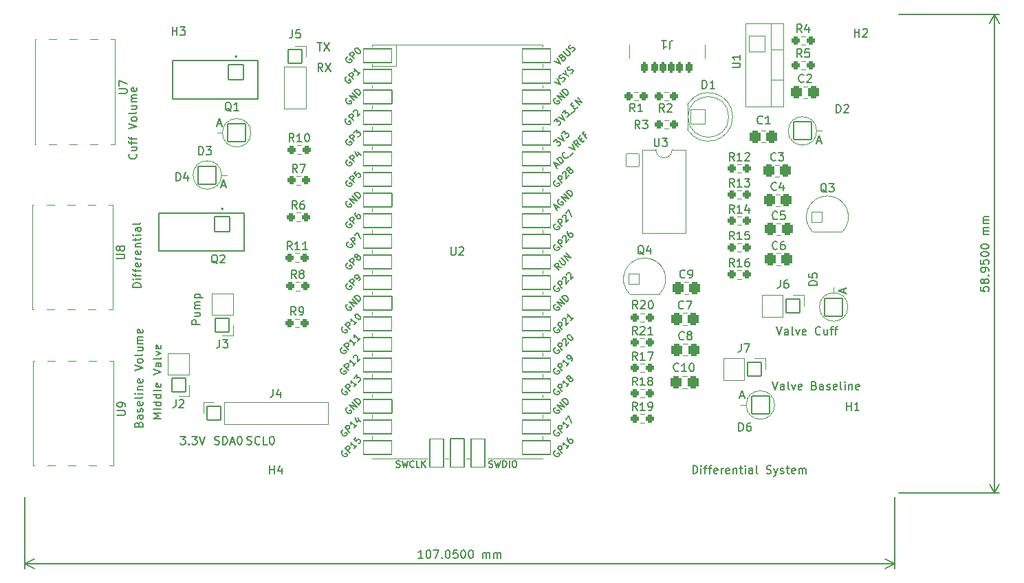
<source format=gto>
%TF.GenerationSoftware,KiCad,Pcbnew,7.0.9*%
%TF.CreationDate,2024-06-06T15:59:11+02:00*%
%TF.ProjectId,Differential,44696666-6572-4656-9e74-69616c2e6b69,rev?*%
%TF.SameCoordinates,Original*%
%TF.FileFunction,Legend,Top*%
%TF.FilePolarity,Positive*%
%FSLAX46Y46*%
G04 Gerber Fmt 4.6, Leading zero omitted, Abs format (unit mm)*
G04 Created by KiCad (PCBNEW 7.0.9) date 2024-06-06 15:59:11*
%MOMM*%
%LPD*%
G01*
G04 APERTURE LIST*
G04 Aperture macros list*
%AMRoundRect*
0 Rectangle with rounded corners*
0 $1 Rounding radius*
0 $2 $3 $4 $5 $6 $7 $8 $9 X,Y pos of 4 corners*
0 Add a 4 corners polygon primitive as box body*
4,1,4,$2,$3,$4,$5,$6,$7,$8,$9,$2,$3,0*
0 Add four circle primitives for the rounded corners*
1,1,$1+$1,$2,$3*
1,1,$1+$1,$4,$5*
1,1,$1+$1,$6,$7*
1,1,$1+$1,$8,$9*
0 Add four rect primitives between the rounded corners*
20,1,$1+$1,$2,$3,$4,$5,0*
20,1,$1+$1,$4,$5,$6,$7,0*
20,1,$1+$1,$6,$7,$8,$9,0*
20,1,$1+$1,$8,$9,$2,$3,0*%
G04 Aperture macros list end*
%ADD10C,0.150000*%
%ADD11C,0.120000*%
%ADD12C,0.127000*%
%ADD13C,0.200000*%
%ADD14C,3.300000*%
%ADD15C,1.600000*%
%ADD16RoundRect,0.287500X-0.250000X-0.237500X0.250000X-0.237500X0.250000X0.237500X-0.250000X0.237500X0*%
%ADD17RoundRect,0.300000X-0.337500X-0.475000X0.337500X-0.475000X0.337500X0.475000X-0.337500X0.475000X0*%
%ADD18RoundRect,0.102000X0.925000X0.925000X-0.925000X0.925000X-0.925000X-0.925000X0.925000X-0.925000X0*%
%ADD19C,2.054000*%
%ADD20RoundRect,0.050000X-1.100000X-1.100000X1.100000X-1.100000X1.100000X1.100000X-1.100000X1.100000X0*%
%ADD21O,2.300000X2.300000*%
%ADD22RoundRect,0.050000X0.850000X0.850000X-0.850000X0.850000X-0.850000X-0.850000X0.850000X-0.850000X0*%
%ADD23O,1.800000X1.800000*%
%ADD24RoundRect,0.050000X0.850000X-0.850000X0.850000X0.850000X-0.850000X0.850000X-0.850000X-0.850000X0*%
%ADD25RoundRect,0.287500X0.250000X0.237500X-0.250000X0.237500X-0.250000X-0.237500X0.250000X-0.237500X0*%
%ADD26RoundRect,0.050000X-0.650000X-0.650000X0.650000X-0.650000X0.650000X0.650000X-0.650000X0.650000X0*%
%ADD27C,1.400000*%
%ADD28RoundRect,0.225000X0.175000X0.425000X-0.175000X0.425000X-0.175000X-0.425000X0.175000X-0.425000X0*%
%ADD29RoundRect,0.240000X-0.190000X-0.410000X0.190000X-0.410000X0.190000X0.410000X-0.190000X0.410000X0*%
%ADD30RoundRect,0.250000X-0.200000X-0.400000X0.200000X-0.400000X0.200000X0.400000X-0.200000X0.400000X0*%
%ADD31RoundRect,0.225000X-0.175000X-0.425000X0.175000X-0.425000X0.175000X0.425000X-0.175000X0.425000X0*%
%ADD32RoundRect,0.240000X0.190000X0.410000X-0.190000X0.410000X-0.190000X-0.410000X0.190000X-0.410000X0*%
%ADD33RoundRect,0.250000X0.200000X0.400000X-0.200000X0.400000X-0.200000X-0.400000X0.200000X-0.400000X0*%
%ADD34O,1.200000X1.800000*%
%ADD35RoundRect,0.050000X-0.900000X-0.900000X0.900000X-0.900000X0.900000X0.900000X-0.900000X0.900000X0*%
%ADD36C,1.900000*%
%ADD37RoundRect,0.300000X0.337500X0.475000X-0.337500X0.475000X-0.337500X-0.475000X0.337500X-0.475000X0*%
%ADD38O,1.900000X1.900000*%
%ADD39O,1.600000X1.600000*%
%ADD40RoundRect,0.050000X-1.750000X-0.850000X1.750000X-0.850000X1.750000X0.850000X-1.750000X0.850000X0*%
%ADD41RoundRect,0.050000X-0.850000X-0.850000X0.850000X-0.850000X0.850000X0.850000X-0.850000X0.850000X0*%
%ADD42RoundRect,0.050000X0.850000X-1.750000X0.850000X1.750000X-0.850000X1.750000X-0.850000X-1.750000X0*%
%ADD43RoundRect,0.050000X1.100000X1.100000X-1.100000X1.100000X-1.100000X-1.100000X1.100000X-1.100000X0*%
%ADD44RoundRect,0.050000X-0.850000X0.850000X-0.850000X-0.850000X0.850000X-0.850000X0.850000X0.850000X0*%
%ADD45RoundRect,0.050000X-1.000000X0.952500X-1.000000X-0.952500X1.000000X-0.952500X1.000000X0.952500X0*%
%ADD46O,2.100000X2.005000*%
%ADD47RoundRect,0.050000X1.100000X-1.100000X1.100000X1.100000X-1.100000X1.100000X-1.100000X-1.100000X0*%
%ADD48RoundRect,0.050000X-0.800000X-0.800000X0.800000X-0.800000X0.800000X0.800000X-0.800000X0.800000X0*%
%ADD49O,1.700000X1.700000*%
G04 APERTURE END LIST*
D10*
X186093922Y-94369819D02*
X186665350Y-94369819D01*
X186379636Y-95369819D02*
X186379636Y-94369819D01*
X186903446Y-94369819D02*
X187570112Y-95369819D01*
X187570112Y-94369819D02*
X186903446Y-95369819D01*
X242643922Y-129369819D02*
X242977255Y-130369819D01*
X242977255Y-130369819D02*
X243310588Y-129369819D01*
X244072493Y-130369819D02*
X244072493Y-129846009D01*
X244072493Y-129846009D02*
X244024874Y-129750771D01*
X244024874Y-129750771D02*
X243929636Y-129703152D01*
X243929636Y-129703152D02*
X243739160Y-129703152D01*
X243739160Y-129703152D02*
X243643922Y-129750771D01*
X244072493Y-130322200D02*
X243977255Y-130369819D01*
X243977255Y-130369819D02*
X243739160Y-130369819D01*
X243739160Y-130369819D02*
X243643922Y-130322200D01*
X243643922Y-130322200D02*
X243596303Y-130226961D01*
X243596303Y-130226961D02*
X243596303Y-130131723D01*
X243596303Y-130131723D02*
X243643922Y-130036485D01*
X243643922Y-130036485D02*
X243739160Y-129988866D01*
X243739160Y-129988866D02*
X243977255Y-129988866D01*
X243977255Y-129988866D02*
X244072493Y-129941247D01*
X244691541Y-130369819D02*
X244596303Y-130322200D01*
X244596303Y-130322200D02*
X244548684Y-130226961D01*
X244548684Y-130226961D02*
X244548684Y-129369819D01*
X244977256Y-129703152D02*
X245215351Y-130369819D01*
X245215351Y-130369819D02*
X245453446Y-129703152D01*
X246215351Y-130322200D02*
X246120113Y-130369819D01*
X246120113Y-130369819D02*
X245929637Y-130369819D01*
X245929637Y-130369819D02*
X245834399Y-130322200D01*
X245834399Y-130322200D02*
X245786780Y-130226961D01*
X245786780Y-130226961D02*
X245786780Y-129846009D01*
X245786780Y-129846009D02*
X245834399Y-129750771D01*
X245834399Y-129750771D02*
X245929637Y-129703152D01*
X245929637Y-129703152D02*
X246120113Y-129703152D01*
X246120113Y-129703152D02*
X246215351Y-129750771D01*
X246215351Y-129750771D02*
X246262970Y-129846009D01*
X246262970Y-129846009D02*
X246262970Y-129941247D01*
X246262970Y-129941247D02*
X245786780Y-130036485D01*
X248024875Y-130274580D02*
X247977256Y-130322200D01*
X247977256Y-130322200D02*
X247834399Y-130369819D01*
X247834399Y-130369819D02*
X247739161Y-130369819D01*
X247739161Y-130369819D02*
X247596304Y-130322200D01*
X247596304Y-130322200D02*
X247501066Y-130226961D01*
X247501066Y-130226961D02*
X247453447Y-130131723D01*
X247453447Y-130131723D02*
X247405828Y-129941247D01*
X247405828Y-129941247D02*
X247405828Y-129798390D01*
X247405828Y-129798390D02*
X247453447Y-129607914D01*
X247453447Y-129607914D02*
X247501066Y-129512676D01*
X247501066Y-129512676D02*
X247596304Y-129417438D01*
X247596304Y-129417438D02*
X247739161Y-129369819D01*
X247739161Y-129369819D02*
X247834399Y-129369819D01*
X247834399Y-129369819D02*
X247977256Y-129417438D01*
X247977256Y-129417438D02*
X248024875Y-129465057D01*
X248882018Y-129703152D02*
X248882018Y-130369819D01*
X248453447Y-129703152D02*
X248453447Y-130226961D01*
X248453447Y-130226961D02*
X248501066Y-130322200D01*
X248501066Y-130322200D02*
X248596304Y-130369819D01*
X248596304Y-130369819D02*
X248739161Y-130369819D01*
X248739161Y-130369819D02*
X248834399Y-130322200D01*
X248834399Y-130322200D02*
X248882018Y-130274580D01*
X249215352Y-129703152D02*
X249596304Y-129703152D01*
X249358209Y-130369819D02*
X249358209Y-129512676D01*
X249358209Y-129512676D02*
X249405828Y-129417438D01*
X249405828Y-129417438D02*
X249501066Y-129369819D01*
X249501066Y-129369819D02*
X249596304Y-129369819D01*
X249786781Y-129703152D02*
X250167733Y-129703152D01*
X249929638Y-130369819D02*
X249929638Y-129512676D01*
X249929638Y-129512676D02*
X249977257Y-129417438D01*
X249977257Y-129417438D02*
X250072495Y-129369819D01*
X250072495Y-129369819D02*
X250167733Y-129369819D01*
X232336779Y-147444819D02*
X232336779Y-146444819D01*
X232336779Y-146444819D02*
X232574874Y-146444819D01*
X232574874Y-146444819D02*
X232717731Y-146492438D01*
X232717731Y-146492438D02*
X232812969Y-146587676D01*
X232812969Y-146587676D02*
X232860588Y-146682914D01*
X232860588Y-146682914D02*
X232908207Y-146873390D01*
X232908207Y-146873390D02*
X232908207Y-147016247D01*
X232908207Y-147016247D02*
X232860588Y-147206723D01*
X232860588Y-147206723D02*
X232812969Y-147301961D01*
X232812969Y-147301961D02*
X232717731Y-147397200D01*
X232717731Y-147397200D02*
X232574874Y-147444819D01*
X232574874Y-147444819D02*
X232336779Y-147444819D01*
X233336779Y-147444819D02*
X233336779Y-146778152D01*
X233336779Y-146444819D02*
X233289160Y-146492438D01*
X233289160Y-146492438D02*
X233336779Y-146540057D01*
X233336779Y-146540057D02*
X233384398Y-146492438D01*
X233384398Y-146492438D02*
X233336779Y-146444819D01*
X233336779Y-146444819D02*
X233336779Y-146540057D01*
X233670112Y-146778152D02*
X234051064Y-146778152D01*
X233812969Y-147444819D02*
X233812969Y-146587676D01*
X233812969Y-146587676D02*
X233860588Y-146492438D01*
X233860588Y-146492438D02*
X233955826Y-146444819D01*
X233955826Y-146444819D02*
X234051064Y-146444819D01*
X234241541Y-146778152D02*
X234622493Y-146778152D01*
X234384398Y-147444819D02*
X234384398Y-146587676D01*
X234384398Y-146587676D02*
X234432017Y-146492438D01*
X234432017Y-146492438D02*
X234527255Y-146444819D01*
X234527255Y-146444819D02*
X234622493Y-146444819D01*
X235336779Y-147397200D02*
X235241541Y-147444819D01*
X235241541Y-147444819D02*
X235051065Y-147444819D01*
X235051065Y-147444819D02*
X234955827Y-147397200D01*
X234955827Y-147397200D02*
X234908208Y-147301961D01*
X234908208Y-147301961D02*
X234908208Y-146921009D01*
X234908208Y-146921009D02*
X234955827Y-146825771D01*
X234955827Y-146825771D02*
X235051065Y-146778152D01*
X235051065Y-146778152D02*
X235241541Y-146778152D01*
X235241541Y-146778152D02*
X235336779Y-146825771D01*
X235336779Y-146825771D02*
X235384398Y-146921009D01*
X235384398Y-146921009D02*
X235384398Y-147016247D01*
X235384398Y-147016247D02*
X234908208Y-147111485D01*
X235812970Y-147444819D02*
X235812970Y-146778152D01*
X235812970Y-146968628D02*
X235860589Y-146873390D01*
X235860589Y-146873390D02*
X235908208Y-146825771D01*
X235908208Y-146825771D02*
X236003446Y-146778152D01*
X236003446Y-146778152D02*
X236098684Y-146778152D01*
X236812970Y-147397200D02*
X236717732Y-147444819D01*
X236717732Y-147444819D02*
X236527256Y-147444819D01*
X236527256Y-147444819D02*
X236432018Y-147397200D01*
X236432018Y-147397200D02*
X236384399Y-147301961D01*
X236384399Y-147301961D02*
X236384399Y-146921009D01*
X236384399Y-146921009D02*
X236432018Y-146825771D01*
X236432018Y-146825771D02*
X236527256Y-146778152D01*
X236527256Y-146778152D02*
X236717732Y-146778152D01*
X236717732Y-146778152D02*
X236812970Y-146825771D01*
X236812970Y-146825771D02*
X236860589Y-146921009D01*
X236860589Y-146921009D02*
X236860589Y-147016247D01*
X236860589Y-147016247D02*
X236384399Y-147111485D01*
X237289161Y-146778152D02*
X237289161Y-147444819D01*
X237289161Y-146873390D02*
X237336780Y-146825771D01*
X237336780Y-146825771D02*
X237432018Y-146778152D01*
X237432018Y-146778152D02*
X237574875Y-146778152D01*
X237574875Y-146778152D02*
X237670113Y-146825771D01*
X237670113Y-146825771D02*
X237717732Y-146921009D01*
X237717732Y-146921009D02*
X237717732Y-147444819D01*
X238051066Y-146778152D02*
X238432018Y-146778152D01*
X238193923Y-146444819D02*
X238193923Y-147301961D01*
X238193923Y-147301961D02*
X238241542Y-147397200D01*
X238241542Y-147397200D02*
X238336780Y-147444819D01*
X238336780Y-147444819D02*
X238432018Y-147444819D01*
X238765352Y-147444819D02*
X238765352Y-146778152D01*
X238765352Y-146444819D02*
X238717733Y-146492438D01*
X238717733Y-146492438D02*
X238765352Y-146540057D01*
X238765352Y-146540057D02*
X238812971Y-146492438D01*
X238812971Y-146492438D02*
X238765352Y-146444819D01*
X238765352Y-146444819D02*
X238765352Y-146540057D01*
X239670113Y-147444819D02*
X239670113Y-146921009D01*
X239670113Y-146921009D02*
X239622494Y-146825771D01*
X239622494Y-146825771D02*
X239527256Y-146778152D01*
X239527256Y-146778152D02*
X239336780Y-146778152D01*
X239336780Y-146778152D02*
X239241542Y-146825771D01*
X239670113Y-147397200D02*
X239574875Y-147444819D01*
X239574875Y-147444819D02*
X239336780Y-147444819D01*
X239336780Y-147444819D02*
X239241542Y-147397200D01*
X239241542Y-147397200D02*
X239193923Y-147301961D01*
X239193923Y-147301961D02*
X239193923Y-147206723D01*
X239193923Y-147206723D02*
X239241542Y-147111485D01*
X239241542Y-147111485D02*
X239336780Y-147063866D01*
X239336780Y-147063866D02*
X239574875Y-147063866D01*
X239574875Y-147063866D02*
X239670113Y-147016247D01*
X240289161Y-147444819D02*
X240193923Y-147397200D01*
X240193923Y-147397200D02*
X240146304Y-147301961D01*
X240146304Y-147301961D02*
X240146304Y-146444819D01*
X241384400Y-147397200D02*
X241527257Y-147444819D01*
X241527257Y-147444819D02*
X241765352Y-147444819D01*
X241765352Y-147444819D02*
X241860590Y-147397200D01*
X241860590Y-147397200D02*
X241908209Y-147349580D01*
X241908209Y-147349580D02*
X241955828Y-147254342D01*
X241955828Y-147254342D02*
X241955828Y-147159104D01*
X241955828Y-147159104D02*
X241908209Y-147063866D01*
X241908209Y-147063866D02*
X241860590Y-147016247D01*
X241860590Y-147016247D02*
X241765352Y-146968628D01*
X241765352Y-146968628D02*
X241574876Y-146921009D01*
X241574876Y-146921009D02*
X241479638Y-146873390D01*
X241479638Y-146873390D02*
X241432019Y-146825771D01*
X241432019Y-146825771D02*
X241384400Y-146730533D01*
X241384400Y-146730533D02*
X241384400Y-146635295D01*
X241384400Y-146635295D02*
X241432019Y-146540057D01*
X241432019Y-146540057D02*
X241479638Y-146492438D01*
X241479638Y-146492438D02*
X241574876Y-146444819D01*
X241574876Y-146444819D02*
X241812971Y-146444819D01*
X241812971Y-146444819D02*
X241955828Y-146492438D01*
X242289162Y-146778152D02*
X242527257Y-147444819D01*
X242765352Y-146778152D02*
X242527257Y-147444819D01*
X242527257Y-147444819D02*
X242432019Y-147682914D01*
X242432019Y-147682914D02*
X242384400Y-147730533D01*
X242384400Y-147730533D02*
X242289162Y-147778152D01*
X243098686Y-147397200D02*
X243193924Y-147444819D01*
X243193924Y-147444819D02*
X243384400Y-147444819D01*
X243384400Y-147444819D02*
X243479638Y-147397200D01*
X243479638Y-147397200D02*
X243527257Y-147301961D01*
X243527257Y-147301961D02*
X243527257Y-147254342D01*
X243527257Y-147254342D02*
X243479638Y-147159104D01*
X243479638Y-147159104D02*
X243384400Y-147111485D01*
X243384400Y-147111485D02*
X243241543Y-147111485D01*
X243241543Y-147111485D02*
X243146305Y-147063866D01*
X243146305Y-147063866D02*
X243098686Y-146968628D01*
X243098686Y-146968628D02*
X243098686Y-146921009D01*
X243098686Y-146921009D02*
X243146305Y-146825771D01*
X243146305Y-146825771D02*
X243241543Y-146778152D01*
X243241543Y-146778152D02*
X243384400Y-146778152D01*
X243384400Y-146778152D02*
X243479638Y-146825771D01*
X243812972Y-146778152D02*
X244193924Y-146778152D01*
X243955829Y-146444819D02*
X243955829Y-147301961D01*
X243955829Y-147301961D02*
X244003448Y-147397200D01*
X244003448Y-147397200D02*
X244098686Y-147444819D01*
X244098686Y-147444819D02*
X244193924Y-147444819D01*
X244908210Y-147397200D02*
X244812972Y-147444819D01*
X244812972Y-147444819D02*
X244622496Y-147444819D01*
X244622496Y-147444819D02*
X244527258Y-147397200D01*
X244527258Y-147397200D02*
X244479639Y-147301961D01*
X244479639Y-147301961D02*
X244479639Y-146921009D01*
X244479639Y-146921009D02*
X244527258Y-146825771D01*
X244527258Y-146825771D02*
X244622496Y-146778152D01*
X244622496Y-146778152D02*
X244812972Y-146778152D01*
X244812972Y-146778152D02*
X244908210Y-146825771D01*
X244908210Y-146825771D02*
X244955829Y-146921009D01*
X244955829Y-146921009D02*
X244955829Y-147016247D01*
X244955829Y-147016247D02*
X244479639Y-147111485D01*
X245384401Y-147444819D02*
X245384401Y-146778152D01*
X245384401Y-146873390D02*
X245432020Y-146825771D01*
X245432020Y-146825771D02*
X245527258Y-146778152D01*
X245527258Y-146778152D02*
X245670115Y-146778152D01*
X245670115Y-146778152D02*
X245765353Y-146825771D01*
X245765353Y-146825771D02*
X245812972Y-146921009D01*
X245812972Y-146921009D02*
X245812972Y-147444819D01*
X245812972Y-146921009D02*
X245860591Y-146825771D01*
X245860591Y-146825771D02*
X245955829Y-146778152D01*
X245955829Y-146778152D02*
X246098686Y-146778152D01*
X246098686Y-146778152D02*
X246193925Y-146825771D01*
X246193925Y-146825771D02*
X246241544Y-146921009D01*
X246241544Y-146921009D02*
X246241544Y-147444819D01*
X169241541Y-142869819D02*
X169860588Y-142869819D01*
X169860588Y-142869819D02*
X169527255Y-143250771D01*
X169527255Y-143250771D02*
X169670112Y-143250771D01*
X169670112Y-143250771D02*
X169765350Y-143298390D01*
X169765350Y-143298390D02*
X169812969Y-143346009D01*
X169812969Y-143346009D02*
X169860588Y-143441247D01*
X169860588Y-143441247D02*
X169860588Y-143679342D01*
X169860588Y-143679342D02*
X169812969Y-143774580D01*
X169812969Y-143774580D02*
X169765350Y-143822200D01*
X169765350Y-143822200D02*
X169670112Y-143869819D01*
X169670112Y-143869819D02*
X169384398Y-143869819D01*
X169384398Y-143869819D02*
X169289160Y-143822200D01*
X169289160Y-143822200D02*
X169241541Y-143774580D01*
X170289160Y-143774580D02*
X170336779Y-143822200D01*
X170336779Y-143822200D02*
X170289160Y-143869819D01*
X170289160Y-143869819D02*
X170241541Y-143822200D01*
X170241541Y-143822200D02*
X170289160Y-143774580D01*
X170289160Y-143774580D02*
X170289160Y-143869819D01*
X170670112Y-142869819D02*
X171289159Y-142869819D01*
X171289159Y-142869819D02*
X170955826Y-143250771D01*
X170955826Y-143250771D02*
X171098683Y-143250771D01*
X171098683Y-143250771D02*
X171193921Y-143298390D01*
X171193921Y-143298390D02*
X171241540Y-143346009D01*
X171241540Y-143346009D02*
X171289159Y-143441247D01*
X171289159Y-143441247D02*
X171289159Y-143679342D01*
X171289159Y-143679342D02*
X171241540Y-143774580D01*
X171241540Y-143774580D02*
X171193921Y-143822200D01*
X171193921Y-143822200D02*
X171098683Y-143869819D01*
X171098683Y-143869819D02*
X170812969Y-143869819D01*
X170812969Y-143869819D02*
X170717731Y-143822200D01*
X170717731Y-143822200D02*
X170670112Y-143774580D01*
X171574874Y-142869819D02*
X171908207Y-143869819D01*
X171908207Y-143869819D02*
X172241540Y-142869819D01*
X164369819Y-124513220D02*
X163369819Y-124513220D01*
X163369819Y-124513220D02*
X163369819Y-124275125D01*
X163369819Y-124275125D02*
X163417438Y-124132268D01*
X163417438Y-124132268D02*
X163512676Y-124037030D01*
X163512676Y-124037030D02*
X163607914Y-123989411D01*
X163607914Y-123989411D02*
X163798390Y-123941792D01*
X163798390Y-123941792D02*
X163941247Y-123941792D01*
X163941247Y-123941792D02*
X164131723Y-123989411D01*
X164131723Y-123989411D02*
X164226961Y-124037030D01*
X164226961Y-124037030D02*
X164322200Y-124132268D01*
X164322200Y-124132268D02*
X164369819Y-124275125D01*
X164369819Y-124275125D02*
X164369819Y-124513220D01*
X164369819Y-123513220D02*
X163703152Y-123513220D01*
X163369819Y-123513220D02*
X163417438Y-123560839D01*
X163417438Y-123560839D02*
X163465057Y-123513220D01*
X163465057Y-123513220D02*
X163417438Y-123465601D01*
X163417438Y-123465601D02*
X163369819Y-123513220D01*
X163369819Y-123513220D02*
X163465057Y-123513220D01*
X163703152Y-123179887D02*
X163703152Y-122798935D01*
X164369819Y-123037030D02*
X163512676Y-123037030D01*
X163512676Y-123037030D02*
X163417438Y-122989411D01*
X163417438Y-122989411D02*
X163369819Y-122894173D01*
X163369819Y-122894173D02*
X163369819Y-122798935D01*
X163703152Y-122608458D02*
X163703152Y-122227506D01*
X164369819Y-122465601D02*
X163512676Y-122465601D01*
X163512676Y-122465601D02*
X163417438Y-122417982D01*
X163417438Y-122417982D02*
X163369819Y-122322744D01*
X163369819Y-122322744D02*
X163369819Y-122227506D01*
X164322200Y-121513220D02*
X164369819Y-121608458D01*
X164369819Y-121608458D02*
X164369819Y-121798934D01*
X164369819Y-121798934D02*
X164322200Y-121894172D01*
X164322200Y-121894172D02*
X164226961Y-121941791D01*
X164226961Y-121941791D02*
X163846009Y-121941791D01*
X163846009Y-121941791D02*
X163750771Y-121894172D01*
X163750771Y-121894172D02*
X163703152Y-121798934D01*
X163703152Y-121798934D02*
X163703152Y-121608458D01*
X163703152Y-121608458D02*
X163750771Y-121513220D01*
X163750771Y-121513220D02*
X163846009Y-121465601D01*
X163846009Y-121465601D02*
X163941247Y-121465601D01*
X163941247Y-121465601D02*
X164036485Y-121941791D01*
X164369819Y-121037029D02*
X163703152Y-121037029D01*
X163893628Y-121037029D02*
X163798390Y-120989410D01*
X163798390Y-120989410D02*
X163750771Y-120941791D01*
X163750771Y-120941791D02*
X163703152Y-120846553D01*
X163703152Y-120846553D02*
X163703152Y-120751315D01*
X164322200Y-120037029D02*
X164369819Y-120132267D01*
X164369819Y-120132267D02*
X164369819Y-120322743D01*
X164369819Y-120322743D02*
X164322200Y-120417981D01*
X164322200Y-120417981D02*
X164226961Y-120465600D01*
X164226961Y-120465600D02*
X163846009Y-120465600D01*
X163846009Y-120465600D02*
X163750771Y-120417981D01*
X163750771Y-120417981D02*
X163703152Y-120322743D01*
X163703152Y-120322743D02*
X163703152Y-120132267D01*
X163703152Y-120132267D02*
X163750771Y-120037029D01*
X163750771Y-120037029D02*
X163846009Y-119989410D01*
X163846009Y-119989410D02*
X163941247Y-119989410D01*
X163941247Y-119989410D02*
X164036485Y-120465600D01*
X163703152Y-119560838D02*
X164369819Y-119560838D01*
X163798390Y-119560838D02*
X163750771Y-119513219D01*
X163750771Y-119513219D02*
X163703152Y-119417981D01*
X163703152Y-119417981D02*
X163703152Y-119275124D01*
X163703152Y-119275124D02*
X163750771Y-119179886D01*
X163750771Y-119179886D02*
X163846009Y-119132267D01*
X163846009Y-119132267D02*
X164369819Y-119132267D01*
X163703152Y-118798933D02*
X163703152Y-118417981D01*
X163369819Y-118656076D02*
X164226961Y-118656076D01*
X164226961Y-118656076D02*
X164322200Y-118608457D01*
X164322200Y-118608457D02*
X164369819Y-118513219D01*
X164369819Y-118513219D02*
X164369819Y-118417981D01*
X164369819Y-118084647D02*
X163703152Y-118084647D01*
X163369819Y-118084647D02*
X163417438Y-118132266D01*
X163417438Y-118132266D02*
X163465057Y-118084647D01*
X163465057Y-118084647D02*
X163417438Y-118037028D01*
X163417438Y-118037028D02*
X163369819Y-118084647D01*
X163369819Y-118084647D02*
X163465057Y-118084647D01*
X164369819Y-117179886D02*
X163846009Y-117179886D01*
X163846009Y-117179886D02*
X163750771Y-117227505D01*
X163750771Y-117227505D02*
X163703152Y-117322743D01*
X163703152Y-117322743D02*
X163703152Y-117513219D01*
X163703152Y-117513219D02*
X163750771Y-117608457D01*
X164322200Y-117179886D02*
X164369819Y-117275124D01*
X164369819Y-117275124D02*
X164369819Y-117513219D01*
X164369819Y-117513219D02*
X164322200Y-117608457D01*
X164322200Y-117608457D02*
X164226961Y-117656076D01*
X164226961Y-117656076D02*
X164131723Y-117656076D01*
X164131723Y-117656076D02*
X164036485Y-117608457D01*
X164036485Y-117608457D02*
X163988866Y-117513219D01*
X163988866Y-117513219D02*
X163988866Y-117275124D01*
X163988866Y-117275124D02*
X163941247Y-117179886D01*
X164369819Y-116560838D02*
X164322200Y-116656076D01*
X164322200Y-116656076D02*
X164226961Y-116703695D01*
X164226961Y-116703695D02*
X163369819Y-116703695D01*
X186758207Y-97919819D02*
X186424874Y-97443628D01*
X186186779Y-97919819D02*
X186186779Y-96919819D01*
X186186779Y-96919819D02*
X186567731Y-96919819D01*
X186567731Y-96919819D02*
X186662969Y-96967438D01*
X186662969Y-96967438D02*
X186710588Y-97015057D01*
X186710588Y-97015057D02*
X186758207Y-97110295D01*
X186758207Y-97110295D02*
X186758207Y-97253152D01*
X186758207Y-97253152D02*
X186710588Y-97348390D01*
X186710588Y-97348390D02*
X186662969Y-97396009D01*
X186662969Y-97396009D02*
X186567731Y-97443628D01*
X186567731Y-97443628D02*
X186186779Y-97443628D01*
X187091541Y-96919819D02*
X187758207Y-97919819D01*
X187758207Y-96919819D02*
X187091541Y-97919819D01*
X164086009Y-141379887D02*
X164133628Y-141237030D01*
X164133628Y-141237030D02*
X164181247Y-141189411D01*
X164181247Y-141189411D02*
X164276485Y-141141792D01*
X164276485Y-141141792D02*
X164419342Y-141141792D01*
X164419342Y-141141792D02*
X164514580Y-141189411D01*
X164514580Y-141189411D02*
X164562200Y-141237030D01*
X164562200Y-141237030D02*
X164609819Y-141332268D01*
X164609819Y-141332268D02*
X164609819Y-141713220D01*
X164609819Y-141713220D02*
X163609819Y-141713220D01*
X163609819Y-141713220D02*
X163609819Y-141379887D01*
X163609819Y-141379887D02*
X163657438Y-141284649D01*
X163657438Y-141284649D02*
X163705057Y-141237030D01*
X163705057Y-141237030D02*
X163800295Y-141189411D01*
X163800295Y-141189411D02*
X163895533Y-141189411D01*
X163895533Y-141189411D02*
X163990771Y-141237030D01*
X163990771Y-141237030D02*
X164038390Y-141284649D01*
X164038390Y-141284649D02*
X164086009Y-141379887D01*
X164086009Y-141379887D02*
X164086009Y-141713220D01*
X164609819Y-140284649D02*
X164086009Y-140284649D01*
X164086009Y-140284649D02*
X163990771Y-140332268D01*
X163990771Y-140332268D02*
X163943152Y-140427506D01*
X163943152Y-140427506D02*
X163943152Y-140617982D01*
X163943152Y-140617982D02*
X163990771Y-140713220D01*
X164562200Y-140284649D02*
X164609819Y-140379887D01*
X164609819Y-140379887D02*
X164609819Y-140617982D01*
X164609819Y-140617982D02*
X164562200Y-140713220D01*
X164562200Y-140713220D02*
X164466961Y-140760839D01*
X164466961Y-140760839D02*
X164371723Y-140760839D01*
X164371723Y-140760839D02*
X164276485Y-140713220D01*
X164276485Y-140713220D02*
X164228866Y-140617982D01*
X164228866Y-140617982D02*
X164228866Y-140379887D01*
X164228866Y-140379887D02*
X164181247Y-140284649D01*
X164562200Y-139856077D02*
X164609819Y-139760839D01*
X164609819Y-139760839D02*
X164609819Y-139570363D01*
X164609819Y-139570363D02*
X164562200Y-139475125D01*
X164562200Y-139475125D02*
X164466961Y-139427506D01*
X164466961Y-139427506D02*
X164419342Y-139427506D01*
X164419342Y-139427506D02*
X164324104Y-139475125D01*
X164324104Y-139475125D02*
X164276485Y-139570363D01*
X164276485Y-139570363D02*
X164276485Y-139713220D01*
X164276485Y-139713220D02*
X164228866Y-139808458D01*
X164228866Y-139808458D02*
X164133628Y-139856077D01*
X164133628Y-139856077D02*
X164086009Y-139856077D01*
X164086009Y-139856077D02*
X163990771Y-139808458D01*
X163990771Y-139808458D02*
X163943152Y-139713220D01*
X163943152Y-139713220D02*
X163943152Y-139570363D01*
X163943152Y-139570363D02*
X163990771Y-139475125D01*
X164562200Y-138617982D02*
X164609819Y-138713220D01*
X164609819Y-138713220D02*
X164609819Y-138903696D01*
X164609819Y-138903696D02*
X164562200Y-138998934D01*
X164562200Y-138998934D02*
X164466961Y-139046553D01*
X164466961Y-139046553D02*
X164086009Y-139046553D01*
X164086009Y-139046553D02*
X163990771Y-138998934D01*
X163990771Y-138998934D02*
X163943152Y-138903696D01*
X163943152Y-138903696D02*
X163943152Y-138713220D01*
X163943152Y-138713220D02*
X163990771Y-138617982D01*
X163990771Y-138617982D02*
X164086009Y-138570363D01*
X164086009Y-138570363D02*
X164181247Y-138570363D01*
X164181247Y-138570363D02*
X164276485Y-139046553D01*
X164609819Y-137998934D02*
X164562200Y-138094172D01*
X164562200Y-138094172D02*
X164466961Y-138141791D01*
X164466961Y-138141791D02*
X163609819Y-138141791D01*
X164609819Y-137617981D02*
X163943152Y-137617981D01*
X163609819Y-137617981D02*
X163657438Y-137665600D01*
X163657438Y-137665600D02*
X163705057Y-137617981D01*
X163705057Y-137617981D02*
X163657438Y-137570362D01*
X163657438Y-137570362D02*
X163609819Y-137617981D01*
X163609819Y-137617981D02*
X163705057Y-137617981D01*
X163943152Y-137141791D02*
X164609819Y-137141791D01*
X164038390Y-137141791D02*
X163990771Y-137094172D01*
X163990771Y-137094172D02*
X163943152Y-136998934D01*
X163943152Y-136998934D02*
X163943152Y-136856077D01*
X163943152Y-136856077D02*
X163990771Y-136760839D01*
X163990771Y-136760839D02*
X164086009Y-136713220D01*
X164086009Y-136713220D02*
X164609819Y-136713220D01*
X164562200Y-135856077D02*
X164609819Y-135951315D01*
X164609819Y-135951315D02*
X164609819Y-136141791D01*
X164609819Y-136141791D02*
X164562200Y-136237029D01*
X164562200Y-136237029D02*
X164466961Y-136284648D01*
X164466961Y-136284648D02*
X164086009Y-136284648D01*
X164086009Y-136284648D02*
X163990771Y-136237029D01*
X163990771Y-136237029D02*
X163943152Y-136141791D01*
X163943152Y-136141791D02*
X163943152Y-135951315D01*
X163943152Y-135951315D02*
X163990771Y-135856077D01*
X163990771Y-135856077D02*
X164086009Y-135808458D01*
X164086009Y-135808458D02*
X164181247Y-135808458D01*
X164181247Y-135808458D02*
X164276485Y-136284648D01*
X163609819Y-134760838D02*
X164609819Y-134427505D01*
X164609819Y-134427505D02*
X163609819Y-134094172D01*
X164609819Y-133617981D02*
X164562200Y-133713219D01*
X164562200Y-133713219D02*
X164514580Y-133760838D01*
X164514580Y-133760838D02*
X164419342Y-133808457D01*
X164419342Y-133808457D02*
X164133628Y-133808457D01*
X164133628Y-133808457D02*
X164038390Y-133760838D01*
X164038390Y-133760838D02*
X163990771Y-133713219D01*
X163990771Y-133713219D02*
X163943152Y-133617981D01*
X163943152Y-133617981D02*
X163943152Y-133475124D01*
X163943152Y-133475124D02*
X163990771Y-133379886D01*
X163990771Y-133379886D02*
X164038390Y-133332267D01*
X164038390Y-133332267D02*
X164133628Y-133284648D01*
X164133628Y-133284648D02*
X164419342Y-133284648D01*
X164419342Y-133284648D02*
X164514580Y-133332267D01*
X164514580Y-133332267D02*
X164562200Y-133379886D01*
X164562200Y-133379886D02*
X164609819Y-133475124D01*
X164609819Y-133475124D02*
X164609819Y-133617981D01*
X164609819Y-132713219D02*
X164562200Y-132808457D01*
X164562200Y-132808457D02*
X164466961Y-132856076D01*
X164466961Y-132856076D02*
X163609819Y-132856076D01*
X163943152Y-131903695D02*
X164609819Y-131903695D01*
X163943152Y-132332266D02*
X164466961Y-132332266D01*
X164466961Y-132332266D02*
X164562200Y-132284647D01*
X164562200Y-132284647D02*
X164609819Y-132189409D01*
X164609819Y-132189409D02*
X164609819Y-132046552D01*
X164609819Y-132046552D02*
X164562200Y-131951314D01*
X164562200Y-131951314D02*
X164514580Y-131903695D01*
X164609819Y-131427504D02*
X163943152Y-131427504D01*
X164038390Y-131427504D02*
X163990771Y-131379885D01*
X163990771Y-131379885D02*
X163943152Y-131284647D01*
X163943152Y-131284647D02*
X163943152Y-131141790D01*
X163943152Y-131141790D02*
X163990771Y-131046552D01*
X163990771Y-131046552D02*
X164086009Y-130998933D01*
X164086009Y-130998933D02*
X164609819Y-130998933D01*
X164086009Y-130998933D02*
X163990771Y-130951314D01*
X163990771Y-130951314D02*
X163943152Y-130856076D01*
X163943152Y-130856076D02*
X163943152Y-130713219D01*
X163943152Y-130713219D02*
X163990771Y-130617980D01*
X163990771Y-130617980D02*
X164086009Y-130570361D01*
X164086009Y-130570361D02*
X164609819Y-130570361D01*
X164562200Y-129713219D02*
X164609819Y-129808457D01*
X164609819Y-129808457D02*
X164609819Y-129998933D01*
X164609819Y-129998933D02*
X164562200Y-130094171D01*
X164562200Y-130094171D02*
X164466961Y-130141790D01*
X164466961Y-130141790D02*
X164086009Y-130141790D01*
X164086009Y-130141790D02*
X163990771Y-130094171D01*
X163990771Y-130094171D02*
X163943152Y-129998933D01*
X163943152Y-129998933D02*
X163943152Y-129808457D01*
X163943152Y-129808457D02*
X163990771Y-129713219D01*
X163990771Y-129713219D02*
X164086009Y-129665600D01*
X164086009Y-129665600D02*
X164181247Y-129665600D01*
X164181247Y-129665600D02*
X164276485Y-130141790D01*
X242143922Y-136119819D02*
X242477255Y-137119819D01*
X242477255Y-137119819D02*
X242810588Y-136119819D01*
X243572493Y-137119819D02*
X243572493Y-136596009D01*
X243572493Y-136596009D02*
X243524874Y-136500771D01*
X243524874Y-136500771D02*
X243429636Y-136453152D01*
X243429636Y-136453152D02*
X243239160Y-136453152D01*
X243239160Y-136453152D02*
X243143922Y-136500771D01*
X243572493Y-137072200D02*
X243477255Y-137119819D01*
X243477255Y-137119819D02*
X243239160Y-137119819D01*
X243239160Y-137119819D02*
X243143922Y-137072200D01*
X243143922Y-137072200D02*
X243096303Y-136976961D01*
X243096303Y-136976961D02*
X243096303Y-136881723D01*
X243096303Y-136881723D02*
X243143922Y-136786485D01*
X243143922Y-136786485D02*
X243239160Y-136738866D01*
X243239160Y-136738866D02*
X243477255Y-136738866D01*
X243477255Y-136738866D02*
X243572493Y-136691247D01*
X244191541Y-137119819D02*
X244096303Y-137072200D01*
X244096303Y-137072200D02*
X244048684Y-136976961D01*
X244048684Y-136976961D02*
X244048684Y-136119819D01*
X244477256Y-136453152D02*
X244715351Y-137119819D01*
X244715351Y-137119819D02*
X244953446Y-136453152D01*
X245715351Y-137072200D02*
X245620113Y-137119819D01*
X245620113Y-137119819D02*
X245429637Y-137119819D01*
X245429637Y-137119819D02*
X245334399Y-137072200D01*
X245334399Y-137072200D02*
X245286780Y-136976961D01*
X245286780Y-136976961D02*
X245286780Y-136596009D01*
X245286780Y-136596009D02*
X245334399Y-136500771D01*
X245334399Y-136500771D02*
X245429637Y-136453152D01*
X245429637Y-136453152D02*
X245620113Y-136453152D01*
X245620113Y-136453152D02*
X245715351Y-136500771D01*
X245715351Y-136500771D02*
X245762970Y-136596009D01*
X245762970Y-136596009D02*
X245762970Y-136691247D01*
X245762970Y-136691247D02*
X245286780Y-136786485D01*
X247286780Y-136596009D02*
X247429637Y-136643628D01*
X247429637Y-136643628D02*
X247477256Y-136691247D01*
X247477256Y-136691247D02*
X247524875Y-136786485D01*
X247524875Y-136786485D02*
X247524875Y-136929342D01*
X247524875Y-136929342D02*
X247477256Y-137024580D01*
X247477256Y-137024580D02*
X247429637Y-137072200D01*
X247429637Y-137072200D02*
X247334399Y-137119819D01*
X247334399Y-137119819D02*
X246953447Y-137119819D01*
X246953447Y-137119819D02*
X246953447Y-136119819D01*
X246953447Y-136119819D02*
X247286780Y-136119819D01*
X247286780Y-136119819D02*
X247382018Y-136167438D01*
X247382018Y-136167438D02*
X247429637Y-136215057D01*
X247429637Y-136215057D02*
X247477256Y-136310295D01*
X247477256Y-136310295D02*
X247477256Y-136405533D01*
X247477256Y-136405533D02*
X247429637Y-136500771D01*
X247429637Y-136500771D02*
X247382018Y-136548390D01*
X247382018Y-136548390D02*
X247286780Y-136596009D01*
X247286780Y-136596009D02*
X246953447Y-136596009D01*
X248382018Y-137119819D02*
X248382018Y-136596009D01*
X248382018Y-136596009D02*
X248334399Y-136500771D01*
X248334399Y-136500771D02*
X248239161Y-136453152D01*
X248239161Y-136453152D02*
X248048685Y-136453152D01*
X248048685Y-136453152D02*
X247953447Y-136500771D01*
X248382018Y-137072200D02*
X248286780Y-137119819D01*
X248286780Y-137119819D02*
X248048685Y-137119819D01*
X248048685Y-137119819D02*
X247953447Y-137072200D01*
X247953447Y-137072200D02*
X247905828Y-136976961D01*
X247905828Y-136976961D02*
X247905828Y-136881723D01*
X247905828Y-136881723D02*
X247953447Y-136786485D01*
X247953447Y-136786485D02*
X248048685Y-136738866D01*
X248048685Y-136738866D02*
X248286780Y-136738866D01*
X248286780Y-136738866D02*
X248382018Y-136691247D01*
X248810590Y-137072200D02*
X248905828Y-137119819D01*
X248905828Y-137119819D02*
X249096304Y-137119819D01*
X249096304Y-137119819D02*
X249191542Y-137072200D01*
X249191542Y-137072200D02*
X249239161Y-136976961D01*
X249239161Y-136976961D02*
X249239161Y-136929342D01*
X249239161Y-136929342D02*
X249191542Y-136834104D01*
X249191542Y-136834104D02*
X249096304Y-136786485D01*
X249096304Y-136786485D02*
X248953447Y-136786485D01*
X248953447Y-136786485D02*
X248858209Y-136738866D01*
X248858209Y-136738866D02*
X248810590Y-136643628D01*
X248810590Y-136643628D02*
X248810590Y-136596009D01*
X248810590Y-136596009D02*
X248858209Y-136500771D01*
X248858209Y-136500771D02*
X248953447Y-136453152D01*
X248953447Y-136453152D02*
X249096304Y-136453152D01*
X249096304Y-136453152D02*
X249191542Y-136500771D01*
X250048685Y-137072200D02*
X249953447Y-137119819D01*
X249953447Y-137119819D02*
X249762971Y-137119819D01*
X249762971Y-137119819D02*
X249667733Y-137072200D01*
X249667733Y-137072200D02*
X249620114Y-136976961D01*
X249620114Y-136976961D02*
X249620114Y-136596009D01*
X249620114Y-136596009D02*
X249667733Y-136500771D01*
X249667733Y-136500771D02*
X249762971Y-136453152D01*
X249762971Y-136453152D02*
X249953447Y-136453152D01*
X249953447Y-136453152D02*
X250048685Y-136500771D01*
X250048685Y-136500771D02*
X250096304Y-136596009D01*
X250096304Y-136596009D02*
X250096304Y-136691247D01*
X250096304Y-136691247D02*
X249620114Y-136786485D01*
X250667733Y-137119819D02*
X250572495Y-137072200D01*
X250572495Y-137072200D02*
X250524876Y-136976961D01*
X250524876Y-136976961D02*
X250524876Y-136119819D01*
X251048686Y-137119819D02*
X251048686Y-136453152D01*
X251048686Y-136119819D02*
X251001067Y-136167438D01*
X251001067Y-136167438D02*
X251048686Y-136215057D01*
X251048686Y-136215057D02*
X251096305Y-136167438D01*
X251096305Y-136167438D02*
X251048686Y-136119819D01*
X251048686Y-136119819D02*
X251048686Y-136215057D01*
X251524876Y-136453152D02*
X251524876Y-137119819D01*
X251524876Y-136548390D02*
X251572495Y-136500771D01*
X251572495Y-136500771D02*
X251667733Y-136453152D01*
X251667733Y-136453152D02*
X251810590Y-136453152D01*
X251810590Y-136453152D02*
X251905828Y-136500771D01*
X251905828Y-136500771D02*
X251953447Y-136596009D01*
X251953447Y-136596009D02*
X251953447Y-137119819D01*
X252810590Y-137072200D02*
X252715352Y-137119819D01*
X252715352Y-137119819D02*
X252524876Y-137119819D01*
X252524876Y-137119819D02*
X252429638Y-137072200D01*
X252429638Y-137072200D02*
X252382019Y-136976961D01*
X252382019Y-136976961D02*
X252382019Y-136596009D01*
X252382019Y-136596009D02*
X252429638Y-136500771D01*
X252429638Y-136500771D02*
X252524876Y-136453152D01*
X252524876Y-136453152D02*
X252715352Y-136453152D01*
X252715352Y-136453152D02*
X252810590Y-136500771D01*
X252810590Y-136500771D02*
X252858209Y-136596009D01*
X252858209Y-136596009D02*
X252858209Y-136691247D01*
X252858209Y-136691247D02*
X252382019Y-136786485D01*
X177439160Y-143822200D02*
X177582017Y-143869819D01*
X177582017Y-143869819D02*
X177820112Y-143869819D01*
X177820112Y-143869819D02*
X177915350Y-143822200D01*
X177915350Y-143822200D02*
X177962969Y-143774580D01*
X177962969Y-143774580D02*
X178010588Y-143679342D01*
X178010588Y-143679342D02*
X178010588Y-143584104D01*
X178010588Y-143584104D02*
X177962969Y-143488866D01*
X177962969Y-143488866D02*
X177915350Y-143441247D01*
X177915350Y-143441247D02*
X177820112Y-143393628D01*
X177820112Y-143393628D02*
X177629636Y-143346009D01*
X177629636Y-143346009D02*
X177534398Y-143298390D01*
X177534398Y-143298390D02*
X177486779Y-143250771D01*
X177486779Y-143250771D02*
X177439160Y-143155533D01*
X177439160Y-143155533D02*
X177439160Y-143060295D01*
X177439160Y-143060295D02*
X177486779Y-142965057D01*
X177486779Y-142965057D02*
X177534398Y-142917438D01*
X177534398Y-142917438D02*
X177629636Y-142869819D01*
X177629636Y-142869819D02*
X177867731Y-142869819D01*
X177867731Y-142869819D02*
X178010588Y-142917438D01*
X179010588Y-143774580D02*
X178962969Y-143822200D01*
X178962969Y-143822200D02*
X178820112Y-143869819D01*
X178820112Y-143869819D02*
X178724874Y-143869819D01*
X178724874Y-143869819D02*
X178582017Y-143822200D01*
X178582017Y-143822200D02*
X178486779Y-143726961D01*
X178486779Y-143726961D02*
X178439160Y-143631723D01*
X178439160Y-143631723D02*
X178391541Y-143441247D01*
X178391541Y-143441247D02*
X178391541Y-143298390D01*
X178391541Y-143298390D02*
X178439160Y-143107914D01*
X178439160Y-143107914D02*
X178486779Y-143012676D01*
X178486779Y-143012676D02*
X178582017Y-142917438D01*
X178582017Y-142917438D02*
X178724874Y-142869819D01*
X178724874Y-142869819D02*
X178820112Y-142869819D01*
X178820112Y-142869819D02*
X178962969Y-142917438D01*
X178962969Y-142917438D02*
X179010588Y-142965057D01*
X179915350Y-143869819D02*
X179439160Y-143869819D01*
X179439160Y-143869819D02*
X179439160Y-142869819D01*
X180439160Y-142869819D02*
X180534398Y-142869819D01*
X180534398Y-142869819D02*
X180629636Y-142917438D01*
X180629636Y-142917438D02*
X180677255Y-142965057D01*
X180677255Y-142965057D02*
X180724874Y-143060295D01*
X180724874Y-143060295D02*
X180772493Y-143250771D01*
X180772493Y-143250771D02*
X180772493Y-143488866D01*
X180772493Y-143488866D02*
X180724874Y-143679342D01*
X180724874Y-143679342D02*
X180677255Y-143774580D01*
X180677255Y-143774580D02*
X180629636Y-143822200D01*
X180629636Y-143822200D02*
X180534398Y-143869819D01*
X180534398Y-143869819D02*
X180439160Y-143869819D01*
X180439160Y-143869819D02*
X180343922Y-143822200D01*
X180343922Y-143822200D02*
X180296303Y-143774580D01*
X180296303Y-143774580D02*
X180248684Y-143679342D01*
X180248684Y-143679342D02*
X180201065Y-143488866D01*
X180201065Y-143488866D02*
X180201065Y-143250771D01*
X180201065Y-143250771D02*
X180248684Y-143060295D01*
X180248684Y-143060295D02*
X180296303Y-142965057D01*
X180296303Y-142965057D02*
X180343922Y-142917438D01*
X180343922Y-142917438D02*
X180439160Y-142869819D01*
X173439160Y-143822200D02*
X173582017Y-143869819D01*
X173582017Y-143869819D02*
X173820112Y-143869819D01*
X173820112Y-143869819D02*
X173915350Y-143822200D01*
X173915350Y-143822200D02*
X173962969Y-143774580D01*
X173962969Y-143774580D02*
X174010588Y-143679342D01*
X174010588Y-143679342D02*
X174010588Y-143584104D01*
X174010588Y-143584104D02*
X173962969Y-143488866D01*
X173962969Y-143488866D02*
X173915350Y-143441247D01*
X173915350Y-143441247D02*
X173820112Y-143393628D01*
X173820112Y-143393628D02*
X173629636Y-143346009D01*
X173629636Y-143346009D02*
X173534398Y-143298390D01*
X173534398Y-143298390D02*
X173486779Y-143250771D01*
X173486779Y-143250771D02*
X173439160Y-143155533D01*
X173439160Y-143155533D02*
X173439160Y-143060295D01*
X173439160Y-143060295D02*
X173486779Y-142965057D01*
X173486779Y-142965057D02*
X173534398Y-142917438D01*
X173534398Y-142917438D02*
X173629636Y-142869819D01*
X173629636Y-142869819D02*
X173867731Y-142869819D01*
X173867731Y-142869819D02*
X174010588Y-142917438D01*
X174439160Y-143869819D02*
X174439160Y-142869819D01*
X174439160Y-142869819D02*
X174677255Y-142869819D01*
X174677255Y-142869819D02*
X174820112Y-142917438D01*
X174820112Y-142917438D02*
X174915350Y-143012676D01*
X174915350Y-143012676D02*
X174962969Y-143107914D01*
X174962969Y-143107914D02*
X175010588Y-143298390D01*
X175010588Y-143298390D02*
X175010588Y-143441247D01*
X175010588Y-143441247D02*
X174962969Y-143631723D01*
X174962969Y-143631723D02*
X174915350Y-143726961D01*
X174915350Y-143726961D02*
X174820112Y-143822200D01*
X174820112Y-143822200D02*
X174677255Y-143869819D01*
X174677255Y-143869819D02*
X174439160Y-143869819D01*
X175391541Y-143584104D02*
X175867731Y-143584104D01*
X175296303Y-143869819D02*
X175629636Y-142869819D01*
X175629636Y-142869819D02*
X175962969Y-143869819D01*
X176486779Y-142869819D02*
X176582017Y-142869819D01*
X176582017Y-142869819D02*
X176677255Y-142917438D01*
X176677255Y-142917438D02*
X176724874Y-142965057D01*
X176724874Y-142965057D02*
X176772493Y-143060295D01*
X176772493Y-143060295D02*
X176820112Y-143250771D01*
X176820112Y-143250771D02*
X176820112Y-143488866D01*
X176820112Y-143488866D02*
X176772493Y-143679342D01*
X176772493Y-143679342D02*
X176724874Y-143774580D01*
X176724874Y-143774580D02*
X176677255Y-143822200D01*
X176677255Y-143822200D02*
X176582017Y-143869819D01*
X176582017Y-143869819D02*
X176486779Y-143869819D01*
X176486779Y-143869819D02*
X176391541Y-143822200D01*
X176391541Y-143822200D02*
X176343922Y-143774580D01*
X176343922Y-143774580D02*
X176296303Y-143679342D01*
X176296303Y-143679342D02*
X176248684Y-143488866D01*
X176248684Y-143488866D02*
X176248684Y-143250771D01*
X176248684Y-143250771D02*
X176296303Y-143060295D01*
X176296303Y-143060295D02*
X176343922Y-142965057D01*
X176343922Y-142965057D02*
X176391541Y-142917438D01*
X176391541Y-142917438D02*
X176486779Y-142869819D01*
X171669819Y-129063220D02*
X170669819Y-129063220D01*
X170669819Y-129063220D02*
X170669819Y-128682268D01*
X170669819Y-128682268D02*
X170717438Y-128587030D01*
X170717438Y-128587030D02*
X170765057Y-128539411D01*
X170765057Y-128539411D02*
X170860295Y-128491792D01*
X170860295Y-128491792D02*
X171003152Y-128491792D01*
X171003152Y-128491792D02*
X171098390Y-128539411D01*
X171098390Y-128539411D02*
X171146009Y-128587030D01*
X171146009Y-128587030D02*
X171193628Y-128682268D01*
X171193628Y-128682268D02*
X171193628Y-129063220D01*
X171003152Y-127634649D02*
X171669819Y-127634649D01*
X171003152Y-128063220D02*
X171526961Y-128063220D01*
X171526961Y-128063220D02*
X171622200Y-128015601D01*
X171622200Y-128015601D02*
X171669819Y-127920363D01*
X171669819Y-127920363D02*
X171669819Y-127777506D01*
X171669819Y-127777506D02*
X171622200Y-127682268D01*
X171622200Y-127682268D02*
X171574580Y-127634649D01*
X171669819Y-127158458D02*
X171003152Y-127158458D01*
X171098390Y-127158458D02*
X171050771Y-127110839D01*
X171050771Y-127110839D02*
X171003152Y-127015601D01*
X171003152Y-127015601D02*
X171003152Y-126872744D01*
X171003152Y-126872744D02*
X171050771Y-126777506D01*
X171050771Y-126777506D02*
X171146009Y-126729887D01*
X171146009Y-126729887D02*
X171669819Y-126729887D01*
X171146009Y-126729887D02*
X171050771Y-126682268D01*
X171050771Y-126682268D02*
X171003152Y-126587030D01*
X171003152Y-126587030D02*
X171003152Y-126444173D01*
X171003152Y-126444173D02*
X171050771Y-126348934D01*
X171050771Y-126348934D02*
X171146009Y-126301315D01*
X171146009Y-126301315D02*
X171669819Y-126301315D01*
X171003152Y-125825125D02*
X172003152Y-125825125D01*
X171050771Y-125825125D02*
X171003152Y-125729887D01*
X171003152Y-125729887D02*
X171003152Y-125539411D01*
X171003152Y-125539411D02*
X171050771Y-125444173D01*
X171050771Y-125444173D02*
X171098390Y-125396554D01*
X171098390Y-125396554D02*
X171193628Y-125348935D01*
X171193628Y-125348935D02*
X171479342Y-125348935D01*
X171479342Y-125348935D02*
X171574580Y-125396554D01*
X171574580Y-125396554D02*
X171622200Y-125444173D01*
X171622200Y-125444173D02*
X171669819Y-125539411D01*
X171669819Y-125539411D02*
X171669819Y-125729887D01*
X171669819Y-125729887D02*
X171622200Y-125825125D01*
X166869819Y-140663220D02*
X165869819Y-140663220D01*
X165869819Y-140663220D02*
X166584104Y-140329887D01*
X166584104Y-140329887D02*
X165869819Y-139996554D01*
X165869819Y-139996554D02*
X166869819Y-139996554D01*
X166869819Y-139520363D02*
X165869819Y-139520363D01*
X166869819Y-138615602D02*
X165869819Y-138615602D01*
X166822200Y-138615602D02*
X166869819Y-138710840D01*
X166869819Y-138710840D02*
X166869819Y-138901316D01*
X166869819Y-138901316D02*
X166822200Y-138996554D01*
X166822200Y-138996554D02*
X166774580Y-139044173D01*
X166774580Y-139044173D02*
X166679342Y-139091792D01*
X166679342Y-139091792D02*
X166393628Y-139091792D01*
X166393628Y-139091792D02*
X166298390Y-139044173D01*
X166298390Y-139044173D02*
X166250771Y-138996554D01*
X166250771Y-138996554D02*
X166203152Y-138901316D01*
X166203152Y-138901316D02*
X166203152Y-138710840D01*
X166203152Y-138710840D02*
X166250771Y-138615602D01*
X166869819Y-137710840D02*
X165869819Y-137710840D01*
X166822200Y-137710840D02*
X166869819Y-137806078D01*
X166869819Y-137806078D02*
X166869819Y-137996554D01*
X166869819Y-137996554D02*
X166822200Y-138091792D01*
X166822200Y-138091792D02*
X166774580Y-138139411D01*
X166774580Y-138139411D02*
X166679342Y-138187030D01*
X166679342Y-138187030D02*
X166393628Y-138187030D01*
X166393628Y-138187030D02*
X166298390Y-138139411D01*
X166298390Y-138139411D02*
X166250771Y-138091792D01*
X166250771Y-138091792D02*
X166203152Y-137996554D01*
X166203152Y-137996554D02*
X166203152Y-137806078D01*
X166203152Y-137806078D02*
X166250771Y-137710840D01*
X166869819Y-137091792D02*
X166822200Y-137187030D01*
X166822200Y-137187030D02*
X166726961Y-137234649D01*
X166726961Y-137234649D02*
X165869819Y-137234649D01*
X166822200Y-136329887D02*
X166869819Y-136425125D01*
X166869819Y-136425125D02*
X166869819Y-136615601D01*
X166869819Y-136615601D02*
X166822200Y-136710839D01*
X166822200Y-136710839D02*
X166726961Y-136758458D01*
X166726961Y-136758458D02*
X166346009Y-136758458D01*
X166346009Y-136758458D02*
X166250771Y-136710839D01*
X166250771Y-136710839D02*
X166203152Y-136615601D01*
X166203152Y-136615601D02*
X166203152Y-136425125D01*
X166203152Y-136425125D02*
X166250771Y-136329887D01*
X166250771Y-136329887D02*
X166346009Y-136282268D01*
X166346009Y-136282268D02*
X166441247Y-136282268D01*
X166441247Y-136282268D02*
X166536485Y-136758458D01*
X165869819Y-135234648D02*
X166869819Y-134901315D01*
X166869819Y-134901315D02*
X165869819Y-134567982D01*
X166869819Y-133806077D02*
X166346009Y-133806077D01*
X166346009Y-133806077D02*
X166250771Y-133853696D01*
X166250771Y-133853696D02*
X166203152Y-133948934D01*
X166203152Y-133948934D02*
X166203152Y-134139410D01*
X166203152Y-134139410D02*
X166250771Y-134234648D01*
X166822200Y-133806077D02*
X166869819Y-133901315D01*
X166869819Y-133901315D02*
X166869819Y-134139410D01*
X166869819Y-134139410D02*
X166822200Y-134234648D01*
X166822200Y-134234648D02*
X166726961Y-134282267D01*
X166726961Y-134282267D02*
X166631723Y-134282267D01*
X166631723Y-134282267D02*
X166536485Y-134234648D01*
X166536485Y-134234648D02*
X166488866Y-134139410D01*
X166488866Y-134139410D02*
X166488866Y-133901315D01*
X166488866Y-133901315D02*
X166441247Y-133806077D01*
X166869819Y-133187029D02*
X166822200Y-133282267D01*
X166822200Y-133282267D02*
X166726961Y-133329886D01*
X166726961Y-133329886D02*
X165869819Y-133329886D01*
X166203152Y-132901314D02*
X166869819Y-132663219D01*
X166869819Y-132663219D02*
X166203152Y-132425124D01*
X166822200Y-131663219D02*
X166869819Y-131758457D01*
X166869819Y-131758457D02*
X166869819Y-131948933D01*
X166869819Y-131948933D02*
X166822200Y-132044171D01*
X166822200Y-132044171D02*
X166726961Y-132091790D01*
X166726961Y-132091790D02*
X166346009Y-132091790D01*
X166346009Y-132091790D02*
X166250771Y-132044171D01*
X166250771Y-132044171D02*
X166203152Y-131948933D01*
X166203152Y-131948933D02*
X166203152Y-131758457D01*
X166203152Y-131758457D02*
X166250771Y-131663219D01*
X166250771Y-131663219D02*
X166346009Y-131615600D01*
X166346009Y-131615600D02*
X166441247Y-131615600D01*
X166441247Y-131615600D02*
X166536485Y-132091790D01*
X163774580Y-108091792D02*
X163822200Y-108139411D01*
X163822200Y-108139411D02*
X163869819Y-108282268D01*
X163869819Y-108282268D02*
X163869819Y-108377506D01*
X163869819Y-108377506D02*
X163822200Y-108520363D01*
X163822200Y-108520363D02*
X163726961Y-108615601D01*
X163726961Y-108615601D02*
X163631723Y-108663220D01*
X163631723Y-108663220D02*
X163441247Y-108710839D01*
X163441247Y-108710839D02*
X163298390Y-108710839D01*
X163298390Y-108710839D02*
X163107914Y-108663220D01*
X163107914Y-108663220D02*
X163012676Y-108615601D01*
X163012676Y-108615601D02*
X162917438Y-108520363D01*
X162917438Y-108520363D02*
X162869819Y-108377506D01*
X162869819Y-108377506D02*
X162869819Y-108282268D01*
X162869819Y-108282268D02*
X162917438Y-108139411D01*
X162917438Y-108139411D02*
X162965057Y-108091792D01*
X163203152Y-107234649D02*
X163869819Y-107234649D01*
X163203152Y-107663220D02*
X163726961Y-107663220D01*
X163726961Y-107663220D02*
X163822200Y-107615601D01*
X163822200Y-107615601D02*
X163869819Y-107520363D01*
X163869819Y-107520363D02*
X163869819Y-107377506D01*
X163869819Y-107377506D02*
X163822200Y-107282268D01*
X163822200Y-107282268D02*
X163774580Y-107234649D01*
X163203152Y-106901315D02*
X163203152Y-106520363D01*
X163869819Y-106758458D02*
X163012676Y-106758458D01*
X163012676Y-106758458D02*
X162917438Y-106710839D01*
X162917438Y-106710839D02*
X162869819Y-106615601D01*
X162869819Y-106615601D02*
X162869819Y-106520363D01*
X163203152Y-106329886D02*
X163203152Y-105948934D01*
X163869819Y-106187029D02*
X163012676Y-106187029D01*
X163012676Y-106187029D02*
X162917438Y-106139410D01*
X162917438Y-106139410D02*
X162869819Y-106044172D01*
X162869819Y-106044172D02*
X162869819Y-105948934D01*
X162869819Y-104996552D02*
X163869819Y-104663219D01*
X163869819Y-104663219D02*
X162869819Y-104329886D01*
X163869819Y-103853695D02*
X163822200Y-103948933D01*
X163822200Y-103948933D02*
X163774580Y-103996552D01*
X163774580Y-103996552D02*
X163679342Y-104044171D01*
X163679342Y-104044171D02*
X163393628Y-104044171D01*
X163393628Y-104044171D02*
X163298390Y-103996552D01*
X163298390Y-103996552D02*
X163250771Y-103948933D01*
X163250771Y-103948933D02*
X163203152Y-103853695D01*
X163203152Y-103853695D02*
X163203152Y-103710838D01*
X163203152Y-103710838D02*
X163250771Y-103615600D01*
X163250771Y-103615600D02*
X163298390Y-103567981D01*
X163298390Y-103567981D02*
X163393628Y-103520362D01*
X163393628Y-103520362D02*
X163679342Y-103520362D01*
X163679342Y-103520362D02*
X163774580Y-103567981D01*
X163774580Y-103567981D02*
X163822200Y-103615600D01*
X163822200Y-103615600D02*
X163869819Y-103710838D01*
X163869819Y-103710838D02*
X163869819Y-103853695D01*
X163869819Y-102948933D02*
X163822200Y-103044171D01*
X163822200Y-103044171D02*
X163726961Y-103091790D01*
X163726961Y-103091790D02*
X162869819Y-103091790D01*
X163203152Y-102139409D02*
X163869819Y-102139409D01*
X163203152Y-102567980D02*
X163726961Y-102567980D01*
X163726961Y-102567980D02*
X163822200Y-102520361D01*
X163822200Y-102520361D02*
X163869819Y-102425123D01*
X163869819Y-102425123D02*
X163869819Y-102282266D01*
X163869819Y-102282266D02*
X163822200Y-102187028D01*
X163822200Y-102187028D02*
X163774580Y-102139409D01*
X163869819Y-101663218D02*
X163203152Y-101663218D01*
X163298390Y-101663218D02*
X163250771Y-101615599D01*
X163250771Y-101615599D02*
X163203152Y-101520361D01*
X163203152Y-101520361D02*
X163203152Y-101377504D01*
X163203152Y-101377504D02*
X163250771Y-101282266D01*
X163250771Y-101282266D02*
X163346009Y-101234647D01*
X163346009Y-101234647D02*
X163869819Y-101234647D01*
X163346009Y-101234647D02*
X163250771Y-101187028D01*
X163250771Y-101187028D02*
X163203152Y-101091790D01*
X163203152Y-101091790D02*
X163203152Y-100948933D01*
X163203152Y-100948933D02*
X163250771Y-100853694D01*
X163250771Y-100853694D02*
X163346009Y-100806075D01*
X163346009Y-100806075D02*
X163869819Y-100806075D01*
X163822200Y-99948933D02*
X163869819Y-100044171D01*
X163869819Y-100044171D02*
X163869819Y-100234647D01*
X163869819Y-100234647D02*
X163822200Y-100329885D01*
X163822200Y-100329885D02*
X163726961Y-100377504D01*
X163726961Y-100377504D02*
X163346009Y-100377504D01*
X163346009Y-100377504D02*
X163250771Y-100329885D01*
X163250771Y-100329885D02*
X163203152Y-100234647D01*
X163203152Y-100234647D02*
X163203152Y-100044171D01*
X163203152Y-100044171D02*
X163250771Y-99948933D01*
X163250771Y-99948933D02*
X163346009Y-99901314D01*
X163346009Y-99901314D02*
X163441247Y-99901314D01*
X163441247Y-99901314D02*
X163536485Y-100377504D01*
X267754819Y-124470237D02*
X267754819Y-124946427D01*
X267754819Y-124946427D02*
X268231009Y-124994046D01*
X268231009Y-124994046D02*
X268183390Y-124946427D01*
X268183390Y-124946427D02*
X268135771Y-124851189D01*
X268135771Y-124851189D02*
X268135771Y-124613094D01*
X268135771Y-124613094D02*
X268183390Y-124517856D01*
X268183390Y-124517856D02*
X268231009Y-124470237D01*
X268231009Y-124470237D02*
X268326247Y-124422618D01*
X268326247Y-124422618D02*
X268564342Y-124422618D01*
X268564342Y-124422618D02*
X268659580Y-124470237D01*
X268659580Y-124470237D02*
X268707200Y-124517856D01*
X268707200Y-124517856D02*
X268754819Y-124613094D01*
X268754819Y-124613094D02*
X268754819Y-124851189D01*
X268754819Y-124851189D02*
X268707200Y-124946427D01*
X268707200Y-124946427D02*
X268659580Y-124994046D01*
X268183390Y-123851189D02*
X268135771Y-123946427D01*
X268135771Y-123946427D02*
X268088152Y-123994046D01*
X268088152Y-123994046D02*
X267992914Y-124041665D01*
X267992914Y-124041665D02*
X267945295Y-124041665D01*
X267945295Y-124041665D02*
X267850057Y-123994046D01*
X267850057Y-123994046D02*
X267802438Y-123946427D01*
X267802438Y-123946427D02*
X267754819Y-123851189D01*
X267754819Y-123851189D02*
X267754819Y-123660713D01*
X267754819Y-123660713D02*
X267802438Y-123565475D01*
X267802438Y-123565475D02*
X267850057Y-123517856D01*
X267850057Y-123517856D02*
X267945295Y-123470237D01*
X267945295Y-123470237D02*
X267992914Y-123470237D01*
X267992914Y-123470237D02*
X268088152Y-123517856D01*
X268088152Y-123517856D02*
X268135771Y-123565475D01*
X268135771Y-123565475D02*
X268183390Y-123660713D01*
X268183390Y-123660713D02*
X268183390Y-123851189D01*
X268183390Y-123851189D02*
X268231009Y-123946427D01*
X268231009Y-123946427D02*
X268278628Y-123994046D01*
X268278628Y-123994046D02*
X268373866Y-124041665D01*
X268373866Y-124041665D02*
X268564342Y-124041665D01*
X268564342Y-124041665D02*
X268659580Y-123994046D01*
X268659580Y-123994046D02*
X268707200Y-123946427D01*
X268707200Y-123946427D02*
X268754819Y-123851189D01*
X268754819Y-123851189D02*
X268754819Y-123660713D01*
X268754819Y-123660713D02*
X268707200Y-123565475D01*
X268707200Y-123565475D02*
X268659580Y-123517856D01*
X268659580Y-123517856D02*
X268564342Y-123470237D01*
X268564342Y-123470237D02*
X268373866Y-123470237D01*
X268373866Y-123470237D02*
X268278628Y-123517856D01*
X268278628Y-123517856D02*
X268231009Y-123565475D01*
X268231009Y-123565475D02*
X268183390Y-123660713D01*
X268659580Y-123041665D02*
X268707200Y-122994046D01*
X268707200Y-122994046D02*
X268754819Y-123041665D01*
X268754819Y-123041665D02*
X268707200Y-123089284D01*
X268707200Y-123089284D02*
X268659580Y-123041665D01*
X268659580Y-123041665D02*
X268754819Y-123041665D01*
X268754819Y-122517856D02*
X268754819Y-122327380D01*
X268754819Y-122327380D02*
X268707200Y-122232142D01*
X268707200Y-122232142D02*
X268659580Y-122184523D01*
X268659580Y-122184523D02*
X268516723Y-122089285D01*
X268516723Y-122089285D02*
X268326247Y-122041666D01*
X268326247Y-122041666D02*
X267945295Y-122041666D01*
X267945295Y-122041666D02*
X267850057Y-122089285D01*
X267850057Y-122089285D02*
X267802438Y-122136904D01*
X267802438Y-122136904D02*
X267754819Y-122232142D01*
X267754819Y-122232142D02*
X267754819Y-122422618D01*
X267754819Y-122422618D02*
X267802438Y-122517856D01*
X267802438Y-122517856D02*
X267850057Y-122565475D01*
X267850057Y-122565475D02*
X267945295Y-122613094D01*
X267945295Y-122613094D02*
X268183390Y-122613094D01*
X268183390Y-122613094D02*
X268278628Y-122565475D01*
X268278628Y-122565475D02*
X268326247Y-122517856D01*
X268326247Y-122517856D02*
X268373866Y-122422618D01*
X268373866Y-122422618D02*
X268373866Y-122232142D01*
X268373866Y-122232142D02*
X268326247Y-122136904D01*
X268326247Y-122136904D02*
X268278628Y-122089285D01*
X268278628Y-122089285D02*
X268183390Y-122041666D01*
X267754819Y-121136904D02*
X267754819Y-121613094D01*
X267754819Y-121613094D02*
X268231009Y-121660713D01*
X268231009Y-121660713D02*
X268183390Y-121613094D01*
X268183390Y-121613094D02*
X268135771Y-121517856D01*
X268135771Y-121517856D02*
X268135771Y-121279761D01*
X268135771Y-121279761D02*
X268183390Y-121184523D01*
X268183390Y-121184523D02*
X268231009Y-121136904D01*
X268231009Y-121136904D02*
X268326247Y-121089285D01*
X268326247Y-121089285D02*
X268564342Y-121089285D01*
X268564342Y-121089285D02*
X268659580Y-121136904D01*
X268659580Y-121136904D02*
X268707200Y-121184523D01*
X268707200Y-121184523D02*
X268754819Y-121279761D01*
X268754819Y-121279761D02*
X268754819Y-121517856D01*
X268754819Y-121517856D02*
X268707200Y-121613094D01*
X268707200Y-121613094D02*
X268659580Y-121660713D01*
X267754819Y-120470237D02*
X267754819Y-120374999D01*
X267754819Y-120374999D02*
X267802438Y-120279761D01*
X267802438Y-120279761D02*
X267850057Y-120232142D01*
X267850057Y-120232142D02*
X267945295Y-120184523D01*
X267945295Y-120184523D02*
X268135771Y-120136904D01*
X268135771Y-120136904D02*
X268373866Y-120136904D01*
X268373866Y-120136904D02*
X268564342Y-120184523D01*
X268564342Y-120184523D02*
X268659580Y-120232142D01*
X268659580Y-120232142D02*
X268707200Y-120279761D01*
X268707200Y-120279761D02*
X268754819Y-120374999D01*
X268754819Y-120374999D02*
X268754819Y-120470237D01*
X268754819Y-120470237D02*
X268707200Y-120565475D01*
X268707200Y-120565475D02*
X268659580Y-120613094D01*
X268659580Y-120613094D02*
X268564342Y-120660713D01*
X268564342Y-120660713D02*
X268373866Y-120708332D01*
X268373866Y-120708332D02*
X268135771Y-120708332D01*
X268135771Y-120708332D02*
X267945295Y-120660713D01*
X267945295Y-120660713D02*
X267850057Y-120613094D01*
X267850057Y-120613094D02*
X267802438Y-120565475D01*
X267802438Y-120565475D02*
X267754819Y-120470237D01*
X267754819Y-119517856D02*
X267754819Y-119422618D01*
X267754819Y-119422618D02*
X267802438Y-119327380D01*
X267802438Y-119327380D02*
X267850057Y-119279761D01*
X267850057Y-119279761D02*
X267945295Y-119232142D01*
X267945295Y-119232142D02*
X268135771Y-119184523D01*
X268135771Y-119184523D02*
X268373866Y-119184523D01*
X268373866Y-119184523D02*
X268564342Y-119232142D01*
X268564342Y-119232142D02*
X268659580Y-119279761D01*
X268659580Y-119279761D02*
X268707200Y-119327380D01*
X268707200Y-119327380D02*
X268754819Y-119422618D01*
X268754819Y-119422618D02*
X268754819Y-119517856D01*
X268754819Y-119517856D02*
X268707200Y-119613094D01*
X268707200Y-119613094D02*
X268659580Y-119660713D01*
X268659580Y-119660713D02*
X268564342Y-119708332D01*
X268564342Y-119708332D02*
X268373866Y-119755951D01*
X268373866Y-119755951D02*
X268135771Y-119755951D01*
X268135771Y-119755951D02*
X267945295Y-119708332D01*
X267945295Y-119708332D02*
X267850057Y-119660713D01*
X267850057Y-119660713D02*
X267802438Y-119613094D01*
X267802438Y-119613094D02*
X267754819Y-119517856D01*
X268754819Y-117994046D02*
X268088152Y-117994046D01*
X268183390Y-117994046D02*
X268135771Y-117946427D01*
X268135771Y-117946427D02*
X268088152Y-117851189D01*
X268088152Y-117851189D02*
X268088152Y-117708332D01*
X268088152Y-117708332D02*
X268135771Y-117613094D01*
X268135771Y-117613094D02*
X268231009Y-117565475D01*
X268231009Y-117565475D02*
X268754819Y-117565475D01*
X268231009Y-117565475D02*
X268135771Y-117517856D01*
X268135771Y-117517856D02*
X268088152Y-117422618D01*
X268088152Y-117422618D02*
X268088152Y-117279761D01*
X268088152Y-117279761D02*
X268135771Y-117184522D01*
X268135771Y-117184522D02*
X268231009Y-117136903D01*
X268231009Y-117136903D02*
X268754819Y-117136903D01*
X268754819Y-116660713D02*
X268088152Y-116660713D01*
X268183390Y-116660713D02*
X268135771Y-116613094D01*
X268135771Y-116613094D02*
X268088152Y-116517856D01*
X268088152Y-116517856D02*
X268088152Y-116374999D01*
X268088152Y-116374999D02*
X268135771Y-116279761D01*
X268135771Y-116279761D02*
X268231009Y-116232142D01*
X268231009Y-116232142D02*
X268754819Y-116232142D01*
X268231009Y-116232142D02*
X268135771Y-116184523D01*
X268135771Y-116184523D02*
X268088152Y-116089285D01*
X268088152Y-116089285D02*
X268088152Y-115946428D01*
X268088152Y-115946428D02*
X268135771Y-115851189D01*
X268135771Y-115851189D02*
X268231009Y-115803570D01*
X268231009Y-115803570D02*
X268754819Y-115803570D01*
X257650000Y-149850000D02*
X270036420Y-149850000D01*
X257650000Y-90900000D02*
X270036420Y-90900000D01*
X269450000Y-149850000D02*
X269450000Y-90900000D01*
X269450000Y-149850000D02*
X269450000Y-90900000D01*
X269450000Y-149850000D02*
X268863579Y-148723496D01*
X269450000Y-149850000D02*
X270036421Y-148723496D01*
X269450000Y-90900000D02*
X270036421Y-92026504D01*
X269450000Y-90900000D02*
X268863579Y-92026504D01*
X199101190Y-157854819D02*
X198529762Y-157854819D01*
X198815476Y-157854819D02*
X198815476Y-156854819D01*
X198815476Y-156854819D02*
X198720238Y-156997676D01*
X198720238Y-156997676D02*
X198625000Y-157092914D01*
X198625000Y-157092914D02*
X198529762Y-157140533D01*
X199720238Y-156854819D02*
X199815476Y-156854819D01*
X199815476Y-156854819D02*
X199910714Y-156902438D01*
X199910714Y-156902438D02*
X199958333Y-156950057D01*
X199958333Y-156950057D02*
X200005952Y-157045295D01*
X200005952Y-157045295D02*
X200053571Y-157235771D01*
X200053571Y-157235771D02*
X200053571Y-157473866D01*
X200053571Y-157473866D02*
X200005952Y-157664342D01*
X200005952Y-157664342D02*
X199958333Y-157759580D01*
X199958333Y-157759580D02*
X199910714Y-157807200D01*
X199910714Y-157807200D02*
X199815476Y-157854819D01*
X199815476Y-157854819D02*
X199720238Y-157854819D01*
X199720238Y-157854819D02*
X199625000Y-157807200D01*
X199625000Y-157807200D02*
X199577381Y-157759580D01*
X199577381Y-157759580D02*
X199529762Y-157664342D01*
X199529762Y-157664342D02*
X199482143Y-157473866D01*
X199482143Y-157473866D02*
X199482143Y-157235771D01*
X199482143Y-157235771D02*
X199529762Y-157045295D01*
X199529762Y-157045295D02*
X199577381Y-156950057D01*
X199577381Y-156950057D02*
X199625000Y-156902438D01*
X199625000Y-156902438D02*
X199720238Y-156854819D01*
X200386905Y-156854819D02*
X201053571Y-156854819D01*
X201053571Y-156854819D02*
X200625000Y-157854819D01*
X201434524Y-157759580D02*
X201482143Y-157807200D01*
X201482143Y-157807200D02*
X201434524Y-157854819D01*
X201434524Y-157854819D02*
X201386905Y-157807200D01*
X201386905Y-157807200D02*
X201434524Y-157759580D01*
X201434524Y-157759580D02*
X201434524Y-157854819D01*
X202101190Y-156854819D02*
X202196428Y-156854819D01*
X202196428Y-156854819D02*
X202291666Y-156902438D01*
X202291666Y-156902438D02*
X202339285Y-156950057D01*
X202339285Y-156950057D02*
X202386904Y-157045295D01*
X202386904Y-157045295D02*
X202434523Y-157235771D01*
X202434523Y-157235771D02*
X202434523Y-157473866D01*
X202434523Y-157473866D02*
X202386904Y-157664342D01*
X202386904Y-157664342D02*
X202339285Y-157759580D01*
X202339285Y-157759580D02*
X202291666Y-157807200D01*
X202291666Y-157807200D02*
X202196428Y-157854819D01*
X202196428Y-157854819D02*
X202101190Y-157854819D01*
X202101190Y-157854819D02*
X202005952Y-157807200D01*
X202005952Y-157807200D02*
X201958333Y-157759580D01*
X201958333Y-157759580D02*
X201910714Y-157664342D01*
X201910714Y-157664342D02*
X201863095Y-157473866D01*
X201863095Y-157473866D02*
X201863095Y-157235771D01*
X201863095Y-157235771D02*
X201910714Y-157045295D01*
X201910714Y-157045295D02*
X201958333Y-156950057D01*
X201958333Y-156950057D02*
X202005952Y-156902438D01*
X202005952Y-156902438D02*
X202101190Y-156854819D01*
X203339285Y-156854819D02*
X202863095Y-156854819D01*
X202863095Y-156854819D02*
X202815476Y-157331009D01*
X202815476Y-157331009D02*
X202863095Y-157283390D01*
X202863095Y-157283390D02*
X202958333Y-157235771D01*
X202958333Y-157235771D02*
X203196428Y-157235771D01*
X203196428Y-157235771D02*
X203291666Y-157283390D01*
X203291666Y-157283390D02*
X203339285Y-157331009D01*
X203339285Y-157331009D02*
X203386904Y-157426247D01*
X203386904Y-157426247D02*
X203386904Y-157664342D01*
X203386904Y-157664342D02*
X203339285Y-157759580D01*
X203339285Y-157759580D02*
X203291666Y-157807200D01*
X203291666Y-157807200D02*
X203196428Y-157854819D01*
X203196428Y-157854819D02*
X202958333Y-157854819D01*
X202958333Y-157854819D02*
X202863095Y-157807200D01*
X202863095Y-157807200D02*
X202815476Y-157759580D01*
X204005952Y-156854819D02*
X204101190Y-156854819D01*
X204101190Y-156854819D02*
X204196428Y-156902438D01*
X204196428Y-156902438D02*
X204244047Y-156950057D01*
X204244047Y-156950057D02*
X204291666Y-157045295D01*
X204291666Y-157045295D02*
X204339285Y-157235771D01*
X204339285Y-157235771D02*
X204339285Y-157473866D01*
X204339285Y-157473866D02*
X204291666Y-157664342D01*
X204291666Y-157664342D02*
X204244047Y-157759580D01*
X204244047Y-157759580D02*
X204196428Y-157807200D01*
X204196428Y-157807200D02*
X204101190Y-157854819D01*
X204101190Y-157854819D02*
X204005952Y-157854819D01*
X204005952Y-157854819D02*
X203910714Y-157807200D01*
X203910714Y-157807200D02*
X203863095Y-157759580D01*
X203863095Y-157759580D02*
X203815476Y-157664342D01*
X203815476Y-157664342D02*
X203767857Y-157473866D01*
X203767857Y-157473866D02*
X203767857Y-157235771D01*
X203767857Y-157235771D02*
X203815476Y-157045295D01*
X203815476Y-157045295D02*
X203863095Y-156950057D01*
X203863095Y-156950057D02*
X203910714Y-156902438D01*
X203910714Y-156902438D02*
X204005952Y-156854819D01*
X204958333Y-156854819D02*
X205053571Y-156854819D01*
X205053571Y-156854819D02*
X205148809Y-156902438D01*
X205148809Y-156902438D02*
X205196428Y-156950057D01*
X205196428Y-156950057D02*
X205244047Y-157045295D01*
X205244047Y-157045295D02*
X205291666Y-157235771D01*
X205291666Y-157235771D02*
X205291666Y-157473866D01*
X205291666Y-157473866D02*
X205244047Y-157664342D01*
X205244047Y-157664342D02*
X205196428Y-157759580D01*
X205196428Y-157759580D02*
X205148809Y-157807200D01*
X205148809Y-157807200D02*
X205053571Y-157854819D01*
X205053571Y-157854819D02*
X204958333Y-157854819D01*
X204958333Y-157854819D02*
X204863095Y-157807200D01*
X204863095Y-157807200D02*
X204815476Y-157759580D01*
X204815476Y-157759580D02*
X204767857Y-157664342D01*
X204767857Y-157664342D02*
X204720238Y-157473866D01*
X204720238Y-157473866D02*
X204720238Y-157235771D01*
X204720238Y-157235771D02*
X204767857Y-157045295D01*
X204767857Y-157045295D02*
X204815476Y-156950057D01*
X204815476Y-156950057D02*
X204863095Y-156902438D01*
X204863095Y-156902438D02*
X204958333Y-156854819D01*
X206482143Y-157854819D02*
X206482143Y-157188152D01*
X206482143Y-157283390D02*
X206529762Y-157235771D01*
X206529762Y-157235771D02*
X206625000Y-157188152D01*
X206625000Y-157188152D02*
X206767857Y-157188152D01*
X206767857Y-157188152D02*
X206863095Y-157235771D01*
X206863095Y-157235771D02*
X206910714Y-157331009D01*
X206910714Y-157331009D02*
X206910714Y-157854819D01*
X206910714Y-157331009D02*
X206958333Y-157235771D01*
X206958333Y-157235771D02*
X207053571Y-157188152D01*
X207053571Y-157188152D02*
X207196428Y-157188152D01*
X207196428Y-157188152D02*
X207291667Y-157235771D01*
X207291667Y-157235771D02*
X207339286Y-157331009D01*
X207339286Y-157331009D02*
X207339286Y-157854819D01*
X207815476Y-157854819D02*
X207815476Y-157188152D01*
X207815476Y-157283390D02*
X207863095Y-157235771D01*
X207863095Y-157235771D02*
X207958333Y-157188152D01*
X207958333Y-157188152D02*
X208101190Y-157188152D01*
X208101190Y-157188152D02*
X208196428Y-157235771D01*
X208196428Y-157235771D02*
X208244047Y-157331009D01*
X208244047Y-157331009D02*
X208244047Y-157854819D01*
X208244047Y-157331009D02*
X208291666Y-157235771D01*
X208291666Y-157235771D02*
X208386904Y-157188152D01*
X208386904Y-157188152D02*
X208529761Y-157188152D01*
X208529761Y-157188152D02*
X208625000Y-157235771D01*
X208625000Y-157235771D02*
X208672619Y-157331009D01*
X208672619Y-157331009D02*
X208672619Y-157854819D01*
X150100000Y-150350000D02*
X150100000Y-159136420D01*
X257150000Y-150350000D02*
X257150000Y-159136420D01*
X150100000Y-158550000D02*
X257150000Y-158550000D01*
X150100000Y-158550000D02*
X257150000Y-158550000D01*
X150100000Y-158550000D02*
X151226504Y-157963579D01*
X150100000Y-158550000D02*
X151226504Y-159136421D01*
X257150000Y-158550000D02*
X256023496Y-159136421D01*
X257150000Y-158550000D02*
X256023496Y-157963579D01*
X180238095Y-147454819D02*
X180238095Y-146454819D01*
X180238095Y-146931009D02*
X180809523Y-146931009D01*
X180809523Y-147454819D02*
X180809523Y-146454819D01*
X181714285Y-146788152D02*
X181714285Y-147454819D01*
X181476190Y-146407200D02*
X181238095Y-147121485D01*
X181238095Y-147121485D02*
X181857142Y-147121485D01*
X168238095Y-93454819D02*
X168238095Y-92454819D01*
X168238095Y-92931009D02*
X168809523Y-92931009D01*
X168809523Y-93454819D02*
X168809523Y-92454819D01*
X169190476Y-92454819D02*
X169809523Y-92454819D01*
X169809523Y-92454819D02*
X169476190Y-92835771D01*
X169476190Y-92835771D02*
X169619047Y-92835771D01*
X169619047Y-92835771D02*
X169714285Y-92883390D01*
X169714285Y-92883390D02*
X169761904Y-92931009D01*
X169761904Y-92931009D02*
X169809523Y-93026247D01*
X169809523Y-93026247D02*
X169809523Y-93264342D01*
X169809523Y-93264342D02*
X169761904Y-93359580D01*
X169761904Y-93359580D02*
X169714285Y-93407200D01*
X169714285Y-93407200D02*
X169619047Y-93454819D01*
X169619047Y-93454819D02*
X169333333Y-93454819D01*
X169333333Y-93454819D02*
X169238095Y-93407200D01*
X169238095Y-93407200D02*
X169190476Y-93359580D01*
X252238095Y-93654819D02*
X252238095Y-92654819D01*
X252238095Y-93131009D02*
X252809523Y-93131009D01*
X252809523Y-93654819D02*
X252809523Y-92654819D01*
X253238095Y-92750057D02*
X253285714Y-92702438D01*
X253285714Y-92702438D02*
X253380952Y-92654819D01*
X253380952Y-92654819D02*
X253619047Y-92654819D01*
X253619047Y-92654819D02*
X253714285Y-92702438D01*
X253714285Y-92702438D02*
X253761904Y-92750057D01*
X253761904Y-92750057D02*
X253809523Y-92845295D01*
X253809523Y-92845295D02*
X253809523Y-92940533D01*
X253809523Y-92940533D02*
X253761904Y-93083390D01*
X253761904Y-93083390D02*
X253190476Y-93654819D01*
X253190476Y-93654819D02*
X253809523Y-93654819D01*
X251238095Y-139654819D02*
X251238095Y-138654819D01*
X251238095Y-139131009D02*
X251809523Y-139131009D01*
X251809523Y-139654819D02*
X251809523Y-138654819D01*
X252809523Y-139654819D02*
X252238095Y-139654819D01*
X252523809Y-139654819D02*
X252523809Y-138654819D01*
X252523809Y-138654819D02*
X252428571Y-138797676D01*
X252428571Y-138797676D02*
X252333333Y-138892914D01*
X252333333Y-138892914D02*
X252238095Y-138940533D01*
X161354819Y-120986904D02*
X162164342Y-120986904D01*
X162164342Y-120986904D02*
X162259580Y-120939285D01*
X162259580Y-120939285D02*
X162307200Y-120891666D01*
X162307200Y-120891666D02*
X162354819Y-120796428D01*
X162354819Y-120796428D02*
X162354819Y-120605952D01*
X162354819Y-120605952D02*
X162307200Y-120510714D01*
X162307200Y-120510714D02*
X162259580Y-120463095D01*
X162259580Y-120463095D02*
X162164342Y-120415476D01*
X162164342Y-120415476D02*
X161354819Y-120415476D01*
X161783390Y-119796428D02*
X161735771Y-119891666D01*
X161735771Y-119891666D02*
X161688152Y-119939285D01*
X161688152Y-119939285D02*
X161592914Y-119986904D01*
X161592914Y-119986904D02*
X161545295Y-119986904D01*
X161545295Y-119986904D02*
X161450057Y-119939285D01*
X161450057Y-119939285D02*
X161402438Y-119891666D01*
X161402438Y-119891666D02*
X161354819Y-119796428D01*
X161354819Y-119796428D02*
X161354819Y-119605952D01*
X161354819Y-119605952D02*
X161402438Y-119510714D01*
X161402438Y-119510714D02*
X161450057Y-119463095D01*
X161450057Y-119463095D02*
X161545295Y-119415476D01*
X161545295Y-119415476D02*
X161592914Y-119415476D01*
X161592914Y-119415476D02*
X161688152Y-119463095D01*
X161688152Y-119463095D02*
X161735771Y-119510714D01*
X161735771Y-119510714D02*
X161783390Y-119605952D01*
X161783390Y-119605952D02*
X161783390Y-119796428D01*
X161783390Y-119796428D02*
X161831009Y-119891666D01*
X161831009Y-119891666D02*
X161878628Y-119939285D01*
X161878628Y-119939285D02*
X161973866Y-119986904D01*
X161973866Y-119986904D02*
X162164342Y-119986904D01*
X162164342Y-119986904D02*
X162259580Y-119939285D01*
X162259580Y-119939285D02*
X162307200Y-119891666D01*
X162307200Y-119891666D02*
X162354819Y-119796428D01*
X162354819Y-119796428D02*
X162354819Y-119605952D01*
X162354819Y-119605952D02*
X162307200Y-119510714D01*
X162307200Y-119510714D02*
X162259580Y-119463095D01*
X162259580Y-119463095D02*
X162164342Y-119415476D01*
X162164342Y-119415476D02*
X161973866Y-119415476D01*
X161973866Y-119415476D02*
X161878628Y-119463095D01*
X161878628Y-119463095D02*
X161831009Y-119510714D01*
X161831009Y-119510714D02*
X161783390Y-119605952D01*
X225467142Y-133469819D02*
X225133809Y-132993628D01*
X224895714Y-133469819D02*
X224895714Y-132469819D01*
X224895714Y-132469819D02*
X225276666Y-132469819D01*
X225276666Y-132469819D02*
X225371904Y-132517438D01*
X225371904Y-132517438D02*
X225419523Y-132565057D01*
X225419523Y-132565057D02*
X225467142Y-132660295D01*
X225467142Y-132660295D02*
X225467142Y-132803152D01*
X225467142Y-132803152D02*
X225419523Y-132898390D01*
X225419523Y-132898390D02*
X225371904Y-132946009D01*
X225371904Y-132946009D02*
X225276666Y-132993628D01*
X225276666Y-132993628D02*
X224895714Y-132993628D01*
X226419523Y-133469819D02*
X225848095Y-133469819D01*
X226133809Y-133469819D02*
X226133809Y-132469819D01*
X226133809Y-132469819D02*
X226038571Y-132612676D01*
X226038571Y-132612676D02*
X225943333Y-132707914D01*
X225943333Y-132707914D02*
X225848095Y-132755533D01*
X226752857Y-132469819D02*
X227419523Y-132469819D01*
X227419523Y-132469819D02*
X226990952Y-133469819D01*
X245968333Y-99174580D02*
X245920714Y-99222200D01*
X245920714Y-99222200D02*
X245777857Y-99269819D01*
X245777857Y-99269819D02*
X245682619Y-99269819D01*
X245682619Y-99269819D02*
X245539762Y-99222200D01*
X245539762Y-99222200D02*
X245444524Y-99126961D01*
X245444524Y-99126961D02*
X245396905Y-99031723D01*
X245396905Y-99031723D02*
X245349286Y-98841247D01*
X245349286Y-98841247D02*
X245349286Y-98698390D01*
X245349286Y-98698390D02*
X245396905Y-98507914D01*
X245396905Y-98507914D02*
X245444524Y-98412676D01*
X245444524Y-98412676D02*
X245539762Y-98317438D01*
X245539762Y-98317438D02*
X245682619Y-98269819D01*
X245682619Y-98269819D02*
X245777857Y-98269819D01*
X245777857Y-98269819D02*
X245920714Y-98317438D01*
X245920714Y-98317438D02*
X245968333Y-98365057D01*
X246349286Y-98365057D02*
X246396905Y-98317438D01*
X246396905Y-98317438D02*
X246492143Y-98269819D01*
X246492143Y-98269819D02*
X246730238Y-98269819D01*
X246730238Y-98269819D02*
X246825476Y-98317438D01*
X246825476Y-98317438D02*
X246873095Y-98365057D01*
X246873095Y-98365057D02*
X246920714Y-98460295D01*
X246920714Y-98460295D02*
X246920714Y-98555533D01*
X246920714Y-98555533D02*
X246873095Y-98698390D01*
X246873095Y-98698390D02*
X246301667Y-99269819D01*
X246301667Y-99269819D02*
X246920714Y-99269819D01*
X237404642Y-118619819D02*
X237071309Y-118143628D01*
X236833214Y-118619819D02*
X236833214Y-117619819D01*
X236833214Y-117619819D02*
X237214166Y-117619819D01*
X237214166Y-117619819D02*
X237309404Y-117667438D01*
X237309404Y-117667438D02*
X237357023Y-117715057D01*
X237357023Y-117715057D02*
X237404642Y-117810295D01*
X237404642Y-117810295D02*
X237404642Y-117953152D01*
X237404642Y-117953152D02*
X237357023Y-118048390D01*
X237357023Y-118048390D02*
X237309404Y-118096009D01*
X237309404Y-118096009D02*
X237214166Y-118143628D01*
X237214166Y-118143628D02*
X236833214Y-118143628D01*
X238357023Y-118619819D02*
X237785595Y-118619819D01*
X238071309Y-118619819D02*
X238071309Y-117619819D01*
X238071309Y-117619819D02*
X237976071Y-117762676D01*
X237976071Y-117762676D02*
X237880833Y-117857914D01*
X237880833Y-117857914D02*
X237785595Y-117905533D01*
X239261785Y-117619819D02*
X238785595Y-117619819D01*
X238785595Y-117619819D02*
X238737976Y-118096009D01*
X238737976Y-118096009D02*
X238785595Y-118048390D01*
X238785595Y-118048390D02*
X238880833Y-118000771D01*
X238880833Y-118000771D02*
X239118928Y-118000771D01*
X239118928Y-118000771D02*
X239214166Y-118048390D01*
X239214166Y-118048390D02*
X239261785Y-118096009D01*
X239261785Y-118096009D02*
X239309404Y-118191247D01*
X239309404Y-118191247D02*
X239309404Y-118429342D01*
X239309404Y-118429342D02*
X239261785Y-118524580D01*
X239261785Y-118524580D02*
X239214166Y-118572200D01*
X239214166Y-118572200D02*
X239118928Y-118619819D01*
X239118928Y-118619819D02*
X238880833Y-118619819D01*
X238880833Y-118619819D02*
X238785595Y-118572200D01*
X238785595Y-118572200D02*
X238737976Y-118524580D01*
X173799761Y-121590057D02*
X173704523Y-121542438D01*
X173704523Y-121542438D02*
X173609285Y-121447200D01*
X173609285Y-121447200D02*
X173466428Y-121304342D01*
X173466428Y-121304342D02*
X173371190Y-121256723D01*
X173371190Y-121256723D02*
X173275952Y-121256723D01*
X173323571Y-121494819D02*
X173228333Y-121447200D01*
X173228333Y-121447200D02*
X173133095Y-121351961D01*
X173133095Y-121351961D02*
X173085476Y-121161485D01*
X173085476Y-121161485D02*
X173085476Y-120828152D01*
X173085476Y-120828152D02*
X173133095Y-120637676D01*
X173133095Y-120637676D02*
X173228333Y-120542438D01*
X173228333Y-120542438D02*
X173323571Y-120494819D01*
X173323571Y-120494819D02*
X173514047Y-120494819D01*
X173514047Y-120494819D02*
X173609285Y-120542438D01*
X173609285Y-120542438D02*
X173704523Y-120637676D01*
X173704523Y-120637676D02*
X173752142Y-120828152D01*
X173752142Y-120828152D02*
X173752142Y-121161485D01*
X173752142Y-121161485D02*
X173704523Y-121351961D01*
X173704523Y-121351961D02*
X173609285Y-121447200D01*
X173609285Y-121447200D02*
X173514047Y-121494819D01*
X173514047Y-121494819D02*
X173323571Y-121494819D01*
X174133095Y-120590057D02*
X174180714Y-120542438D01*
X174180714Y-120542438D02*
X174275952Y-120494819D01*
X174275952Y-120494819D02*
X174514047Y-120494819D01*
X174514047Y-120494819D02*
X174609285Y-120542438D01*
X174609285Y-120542438D02*
X174656904Y-120590057D01*
X174656904Y-120590057D02*
X174704523Y-120685295D01*
X174704523Y-120685295D02*
X174704523Y-120780533D01*
X174704523Y-120780533D02*
X174656904Y-120923390D01*
X174656904Y-120923390D02*
X174085476Y-121494819D01*
X174085476Y-121494819D02*
X174704523Y-121494819D01*
X242593333Y-112474580D02*
X242545714Y-112522200D01*
X242545714Y-112522200D02*
X242402857Y-112569819D01*
X242402857Y-112569819D02*
X242307619Y-112569819D01*
X242307619Y-112569819D02*
X242164762Y-112522200D01*
X242164762Y-112522200D02*
X242069524Y-112426961D01*
X242069524Y-112426961D02*
X242021905Y-112331723D01*
X242021905Y-112331723D02*
X241974286Y-112141247D01*
X241974286Y-112141247D02*
X241974286Y-111998390D01*
X241974286Y-111998390D02*
X242021905Y-111807914D01*
X242021905Y-111807914D02*
X242069524Y-111712676D01*
X242069524Y-111712676D02*
X242164762Y-111617438D01*
X242164762Y-111617438D02*
X242307619Y-111569819D01*
X242307619Y-111569819D02*
X242402857Y-111569819D01*
X242402857Y-111569819D02*
X242545714Y-111617438D01*
X242545714Y-111617438D02*
X242593333Y-111665057D01*
X243450476Y-111903152D02*
X243450476Y-112569819D01*
X243212381Y-111522200D02*
X242974286Y-112236485D01*
X242974286Y-112236485D02*
X243593333Y-112236485D01*
X225467142Y-139669819D02*
X225133809Y-139193628D01*
X224895714Y-139669819D02*
X224895714Y-138669819D01*
X224895714Y-138669819D02*
X225276666Y-138669819D01*
X225276666Y-138669819D02*
X225371904Y-138717438D01*
X225371904Y-138717438D02*
X225419523Y-138765057D01*
X225419523Y-138765057D02*
X225467142Y-138860295D01*
X225467142Y-138860295D02*
X225467142Y-139003152D01*
X225467142Y-139003152D02*
X225419523Y-139098390D01*
X225419523Y-139098390D02*
X225371904Y-139146009D01*
X225371904Y-139146009D02*
X225276666Y-139193628D01*
X225276666Y-139193628D02*
X224895714Y-139193628D01*
X226419523Y-139669819D02*
X225848095Y-139669819D01*
X226133809Y-139669819D02*
X226133809Y-138669819D01*
X226133809Y-138669819D02*
X226038571Y-138812676D01*
X226038571Y-138812676D02*
X225943333Y-138907914D01*
X225943333Y-138907914D02*
X225848095Y-138955533D01*
X226895714Y-139669819D02*
X227086190Y-139669819D01*
X227086190Y-139669819D02*
X227181428Y-139622200D01*
X227181428Y-139622200D02*
X227229047Y-139574580D01*
X227229047Y-139574580D02*
X227324285Y-139431723D01*
X227324285Y-139431723D02*
X227371904Y-139241247D01*
X227371904Y-139241247D02*
X227371904Y-138860295D01*
X227371904Y-138860295D02*
X227324285Y-138765057D01*
X227324285Y-138765057D02*
X227276666Y-138717438D01*
X227276666Y-138717438D02*
X227181428Y-138669819D01*
X227181428Y-138669819D02*
X226990952Y-138669819D01*
X226990952Y-138669819D02*
X226895714Y-138717438D01*
X226895714Y-138717438D02*
X226848095Y-138765057D01*
X226848095Y-138765057D02*
X226800476Y-138860295D01*
X226800476Y-138860295D02*
X226800476Y-139098390D01*
X226800476Y-139098390D02*
X226848095Y-139193628D01*
X226848095Y-139193628D02*
X226895714Y-139241247D01*
X226895714Y-139241247D02*
X226990952Y-139288866D01*
X226990952Y-139288866D02*
X227181428Y-139288866D01*
X227181428Y-139288866D02*
X227276666Y-139241247D01*
X227276666Y-139241247D02*
X227324285Y-139193628D01*
X227324285Y-139193628D02*
X227371904Y-139098390D01*
X237404642Y-115349819D02*
X237071309Y-114873628D01*
X236833214Y-115349819D02*
X236833214Y-114349819D01*
X236833214Y-114349819D02*
X237214166Y-114349819D01*
X237214166Y-114349819D02*
X237309404Y-114397438D01*
X237309404Y-114397438D02*
X237357023Y-114445057D01*
X237357023Y-114445057D02*
X237404642Y-114540295D01*
X237404642Y-114540295D02*
X237404642Y-114683152D01*
X237404642Y-114683152D02*
X237357023Y-114778390D01*
X237357023Y-114778390D02*
X237309404Y-114826009D01*
X237309404Y-114826009D02*
X237214166Y-114873628D01*
X237214166Y-114873628D02*
X236833214Y-114873628D01*
X238357023Y-115349819D02*
X237785595Y-115349819D01*
X238071309Y-115349819D02*
X238071309Y-114349819D01*
X238071309Y-114349819D02*
X237976071Y-114492676D01*
X237976071Y-114492676D02*
X237880833Y-114587914D01*
X237880833Y-114587914D02*
X237785595Y-114635533D01*
X239214166Y-114683152D02*
X239214166Y-115349819D01*
X238976071Y-114302200D02*
X238737976Y-115016485D01*
X238737976Y-115016485D02*
X239357023Y-115016485D01*
X249966905Y-102999819D02*
X249966905Y-101999819D01*
X249966905Y-101999819D02*
X250205000Y-101999819D01*
X250205000Y-101999819D02*
X250347857Y-102047438D01*
X250347857Y-102047438D02*
X250443095Y-102142676D01*
X250443095Y-102142676D02*
X250490714Y-102237914D01*
X250490714Y-102237914D02*
X250538333Y-102428390D01*
X250538333Y-102428390D02*
X250538333Y-102571247D01*
X250538333Y-102571247D02*
X250490714Y-102761723D01*
X250490714Y-102761723D02*
X250443095Y-102856961D01*
X250443095Y-102856961D02*
X250347857Y-102952200D01*
X250347857Y-102952200D02*
X250205000Y-102999819D01*
X250205000Y-102999819D02*
X249966905Y-102999819D01*
X250919286Y-102095057D02*
X250966905Y-102047438D01*
X250966905Y-102047438D02*
X251062143Y-101999819D01*
X251062143Y-101999819D02*
X251300238Y-101999819D01*
X251300238Y-101999819D02*
X251395476Y-102047438D01*
X251395476Y-102047438D02*
X251443095Y-102095057D01*
X251443095Y-102095057D02*
X251490714Y-102190295D01*
X251490714Y-102190295D02*
X251490714Y-102285533D01*
X251490714Y-102285533D02*
X251443095Y-102428390D01*
X251443095Y-102428390D02*
X250871667Y-102999819D01*
X250871667Y-102999819D02*
X251490714Y-102999819D01*
X247589723Y-106514104D02*
X248065913Y-106514104D01*
X247494485Y-106799819D02*
X247827818Y-105799819D01*
X247827818Y-105799819D02*
X248161151Y-106799819D01*
X174066666Y-130934819D02*
X174066666Y-131649104D01*
X174066666Y-131649104D02*
X174019047Y-131791961D01*
X174019047Y-131791961D02*
X173923809Y-131887200D01*
X173923809Y-131887200D02*
X173780952Y-131934819D01*
X173780952Y-131934819D02*
X173685714Y-131934819D01*
X174447619Y-130934819D02*
X175066666Y-130934819D01*
X175066666Y-130934819D02*
X174733333Y-131315771D01*
X174733333Y-131315771D02*
X174876190Y-131315771D01*
X174876190Y-131315771D02*
X174971428Y-131363390D01*
X174971428Y-131363390D02*
X175019047Y-131411009D01*
X175019047Y-131411009D02*
X175066666Y-131506247D01*
X175066666Y-131506247D02*
X175066666Y-131744342D01*
X175066666Y-131744342D02*
X175019047Y-131839580D01*
X175019047Y-131839580D02*
X174971428Y-131887200D01*
X174971428Y-131887200D02*
X174876190Y-131934819D01*
X174876190Y-131934819D02*
X174590476Y-131934819D01*
X174590476Y-131934819D02*
X174495238Y-131887200D01*
X174495238Y-131887200D02*
X174447619Y-131839580D01*
X180636666Y-137054819D02*
X180636666Y-137769104D01*
X180636666Y-137769104D02*
X180589047Y-137911961D01*
X180589047Y-137911961D02*
X180493809Y-138007200D01*
X180493809Y-138007200D02*
X180350952Y-138054819D01*
X180350952Y-138054819D02*
X180255714Y-138054819D01*
X181541428Y-137388152D02*
X181541428Y-138054819D01*
X181303333Y-137007200D02*
X181065238Y-137721485D01*
X181065238Y-137721485D02*
X181684285Y-137721485D01*
X225188333Y-102879819D02*
X224855000Y-102403628D01*
X224616905Y-102879819D02*
X224616905Y-101879819D01*
X224616905Y-101879819D02*
X224997857Y-101879819D01*
X224997857Y-101879819D02*
X225093095Y-101927438D01*
X225093095Y-101927438D02*
X225140714Y-101975057D01*
X225140714Y-101975057D02*
X225188333Y-102070295D01*
X225188333Y-102070295D02*
X225188333Y-102213152D01*
X225188333Y-102213152D02*
X225140714Y-102308390D01*
X225140714Y-102308390D02*
X225093095Y-102356009D01*
X225093095Y-102356009D02*
X224997857Y-102403628D01*
X224997857Y-102403628D02*
X224616905Y-102403628D01*
X226140714Y-102879819D02*
X225569286Y-102879819D01*
X225855000Y-102879819D02*
X225855000Y-101879819D01*
X225855000Y-101879819D02*
X225759762Y-102022676D01*
X225759762Y-102022676D02*
X225664524Y-102117914D01*
X225664524Y-102117914D02*
X225569286Y-102165533D01*
X248794761Y-112835057D02*
X248699523Y-112787438D01*
X248699523Y-112787438D02*
X248604285Y-112692200D01*
X248604285Y-112692200D02*
X248461428Y-112549342D01*
X248461428Y-112549342D02*
X248366190Y-112501723D01*
X248366190Y-112501723D02*
X248270952Y-112501723D01*
X248318571Y-112739819D02*
X248223333Y-112692200D01*
X248223333Y-112692200D02*
X248128095Y-112596961D01*
X248128095Y-112596961D02*
X248080476Y-112406485D01*
X248080476Y-112406485D02*
X248080476Y-112073152D01*
X248080476Y-112073152D02*
X248128095Y-111882676D01*
X248128095Y-111882676D02*
X248223333Y-111787438D01*
X248223333Y-111787438D02*
X248318571Y-111739819D01*
X248318571Y-111739819D02*
X248509047Y-111739819D01*
X248509047Y-111739819D02*
X248604285Y-111787438D01*
X248604285Y-111787438D02*
X248699523Y-111882676D01*
X248699523Y-111882676D02*
X248747142Y-112073152D01*
X248747142Y-112073152D02*
X248747142Y-112406485D01*
X248747142Y-112406485D02*
X248699523Y-112596961D01*
X248699523Y-112596961D02*
X248604285Y-112692200D01*
X248604285Y-112692200D02*
X248509047Y-112739819D01*
X248509047Y-112739819D02*
X248318571Y-112739819D01*
X249080476Y-111739819D02*
X249699523Y-111739819D01*
X249699523Y-111739819D02*
X249366190Y-112120771D01*
X249366190Y-112120771D02*
X249509047Y-112120771D01*
X249509047Y-112120771D02*
X249604285Y-112168390D01*
X249604285Y-112168390D02*
X249651904Y-112216009D01*
X249651904Y-112216009D02*
X249699523Y-112311247D01*
X249699523Y-112311247D02*
X249699523Y-112549342D01*
X249699523Y-112549342D02*
X249651904Y-112644580D01*
X249651904Y-112644580D02*
X249604285Y-112692200D01*
X249604285Y-112692200D02*
X249509047Y-112739819D01*
X249509047Y-112739819D02*
X249223333Y-112739819D01*
X249223333Y-112739819D02*
X249128095Y-112692200D01*
X249128095Y-112692200D02*
X249080476Y-112644580D01*
X229458333Y-95140180D02*
X229458333Y-94425895D01*
X229458333Y-94425895D02*
X229505952Y-94283038D01*
X229505952Y-94283038D02*
X229601190Y-94187800D01*
X229601190Y-94187800D02*
X229744047Y-94140180D01*
X229744047Y-94140180D02*
X229839285Y-94140180D01*
X228458333Y-94140180D02*
X229029761Y-94140180D01*
X228744047Y-94140180D02*
X228744047Y-95140180D01*
X228744047Y-95140180D02*
X228839285Y-94997323D01*
X228839285Y-94997323D02*
X228934523Y-94902085D01*
X228934523Y-94902085D02*
X229029761Y-94854466D01*
X245738333Y-93119819D02*
X245405000Y-92643628D01*
X245166905Y-93119819D02*
X245166905Y-92119819D01*
X245166905Y-92119819D02*
X245547857Y-92119819D01*
X245547857Y-92119819D02*
X245643095Y-92167438D01*
X245643095Y-92167438D02*
X245690714Y-92215057D01*
X245690714Y-92215057D02*
X245738333Y-92310295D01*
X245738333Y-92310295D02*
X245738333Y-92453152D01*
X245738333Y-92453152D02*
X245690714Y-92548390D01*
X245690714Y-92548390D02*
X245643095Y-92596009D01*
X245643095Y-92596009D02*
X245547857Y-92643628D01*
X245547857Y-92643628D02*
X245166905Y-92643628D01*
X246595476Y-92453152D02*
X246595476Y-93119819D01*
X246357381Y-92072200D02*
X246119286Y-92786485D01*
X246119286Y-92786485D02*
X246738333Y-92786485D01*
X233491905Y-100019819D02*
X233491905Y-99019819D01*
X233491905Y-99019819D02*
X233730000Y-99019819D01*
X233730000Y-99019819D02*
X233872857Y-99067438D01*
X233872857Y-99067438D02*
X233968095Y-99162676D01*
X233968095Y-99162676D02*
X234015714Y-99257914D01*
X234015714Y-99257914D02*
X234063333Y-99448390D01*
X234063333Y-99448390D02*
X234063333Y-99591247D01*
X234063333Y-99591247D02*
X234015714Y-99781723D01*
X234015714Y-99781723D02*
X233968095Y-99876961D01*
X233968095Y-99876961D02*
X233872857Y-99972200D01*
X233872857Y-99972200D02*
X233730000Y-100019819D01*
X233730000Y-100019819D02*
X233491905Y-100019819D01*
X235015714Y-100019819D02*
X234444286Y-100019819D01*
X234730000Y-100019819D02*
X234730000Y-99019819D01*
X234730000Y-99019819D02*
X234634762Y-99162676D01*
X234634762Y-99162676D02*
X234539524Y-99257914D01*
X234539524Y-99257914D02*
X234444286Y-99305533D01*
X242730833Y-116054580D02*
X242683214Y-116102200D01*
X242683214Y-116102200D02*
X242540357Y-116149819D01*
X242540357Y-116149819D02*
X242445119Y-116149819D01*
X242445119Y-116149819D02*
X242302262Y-116102200D01*
X242302262Y-116102200D02*
X242207024Y-116006961D01*
X242207024Y-116006961D02*
X242159405Y-115911723D01*
X242159405Y-115911723D02*
X242111786Y-115721247D01*
X242111786Y-115721247D02*
X242111786Y-115578390D01*
X242111786Y-115578390D02*
X242159405Y-115387914D01*
X242159405Y-115387914D02*
X242207024Y-115292676D01*
X242207024Y-115292676D02*
X242302262Y-115197438D01*
X242302262Y-115197438D02*
X242445119Y-115149819D01*
X242445119Y-115149819D02*
X242540357Y-115149819D01*
X242540357Y-115149819D02*
X242683214Y-115197438D01*
X242683214Y-115197438D02*
X242730833Y-115245057D01*
X243635595Y-115149819D02*
X243159405Y-115149819D01*
X243159405Y-115149819D02*
X243111786Y-115626009D01*
X243111786Y-115626009D02*
X243159405Y-115578390D01*
X243159405Y-115578390D02*
X243254643Y-115530771D01*
X243254643Y-115530771D02*
X243492738Y-115530771D01*
X243492738Y-115530771D02*
X243587976Y-115578390D01*
X243587976Y-115578390D02*
X243635595Y-115626009D01*
X243635595Y-115626009D02*
X243683214Y-115721247D01*
X243683214Y-115721247D02*
X243683214Y-115959342D01*
X243683214Y-115959342D02*
X243635595Y-116054580D01*
X243635595Y-116054580D02*
X243587976Y-116102200D01*
X243587976Y-116102200D02*
X243492738Y-116149819D01*
X243492738Y-116149819D02*
X243254643Y-116149819D01*
X243254643Y-116149819D02*
X243159405Y-116102200D01*
X243159405Y-116102200D02*
X243111786Y-116054580D01*
X202548095Y-119549819D02*
X202548095Y-120359342D01*
X202548095Y-120359342D02*
X202595714Y-120454580D01*
X202595714Y-120454580D02*
X202643333Y-120502200D01*
X202643333Y-120502200D02*
X202738571Y-120549819D01*
X202738571Y-120549819D02*
X202929047Y-120549819D01*
X202929047Y-120549819D02*
X203024285Y-120502200D01*
X203024285Y-120502200D02*
X203071904Y-120454580D01*
X203071904Y-120454580D02*
X203119523Y-120359342D01*
X203119523Y-120359342D02*
X203119523Y-119549819D01*
X203548095Y-119645057D02*
X203595714Y-119597438D01*
X203595714Y-119597438D02*
X203690952Y-119549819D01*
X203690952Y-119549819D02*
X203929047Y-119549819D01*
X203929047Y-119549819D02*
X204024285Y-119597438D01*
X204024285Y-119597438D02*
X204071904Y-119645057D01*
X204071904Y-119645057D02*
X204119523Y-119740295D01*
X204119523Y-119740295D02*
X204119523Y-119835533D01*
X204119523Y-119835533D02*
X204071904Y-119978390D01*
X204071904Y-119978390D02*
X203500476Y-120549819D01*
X203500476Y-120549819D02*
X204119523Y-120549819D01*
X189796435Y-113893431D02*
X189715623Y-113920368D01*
X189715623Y-113920368D02*
X189634811Y-114001180D01*
X189634811Y-114001180D02*
X189580936Y-114108930D01*
X189580936Y-114108930D02*
X189580936Y-114216680D01*
X189580936Y-114216680D02*
X189607873Y-114297492D01*
X189607873Y-114297492D02*
X189688685Y-114432179D01*
X189688685Y-114432179D02*
X189769498Y-114512991D01*
X189769498Y-114512991D02*
X189904185Y-114593803D01*
X189904185Y-114593803D02*
X189984997Y-114620741D01*
X189984997Y-114620741D02*
X190092746Y-114620741D01*
X190092746Y-114620741D02*
X190200496Y-114566866D01*
X190200496Y-114566866D02*
X190254371Y-114512991D01*
X190254371Y-114512991D02*
X190308246Y-114405241D01*
X190308246Y-114405241D02*
X190308246Y-114351367D01*
X190308246Y-114351367D02*
X190119684Y-114162805D01*
X190119684Y-114162805D02*
X190011934Y-114270554D01*
X190604557Y-114162805D02*
X190038872Y-113597119D01*
X190038872Y-113597119D02*
X190927806Y-113839556D01*
X190927806Y-113839556D02*
X190362120Y-113273871D01*
X191197180Y-113570182D02*
X190631494Y-113004497D01*
X190631494Y-113004497D02*
X190766181Y-112869810D01*
X190766181Y-112869810D02*
X190873931Y-112815935D01*
X190873931Y-112815935D02*
X190981680Y-112815935D01*
X190981680Y-112815935D02*
X191062493Y-112842872D01*
X191062493Y-112842872D02*
X191197180Y-112923685D01*
X191197180Y-112923685D02*
X191277992Y-113004497D01*
X191277992Y-113004497D02*
X191358804Y-113139184D01*
X191358804Y-113139184D02*
X191385741Y-113219996D01*
X191385741Y-113219996D02*
X191385741Y-113327746D01*
X191385741Y-113327746D02*
X191331867Y-113435495D01*
X191331867Y-113435495D02*
X191197180Y-113570182D01*
X189823372Y-111326494D02*
X189742560Y-111353431D01*
X189742560Y-111353431D02*
X189661748Y-111434243D01*
X189661748Y-111434243D02*
X189607873Y-111541993D01*
X189607873Y-111541993D02*
X189607873Y-111649742D01*
X189607873Y-111649742D02*
X189634810Y-111730555D01*
X189634810Y-111730555D02*
X189715623Y-111865242D01*
X189715623Y-111865242D02*
X189796435Y-111946054D01*
X189796435Y-111946054D02*
X189931122Y-112026866D01*
X189931122Y-112026866D02*
X190011934Y-112053803D01*
X190011934Y-112053803D02*
X190119684Y-112053803D01*
X190119684Y-112053803D02*
X190227433Y-111999929D01*
X190227433Y-111999929D02*
X190281308Y-111946054D01*
X190281308Y-111946054D02*
X190335183Y-111838304D01*
X190335183Y-111838304D02*
X190335183Y-111784429D01*
X190335183Y-111784429D02*
X190146621Y-111595868D01*
X190146621Y-111595868D02*
X190038871Y-111703617D01*
X190631494Y-111595868D02*
X190065809Y-111030182D01*
X190065809Y-111030182D02*
X190281308Y-110814683D01*
X190281308Y-110814683D02*
X190362120Y-110787746D01*
X190362120Y-110787746D02*
X190415995Y-110787746D01*
X190415995Y-110787746D02*
X190496807Y-110814683D01*
X190496807Y-110814683D02*
X190577619Y-110895495D01*
X190577619Y-110895495D02*
X190604557Y-110976307D01*
X190604557Y-110976307D02*
X190604557Y-111030182D01*
X190604557Y-111030182D02*
X190577619Y-111110994D01*
X190577619Y-111110994D02*
X190362120Y-111326494D01*
X190900868Y-110195123D02*
X190631494Y-110464497D01*
X190631494Y-110464497D02*
X190873931Y-110760808D01*
X190873931Y-110760808D02*
X190873931Y-110706933D01*
X190873931Y-110706933D02*
X190900868Y-110626121D01*
X190900868Y-110626121D02*
X191035555Y-110491434D01*
X191035555Y-110491434D02*
X191116367Y-110464497D01*
X191116367Y-110464497D02*
X191170242Y-110464497D01*
X191170242Y-110464497D02*
X191251054Y-110491434D01*
X191251054Y-110491434D02*
X191385741Y-110626121D01*
X191385741Y-110626121D02*
X191412679Y-110706933D01*
X191412679Y-110706933D02*
X191412679Y-110760808D01*
X191412679Y-110760808D02*
X191385741Y-110841620D01*
X191385741Y-110841620D02*
X191251054Y-110976307D01*
X191251054Y-110976307D02*
X191170242Y-111003245D01*
X191170242Y-111003245D02*
X191116367Y-111003245D01*
X215461873Y-114836240D02*
X215731247Y-114566866D01*
X215569623Y-115051739D02*
X215192499Y-114297492D01*
X215192499Y-114297492D02*
X215946746Y-114674615D01*
X215892871Y-113650994D02*
X215812059Y-113677932D01*
X215812059Y-113677932D02*
X215731247Y-113758744D01*
X215731247Y-113758744D02*
X215677372Y-113866494D01*
X215677372Y-113866494D02*
X215677372Y-113974243D01*
X215677372Y-113974243D02*
X215704310Y-114055055D01*
X215704310Y-114055055D02*
X215785122Y-114189742D01*
X215785122Y-114189742D02*
X215865934Y-114270555D01*
X215865934Y-114270555D02*
X216000621Y-114351367D01*
X216000621Y-114351367D02*
X216081433Y-114378304D01*
X216081433Y-114378304D02*
X216189183Y-114378304D01*
X216189183Y-114378304D02*
X216296932Y-114324429D01*
X216296932Y-114324429D02*
X216350807Y-114270555D01*
X216350807Y-114270555D02*
X216404682Y-114162805D01*
X216404682Y-114162805D02*
X216404682Y-114108930D01*
X216404682Y-114108930D02*
X216216120Y-113920368D01*
X216216120Y-113920368D02*
X216108371Y-114028118D01*
X216700993Y-113920368D02*
X216135308Y-113354683D01*
X216135308Y-113354683D02*
X217024242Y-113597120D01*
X217024242Y-113597120D02*
X216458557Y-113031434D01*
X217293616Y-113327746D02*
X216727931Y-112762060D01*
X216727931Y-112762060D02*
X216862618Y-112627373D01*
X216862618Y-112627373D02*
X216970367Y-112573498D01*
X216970367Y-112573498D02*
X217078117Y-112573498D01*
X217078117Y-112573498D02*
X217158929Y-112600436D01*
X217158929Y-112600436D02*
X217293616Y-112681248D01*
X217293616Y-112681248D02*
X217374428Y-112762060D01*
X217374428Y-112762060D02*
X217455241Y-112896747D01*
X217455241Y-112896747D02*
X217482178Y-112977560D01*
X217482178Y-112977560D02*
X217482178Y-113085309D01*
X217482178Y-113085309D02*
X217428303Y-113193059D01*
X217428303Y-113193059D02*
X217293616Y-113327746D01*
X189823372Y-121486494D02*
X189742560Y-121513431D01*
X189742560Y-121513431D02*
X189661748Y-121594243D01*
X189661748Y-121594243D02*
X189607873Y-121701993D01*
X189607873Y-121701993D02*
X189607873Y-121809742D01*
X189607873Y-121809742D02*
X189634810Y-121890555D01*
X189634810Y-121890555D02*
X189715623Y-122025242D01*
X189715623Y-122025242D02*
X189796435Y-122106054D01*
X189796435Y-122106054D02*
X189931122Y-122186866D01*
X189931122Y-122186866D02*
X190011934Y-122213803D01*
X190011934Y-122213803D02*
X190119684Y-122213803D01*
X190119684Y-122213803D02*
X190227433Y-122159929D01*
X190227433Y-122159929D02*
X190281308Y-122106054D01*
X190281308Y-122106054D02*
X190335183Y-121998304D01*
X190335183Y-121998304D02*
X190335183Y-121944429D01*
X190335183Y-121944429D02*
X190146621Y-121755868D01*
X190146621Y-121755868D02*
X190038871Y-121863617D01*
X190631494Y-121755868D02*
X190065809Y-121190182D01*
X190065809Y-121190182D02*
X190281308Y-120974683D01*
X190281308Y-120974683D02*
X190362120Y-120947746D01*
X190362120Y-120947746D02*
X190415995Y-120947746D01*
X190415995Y-120947746D02*
X190496807Y-120974683D01*
X190496807Y-120974683D02*
X190577619Y-121055495D01*
X190577619Y-121055495D02*
X190604557Y-121136307D01*
X190604557Y-121136307D02*
X190604557Y-121190182D01*
X190604557Y-121190182D02*
X190577619Y-121270994D01*
X190577619Y-121270994D02*
X190362120Y-121486494D01*
X190954743Y-120786121D02*
X190873931Y-120813059D01*
X190873931Y-120813059D02*
X190820056Y-120813059D01*
X190820056Y-120813059D02*
X190739244Y-120786121D01*
X190739244Y-120786121D02*
X190712306Y-120759184D01*
X190712306Y-120759184D02*
X190685369Y-120678372D01*
X190685369Y-120678372D02*
X190685369Y-120624497D01*
X190685369Y-120624497D02*
X190712306Y-120543685D01*
X190712306Y-120543685D02*
X190820056Y-120435935D01*
X190820056Y-120435935D02*
X190900868Y-120408998D01*
X190900868Y-120408998D02*
X190954743Y-120408998D01*
X190954743Y-120408998D02*
X191035555Y-120435935D01*
X191035555Y-120435935D02*
X191062493Y-120462872D01*
X191062493Y-120462872D02*
X191089430Y-120543685D01*
X191089430Y-120543685D02*
X191089430Y-120597559D01*
X191089430Y-120597559D02*
X191062493Y-120678372D01*
X191062493Y-120678372D02*
X190954743Y-120786121D01*
X190954743Y-120786121D02*
X190927806Y-120866933D01*
X190927806Y-120866933D02*
X190927806Y-120920808D01*
X190927806Y-120920808D02*
X190954743Y-121001620D01*
X190954743Y-121001620D02*
X191062493Y-121109370D01*
X191062493Y-121109370D02*
X191143305Y-121136307D01*
X191143305Y-121136307D02*
X191197180Y-121136307D01*
X191197180Y-121136307D02*
X191277992Y-121109370D01*
X191277992Y-121109370D02*
X191385741Y-121001620D01*
X191385741Y-121001620D02*
X191412679Y-120920808D01*
X191412679Y-120920808D02*
X191412679Y-120866933D01*
X191412679Y-120866933D02*
X191385741Y-120786121D01*
X191385741Y-120786121D02*
X191277992Y-120678372D01*
X191277992Y-120678372D02*
X191197180Y-120651434D01*
X191197180Y-120651434D02*
X191143305Y-120651434D01*
X191143305Y-120651434D02*
X191062493Y-120678372D01*
X189823372Y-108786494D02*
X189742560Y-108813431D01*
X189742560Y-108813431D02*
X189661748Y-108894243D01*
X189661748Y-108894243D02*
X189607873Y-109001993D01*
X189607873Y-109001993D02*
X189607873Y-109109742D01*
X189607873Y-109109742D02*
X189634810Y-109190555D01*
X189634810Y-109190555D02*
X189715623Y-109325242D01*
X189715623Y-109325242D02*
X189796435Y-109406054D01*
X189796435Y-109406054D02*
X189931122Y-109486866D01*
X189931122Y-109486866D02*
X190011934Y-109513803D01*
X190011934Y-109513803D02*
X190119684Y-109513803D01*
X190119684Y-109513803D02*
X190227433Y-109459929D01*
X190227433Y-109459929D02*
X190281308Y-109406054D01*
X190281308Y-109406054D02*
X190335183Y-109298304D01*
X190335183Y-109298304D02*
X190335183Y-109244429D01*
X190335183Y-109244429D02*
X190146621Y-109055868D01*
X190146621Y-109055868D02*
X190038871Y-109163617D01*
X190631494Y-109055868D02*
X190065809Y-108490182D01*
X190065809Y-108490182D02*
X190281308Y-108274683D01*
X190281308Y-108274683D02*
X190362120Y-108247746D01*
X190362120Y-108247746D02*
X190415995Y-108247746D01*
X190415995Y-108247746D02*
X190496807Y-108274683D01*
X190496807Y-108274683D02*
X190577619Y-108355495D01*
X190577619Y-108355495D02*
X190604557Y-108436307D01*
X190604557Y-108436307D02*
X190604557Y-108490182D01*
X190604557Y-108490182D02*
X190577619Y-108570994D01*
X190577619Y-108570994D02*
X190362120Y-108786494D01*
X191062493Y-107870622D02*
X191439616Y-108247746D01*
X190712306Y-107789810D02*
X190981680Y-108328558D01*
X190981680Y-108328558D02*
X191331867Y-107978372D01*
X189299998Y-136995868D02*
X189219185Y-137022805D01*
X189219185Y-137022805D02*
X189138373Y-137103618D01*
X189138373Y-137103618D02*
X189084498Y-137211367D01*
X189084498Y-137211367D02*
X189084498Y-137319117D01*
X189084498Y-137319117D02*
X189111436Y-137399929D01*
X189111436Y-137399929D02*
X189192248Y-137534616D01*
X189192248Y-137534616D02*
X189273060Y-137615428D01*
X189273060Y-137615428D02*
X189407747Y-137696241D01*
X189407747Y-137696241D02*
X189488560Y-137723178D01*
X189488560Y-137723178D02*
X189596309Y-137723178D01*
X189596309Y-137723178D02*
X189704059Y-137669303D01*
X189704059Y-137669303D02*
X189757934Y-137615428D01*
X189757934Y-137615428D02*
X189811808Y-137507679D01*
X189811808Y-137507679D02*
X189811808Y-137453804D01*
X189811808Y-137453804D02*
X189623247Y-137265242D01*
X189623247Y-137265242D02*
X189515497Y-137372992D01*
X190108120Y-137265242D02*
X189542434Y-136699557D01*
X189542434Y-136699557D02*
X189757934Y-136484057D01*
X189757934Y-136484057D02*
X189838746Y-136457120D01*
X189838746Y-136457120D02*
X189892621Y-136457120D01*
X189892621Y-136457120D02*
X189973433Y-136484057D01*
X189973433Y-136484057D02*
X190054245Y-136564870D01*
X190054245Y-136564870D02*
X190081182Y-136645682D01*
X190081182Y-136645682D02*
X190081182Y-136699557D01*
X190081182Y-136699557D02*
X190054245Y-136780369D01*
X190054245Y-136780369D02*
X189838746Y-136995868D01*
X190970117Y-136403245D02*
X190646868Y-136726494D01*
X190808492Y-136564870D02*
X190242807Y-135999184D01*
X190242807Y-135999184D02*
X190269744Y-136133871D01*
X190269744Y-136133871D02*
X190269744Y-136241621D01*
X190269744Y-136241621D02*
X190242807Y-136322433D01*
X190592993Y-135648998D02*
X190943179Y-135298812D01*
X190943179Y-135298812D02*
X190970117Y-135702873D01*
X190970117Y-135702873D02*
X191050929Y-135622060D01*
X191050929Y-135622060D02*
X191131741Y-135595123D01*
X191131741Y-135595123D02*
X191185616Y-135595123D01*
X191185616Y-135595123D02*
X191266428Y-135622060D01*
X191266428Y-135622060D02*
X191401115Y-135756747D01*
X191401115Y-135756747D02*
X191428053Y-135837560D01*
X191428053Y-135837560D02*
X191428053Y-135891434D01*
X191428053Y-135891434D02*
X191401115Y-135972247D01*
X191401115Y-135972247D02*
X191239491Y-136133871D01*
X191239491Y-136133871D02*
X191158679Y-136160808D01*
X191158679Y-136160808D02*
X191104804Y-136160808D01*
X189299998Y-144615868D02*
X189219185Y-144642805D01*
X189219185Y-144642805D02*
X189138373Y-144723618D01*
X189138373Y-144723618D02*
X189084498Y-144831367D01*
X189084498Y-144831367D02*
X189084498Y-144939117D01*
X189084498Y-144939117D02*
X189111436Y-145019929D01*
X189111436Y-145019929D02*
X189192248Y-145154616D01*
X189192248Y-145154616D02*
X189273060Y-145235428D01*
X189273060Y-145235428D02*
X189407747Y-145316241D01*
X189407747Y-145316241D02*
X189488560Y-145343178D01*
X189488560Y-145343178D02*
X189596309Y-145343178D01*
X189596309Y-145343178D02*
X189704059Y-145289303D01*
X189704059Y-145289303D02*
X189757934Y-145235428D01*
X189757934Y-145235428D02*
X189811808Y-145127679D01*
X189811808Y-145127679D02*
X189811808Y-145073804D01*
X189811808Y-145073804D02*
X189623247Y-144885242D01*
X189623247Y-144885242D02*
X189515497Y-144992992D01*
X190108120Y-144885242D02*
X189542434Y-144319557D01*
X189542434Y-144319557D02*
X189757934Y-144104057D01*
X189757934Y-144104057D02*
X189838746Y-144077120D01*
X189838746Y-144077120D02*
X189892621Y-144077120D01*
X189892621Y-144077120D02*
X189973433Y-144104057D01*
X189973433Y-144104057D02*
X190054245Y-144184870D01*
X190054245Y-144184870D02*
X190081182Y-144265682D01*
X190081182Y-144265682D02*
X190081182Y-144319557D01*
X190081182Y-144319557D02*
X190054245Y-144400369D01*
X190054245Y-144400369D02*
X189838746Y-144615868D01*
X190970117Y-144023245D02*
X190646868Y-144346494D01*
X190808492Y-144184870D02*
X190242807Y-143619184D01*
X190242807Y-143619184D02*
X190269744Y-143753871D01*
X190269744Y-143753871D02*
X190269744Y-143861621D01*
X190269744Y-143861621D02*
X190242807Y-143942433D01*
X190916242Y-142945749D02*
X190646868Y-143215123D01*
X190646868Y-143215123D02*
X190889305Y-143511434D01*
X190889305Y-143511434D02*
X190889305Y-143457560D01*
X190889305Y-143457560D02*
X190916242Y-143376747D01*
X190916242Y-143376747D02*
X191050929Y-143242060D01*
X191050929Y-143242060D02*
X191131741Y-143215123D01*
X191131741Y-143215123D02*
X191185616Y-143215123D01*
X191185616Y-143215123D02*
X191266428Y-143242060D01*
X191266428Y-143242060D02*
X191401115Y-143376747D01*
X191401115Y-143376747D02*
X191428053Y-143457560D01*
X191428053Y-143457560D02*
X191428053Y-143511434D01*
X191428053Y-143511434D02*
X191401115Y-143592247D01*
X191401115Y-143592247D02*
X191266428Y-143726934D01*
X191266428Y-143726934D02*
X191185616Y-143753871D01*
X191185616Y-143753871D02*
X191131741Y-143753871D01*
X189823372Y-116406494D02*
X189742560Y-116433431D01*
X189742560Y-116433431D02*
X189661748Y-116514243D01*
X189661748Y-116514243D02*
X189607873Y-116621993D01*
X189607873Y-116621993D02*
X189607873Y-116729742D01*
X189607873Y-116729742D02*
X189634810Y-116810555D01*
X189634810Y-116810555D02*
X189715623Y-116945242D01*
X189715623Y-116945242D02*
X189796435Y-117026054D01*
X189796435Y-117026054D02*
X189931122Y-117106866D01*
X189931122Y-117106866D02*
X190011934Y-117133803D01*
X190011934Y-117133803D02*
X190119684Y-117133803D01*
X190119684Y-117133803D02*
X190227433Y-117079929D01*
X190227433Y-117079929D02*
X190281308Y-117026054D01*
X190281308Y-117026054D02*
X190335183Y-116918304D01*
X190335183Y-116918304D02*
X190335183Y-116864429D01*
X190335183Y-116864429D02*
X190146621Y-116675868D01*
X190146621Y-116675868D02*
X190038871Y-116783617D01*
X190631494Y-116675868D02*
X190065809Y-116110182D01*
X190065809Y-116110182D02*
X190281308Y-115894683D01*
X190281308Y-115894683D02*
X190362120Y-115867746D01*
X190362120Y-115867746D02*
X190415995Y-115867746D01*
X190415995Y-115867746D02*
X190496807Y-115894683D01*
X190496807Y-115894683D02*
X190577619Y-115975495D01*
X190577619Y-115975495D02*
X190604557Y-116056307D01*
X190604557Y-116056307D02*
X190604557Y-116110182D01*
X190604557Y-116110182D02*
X190577619Y-116190994D01*
X190577619Y-116190994D02*
X190362120Y-116406494D01*
X190873931Y-115302060D02*
X190766181Y-115409810D01*
X190766181Y-115409810D02*
X190739244Y-115490622D01*
X190739244Y-115490622D02*
X190739244Y-115544497D01*
X190739244Y-115544497D02*
X190766181Y-115679184D01*
X190766181Y-115679184D02*
X190846993Y-115813871D01*
X190846993Y-115813871D02*
X191062493Y-116029370D01*
X191062493Y-116029370D02*
X191143305Y-116056307D01*
X191143305Y-116056307D02*
X191197180Y-116056307D01*
X191197180Y-116056307D02*
X191277992Y-116029370D01*
X191277992Y-116029370D02*
X191385741Y-115921620D01*
X191385741Y-115921620D02*
X191412679Y-115840808D01*
X191412679Y-115840808D02*
X191412679Y-115786933D01*
X191412679Y-115786933D02*
X191385741Y-115706121D01*
X191385741Y-115706121D02*
X191251054Y-115571434D01*
X191251054Y-115571434D02*
X191170242Y-115544497D01*
X191170242Y-115544497D02*
X191116367Y-115544497D01*
X191116367Y-115544497D02*
X191035555Y-115571434D01*
X191035555Y-115571434D02*
X190927806Y-115679184D01*
X190927806Y-115679184D02*
X190900868Y-115759996D01*
X190900868Y-115759996D02*
X190900868Y-115813871D01*
X190900868Y-115813871D02*
X190927806Y-115894683D01*
X189253998Y-142075868D02*
X189173185Y-142102805D01*
X189173185Y-142102805D02*
X189092373Y-142183618D01*
X189092373Y-142183618D02*
X189038498Y-142291367D01*
X189038498Y-142291367D02*
X189038498Y-142399117D01*
X189038498Y-142399117D02*
X189065436Y-142479929D01*
X189065436Y-142479929D02*
X189146248Y-142614616D01*
X189146248Y-142614616D02*
X189227060Y-142695428D01*
X189227060Y-142695428D02*
X189361747Y-142776241D01*
X189361747Y-142776241D02*
X189442560Y-142803178D01*
X189442560Y-142803178D02*
X189550309Y-142803178D01*
X189550309Y-142803178D02*
X189658059Y-142749303D01*
X189658059Y-142749303D02*
X189711934Y-142695428D01*
X189711934Y-142695428D02*
X189765808Y-142587679D01*
X189765808Y-142587679D02*
X189765808Y-142533804D01*
X189765808Y-142533804D02*
X189577247Y-142345242D01*
X189577247Y-142345242D02*
X189469497Y-142452992D01*
X190062120Y-142345242D02*
X189496434Y-141779557D01*
X189496434Y-141779557D02*
X189711934Y-141564057D01*
X189711934Y-141564057D02*
X189792746Y-141537120D01*
X189792746Y-141537120D02*
X189846621Y-141537120D01*
X189846621Y-141537120D02*
X189927433Y-141564057D01*
X189927433Y-141564057D02*
X190008245Y-141644870D01*
X190008245Y-141644870D02*
X190035182Y-141725682D01*
X190035182Y-141725682D02*
X190035182Y-141779557D01*
X190035182Y-141779557D02*
X190008245Y-141860369D01*
X190008245Y-141860369D02*
X189792746Y-142075868D01*
X190924117Y-141483245D02*
X190600868Y-141806494D01*
X190762492Y-141644870D02*
X190196807Y-141079184D01*
X190196807Y-141079184D02*
X190223744Y-141213871D01*
X190223744Y-141213871D02*
X190223744Y-141321621D01*
X190223744Y-141321621D02*
X190196807Y-141402433D01*
X191031866Y-140621248D02*
X191408990Y-140998372D01*
X190681680Y-140540436D02*
X190951054Y-141079184D01*
X190951054Y-141079184D02*
X191301240Y-140728998D01*
X189723372Y-98616494D02*
X189642560Y-98643431D01*
X189642560Y-98643431D02*
X189561748Y-98724243D01*
X189561748Y-98724243D02*
X189507873Y-98831993D01*
X189507873Y-98831993D02*
X189507873Y-98939742D01*
X189507873Y-98939742D02*
X189534810Y-99020555D01*
X189534810Y-99020555D02*
X189615623Y-99155242D01*
X189615623Y-99155242D02*
X189696435Y-99236054D01*
X189696435Y-99236054D02*
X189831122Y-99316866D01*
X189831122Y-99316866D02*
X189911934Y-99343803D01*
X189911934Y-99343803D02*
X190019684Y-99343803D01*
X190019684Y-99343803D02*
X190127433Y-99289929D01*
X190127433Y-99289929D02*
X190181308Y-99236054D01*
X190181308Y-99236054D02*
X190235183Y-99128304D01*
X190235183Y-99128304D02*
X190235183Y-99074429D01*
X190235183Y-99074429D02*
X190046621Y-98885868D01*
X190046621Y-98885868D02*
X189938871Y-98993617D01*
X190531494Y-98885868D02*
X189965809Y-98320182D01*
X189965809Y-98320182D02*
X190181308Y-98104683D01*
X190181308Y-98104683D02*
X190262120Y-98077746D01*
X190262120Y-98077746D02*
X190315995Y-98077746D01*
X190315995Y-98077746D02*
X190396807Y-98104683D01*
X190396807Y-98104683D02*
X190477619Y-98185495D01*
X190477619Y-98185495D02*
X190504557Y-98266307D01*
X190504557Y-98266307D02*
X190504557Y-98320182D01*
X190504557Y-98320182D02*
X190477619Y-98400994D01*
X190477619Y-98400994D02*
X190262120Y-98616494D01*
X191393491Y-98023871D02*
X191070242Y-98347120D01*
X191231867Y-98185495D02*
X190666181Y-97619810D01*
X190666181Y-97619810D02*
X190693119Y-97754497D01*
X190693119Y-97754497D02*
X190693119Y-97862246D01*
X190693119Y-97862246D02*
X190666181Y-97943059D01*
X215407998Y-144615868D02*
X215327185Y-144642805D01*
X215327185Y-144642805D02*
X215246373Y-144723618D01*
X215246373Y-144723618D02*
X215192498Y-144831367D01*
X215192498Y-144831367D02*
X215192498Y-144939117D01*
X215192498Y-144939117D02*
X215219436Y-145019929D01*
X215219436Y-145019929D02*
X215300248Y-145154616D01*
X215300248Y-145154616D02*
X215381060Y-145235428D01*
X215381060Y-145235428D02*
X215515747Y-145316241D01*
X215515747Y-145316241D02*
X215596560Y-145343178D01*
X215596560Y-145343178D02*
X215704309Y-145343178D01*
X215704309Y-145343178D02*
X215812059Y-145289303D01*
X215812059Y-145289303D02*
X215865934Y-145235428D01*
X215865934Y-145235428D02*
X215919808Y-145127679D01*
X215919808Y-145127679D02*
X215919808Y-145073804D01*
X215919808Y-145073804D02*
X215731247Y-144885242D01*
X215731247Y-144885242D02*
X215623497Y-144992992D01*
X216216120Y-144885242D02*
X215650434Y-144319557D01*
X215650434Y-144319557D02*
X215865934Y-144104057D01*
X215865934Y-144104057D02*
X215946746Y-144077120D01*
X215946746Y-144077120D02*
X216000621Y-144077120D01*
X216000621Y-144077120D02*
X216081433Y-144104057D01*
X216081433Y-144104057D02*
X216162245Y-144184870D01*
X216162245Y-144184870D02*
X216189182Y-144265682D01*
X216189182Y-144265682D02*
X216189182Y-144319557D01*
X216189182Y-144319557D02*
X216162245Y-144400369D01*
X216162245Y-144400369D02*
X215946746Y-144615868D01*
X217078117Y-144023245D02*
X216754868Y-144346494D01*
X216916492Y-144184870D02*
X216350807Y-143619184D01*
X216350807Y-143619184D02*
X216377744Y-143753871D01*
X216377744Y-143753871D02*
X216377744Y-143861621D01*
X216377744Y-143861621D02*
X216350807Y-143942433D01*
X216997305Y-142972686D02*
X216889555Y-143080436D01*
X216889555Y-143080436D02*
X216862618Y-143161248D01*
X216862618Y-143161248D02*
X216862618Y-143215123D01*
X216862618Y-143215123D02*
X216889555Y-143349810D01*
X216889555Y-143349810D02*
X216970367Y-143484497D01*
X216970367Y-143484497D02*
X217185866Y-143699996D01*
X217185866Y-143699996D02*
X217266679Y-143726934D01*
X217266679Y-143726934D02*
X217320553Y-143726934D01*
X217320553Y-143726934D02*
X217401366Y-143699996D01*
X217401366Y-143699996D02*
X217509115Y-143592247D01*
X217509115Y-143592247D02*
X217536053Y-143511434D01*
X217536053Y-143511434D02*
X217536053Y-143457560D01*
X217536053Y-143457560D02*
X217509115Y-143376747D01*
X217509115Y-143376747D02*
X217374428Y-143242060D01*
X217374428Y-143242060D02*
X217293616Y-143215123D01*
X217293616Y-143215123D02*
X217239741Y-143215123D01*
X217239741Y-143215123D02*
X217158929Y-143242060D01*
X217158929Y-143242060D02*
X217051179Y-143349810D01*
X217051179Y-143349810D02*
X217024242Y-143430622D01*
X217024242Y-143430622D02*
X217024242Y-143484497D01*
X217024242Y-143484497D02*
X217051179Y-143565309D01*
X189796435Y-101193431D02*
X189715623Y-101220368D01*
X189715623Y-101220368D02*
X189634811Y-101301180D01*
X189634811Y-101301180D02*
X189580936Y-101408930D01*
X189580936Y-101408930D02*
X189580936Y-101516680D01*
X189580936Y-101516680D02*
X189607873Y-101597492D01*
X189607873Y-101597492D02*
X189688685Y-101732179D01*
X189688685Y-101732179D02*
X189769498Y-101812991D01*
X189769498Y-101812991D02*
X189904185Y-101893803D01*
X189904185Y-101893803D02*
X189984997Y-101920741D01*
X189984997Y-101920741D02*
X190092746Y-101920741D01*
X190092746Y-101920741D02*
X190200496Y-101866866D01*
X190200496Y-101866866D02*
X190254371Y-101812991D01*
X190254371Y-101812991D02*
X190308246Y-101705241D01*
X190308246Y-101705241D02*
X190308246Y-101651367D01*
X190308246Y-101651367D02*
X190119684Y-101462805D01*
X190119684Y-101462805D02*
X190011934Y-101570554D01*
X190604557Y-101462805D02*
X190038872Y-100897119D01*
X190038872Y-100897119D02*
X190927806Y-101139556D01*
X190927806Y-101139556D02*
X190362120Y-100573871D01*
X191197180Y-100870182D02*
X190631494Y-100304497D01*
X190631494Y-100304497D02*
X190766181Y-100169810D01*
X190766181Y-100169810D02*
X190873931Y-100115935D01*
X190873931Y-100115935D02*
X190981680Y-100115935D01*
X190981680Y-100115935D02*
X191062493Y-100142872D01*
X191062493Y-100142872D02*
X191197180Y-100223685D01*
X191197180Y-100223685D02*
X191277992Y-100304497D01*
X191277992Y-100304497D02*
X191358804Y-100439184D01*
X191358804Y-100439184D02*
X191385741Y-100519996D01*
X191385741Y-100519996D02*
X191385741Y-100627746D01*
X191385741Y-100627746D02*
X191331867Y-100735495D01*
X191331867Y-100735495D02*
X191197180Y-100870182D01*
X189823372Y-124026494D02*
X189742560Y-124053431D01*
X189742560Y-124053431D02*
X189661748Y-124134243D01*
X189661748Y-124134243D02*
X189607873Y-124241993D01*
X189607873Y-124241993D02*
X189607873Y-124349742D01*
X189607873Y-124349742D02*
X189634810Y-124430555D01*
X189634810Y-124430555D02*
X189715623Y-124565242D01*
X189715623Y-124565242D02*
X189796435Y-124646054D01*
X189796435Y-124646054D02*
X189931122Y-124726866D01*
X189931122Y-124726866D02*
X190011934Y-124753803D01*
X190011934Y-124753803D02*
X190119684Y-124753803D01*
X190119684Y-124753803D02*
X190227433Y-124699929D01*
X190227433Y-124699929D02*
X190281308Y-124646054D01*
X190281308Y-124646054D02*
X190335183Y-124538304D01*
X190335183Y-124538304D02*
X190335183Y-124484429D01*
X190335183Y-124484429D02*
X190146621Y-124295868D01*
X190146621Y-124295868D02*
X190038871Y-124403617D01*
X190631494Y-124295868D02*
X190065809Y-123730182D01*
X190065809Y-123730182D02*
X190281308Y-123514683D01*
X190281308Y-123514683D02*
X190362120Y-123487746D01*
X190362120Y-123487746D02*
X190415995Y-123487746D01*
X190415995Y-123487746D02*
X190496807Y-123514683D01*
X190496807Y-123514683D02*
X190577619Y-123595495D01*
X190577619Y-123595495D02*
X190604557Y-123676307D01*
X190604557Y-123676307D02*
X190604557Y-123730182D01*
X190604557Y-123730182D02*
X190577619Y-123810994D01*
X190577619Y-123810994D02*
X190362120Y-124026494D01*
X191224117Y-123703245D02*
X191331867Y-123595495D01*
X191331867Y-123595495D02*
X191358804Y-123514683D01*
X191358804Y-123514683D02*
X191358804Y-123460808D01*
X191358804Y-123460808D02*
X191331867Y-123326121D01*
X191331867Y-123326121D02*
X191251054Y-123191434D01*
X191251054Y-123191434D02*
X191035555Y-122975935D01*
X191035555Y-122975935D02*
X190954743Y-122948998D01*
X190954743Y-122948998D02*
X190900868Y-122948998D01*
X190900868Y-122948998D02*
X190820056Y-122975935D01*
X190820056Y-122975935D02*
X190712306Y-123083685D01*
X190712306Y-123083685D02*
X190685369Y-123164497D01*
X190685369Y-123164497D02*
X190685369Y-123218372D01*
X190685369Y-123218372D02*
X190712306Y-123299184D01*
X190712306Y-123299184D02*
X190846993Y-123433871D01*
X190846993Y-123433871D02*
X190927806Y-123460808D01*
X190927806Y-123460808D02*
X190981680Y-123460808D01*
X190981680Y-123460808D02*
X191062493Y-123433871D01*
X191062493Y-123433871D02*
X191170242Y-123326121D01*
X191170242Y-123326121D02*
X191197180Y-123245309D01*
X191197180Y-123245309D02*
X191197180Y-123191434D01*
X191197180Y-123191434D02*
X191170242Y-123110622D01*
X215407998Y-116685868D02*
X215327185Y-116712805D01*
X215327185Y-116712805D02*
X215246373Y-116793618D01*
X215246373Y-116793618D02*
X215192498Y-116901367D01*
X215192498Y-116901367D02*
X215192498Y-117009117D01*
X215192498Y-117009117D02*
X215219436Y-117089929D01*
X215219436Y-117089929D02*
X215300248Y-117224616D01*
X215300248Y-117224616D02*
X215381060Y-117305428D01*
X215381060Y-117305428D02*
X215515747Y-117386241D01*
X215515747Y-117386241D02*
X215596560Y-117413178D01*
X215596560Y-117413178D02*
X215704309Y-117413178D01*
X215704309Y-117413178D02*
X215812059Y-117359303D01*
X215812059Y-117359303D02*
X215865934Y-117305428D01*
X215865934Y-117305428D02*
X215919808Y-117197679D01*
X215919808Y-117197679D02*
X215919808Y-117143804D01*
X215919808Y-117143804D02*
X215731247Y-116955242D01*
X215731247Y-116955242D02*
X215623497Y-117062992D01*
X216216120Y-116955242D02*
X215650434Y-116389557D01*
X215650434Y-116389557D02*
X215865934Y-116174057D01*
X215865934Y-116174057D02*
X215946746Y-116147120D01*
X215946746Y-116147120D02*
X216000621Y-116147120D01*
X216000621Y-116147120D02*
X216081433Y-116174057D01*
X216081433Y-116174057D02*
X216162245Y-116254870D01*
X216162245Y-116254870D02*
X216189182Y-116335682D01*
X216189182Y-116335682D02*
X216189182Y-116389557D01*
X216189182Y-116389557D02*
X216162245Y-116470369D01*
X216162245Y-116470369D02*
X215946746Y-116685868D01*
X216243057Y-115904683D02*
X216243057Y-115850809D01*
X216243057Y-115850809D02*
X216269995Y-115769996D01*
X216269995Y-115769996D02*
X216404682Y-115635309D01*
X216404682Y-115635309D02*
X216485494Y-115608372D01*
X216485494Y-115608372D02*
X216539369Y-115608372D01*
X216539369Y-115608372D02*
X216620181Y-115635309D01*
X216620181Y-115635309D02*
X216674056Y-115689184D01*
X216674056Y-115689184D02*
X216727930Y-115796934D01*
X216727930Y-115796934D02*
X216727930Y-116443431D01*
X216727930Y-116443431D02*
X217078117Y-116093245D01*
X216700993Y-115338998D02*
X217078117Y-114961874D01*
X217078117Y-114961874D02*
X217401366Y-115769996D01*
X195800475Y-146619200D02*
X195914761Y-146657295D01*
X195914761Y-146657295D02*
X196105237Y-146657295D01*
X196105237Y-146657295D02*
X196181428Y-146619200D01*
X196181428Y-146619200D02*
X196219523Y-146581104D01*
X196219523Y-146581104D02*
X196257618Y-146504914D01*
X196257618Y-146504914D02*
X196257618Y-146428723D01*
X196257618Y-146428723D02*
X196219523Y-146352533D01*
X196219523Y-146352533D02*
X196181428Y-146314438D01*
X196181428Y-146314438D02*
X196105237Y-146276342D01*
X196105237Y-146276342D02*
X195952856Y-146238247D01*
X195952856Y-146238247D02*
X195876666Y-146200152D01*
X195876666Y-146200152D02*
X195838571Y-146162057D01*
X195838571Y-146162057D02*
X195800475Y-146085866D01*
X195800475Y-146085866D02*
X195800475Y-146009676D01*
X195800475Y-146009676D02*
X195838571Y-145933485D01*
X195838571Y-145933485D02*
X195876666Y-145895390D01*
X195876666Y-145895390D02*
X195952856Y-145857295D01*
X195952856Y-145857295D02*
X196143333Y-145857295D01*
X196143333Y-145857295D02*
X196257618Y-145895390D01*
X196524285Y-145857295D02*
X196714761Y-146657295D01*
X196714761Y-146657295D02*
X196867142Y-146085866D01*
X196867142Y-146085866D02*
X197019523Y-146657295D01*
X197019523Y-146657295D02*
X197210000Y-145857295D01*
X197971905Y-146581104D02*
X197933809Y-146619200D01*
X197933809Y-146619200D02*
X197819524Y-146657295D01*
X197819524Y-146657295D02*
X197743333Y-146657295D01*
X197743333Y-146657295D02*
X197629047Y-146619200D01*
X197629047Y-146619200D02*
X197552857Y-146543009D01*
X197552857Y-146543009D02*
X197514762Y-146466819D01*
X197514762Y-146466819D02*
X197476666Y-146314438D01*
X197476666Y-146314438D02*
X197476666Y-146200152D01*
X197476666Y-146200152D02*
X197514762Y-146047771D01*
X197514762Y-146047771D02*
X197552857Y-145971580D01*
X197552857Y-145971580D02*
X197629047Y-145895390D01*
X197629047Y-145895390D02*
X197743333Y-145857295D01*
X197743333Y-145857295D02*
X197819524Y-145857295D01*
X197819524Y-145857295D02*
X197933809Y-145895390D01*
X197933809Y-145895390D02*
X197971905Y-145933485D01*
X198695714Y-146657295D02*
X198314762Y-146657295D01*
X198314762Y-146657295D02*
X198314762Y-145857295D01*
X198962381Y-146657295D02*
X198962381Y-145857295D01*
X199419524Y-146657295D02*
X199076666Y-146200152D01*
X199419524Y-145857295D02*
X198962381Y-146314438D01*
X189796435Y-139293431D02*
X189715623Y-139320368D01*
X189715623Y-139320368D02*
X189634811Y-139401180D01*
X189634811Y-139401180D02*
X189580936Y-139508930D01*
X189580936Y-139508930D02*
X189580936Y-139616680D01*
X189580936Y-139616680D02*
X189607873Y-139697492D01*
X189607873Y-139697492D02*
X189688685Y-139832179D01*
X189688685Y-139832179D02*
X189769498Y-139912991D01*
X189769498Y-139912991D02*
X189904185Y-139993803D01*
X189904185Y-139993803D02*
X189984997Y-140020741D01*
X189984997Y-140020741D02*
X190092746Y-140020741D01*
X190092746Y-140020741D02*
X190200496Y-139966866D01*
X190200496Y-139966866D02*
X190254371Y-139912991D01*
X190254371Y-139912991D02*
X190308246Y-139805241D01*
X190308246Y-139805241D02*
X190308246Y-139751367D01*
X190308246Y-139751367D02*
X190119684Y-139562805D01*
X190119684Y-139562805D02*
X190011934Y-139670554D01*
X190604557Y-139562805D02*
X190038872Y-138997119D01*
X190038872Y-138997119D02*
X190927806Y-139239556D01*
X190927806Y-139239556D02*
X190362120Y-138673871D01*
X191197180Y-138970182D02*
X190631494Y-138404497D01*
X190631494Y-138404497D02*
X190766181Y-138269810D01*
X190766181Y-138269810D02*
X190873931Y-138215935D01*
X190873931Y-138215935D02*
X190981680Y-138215935D01*
X190981680Y-138215935D02*
X191062493Y-138242872D01*
X191062493Y-138242872D02*
X191197180Y-138323685D01*
X191197180Y-138323685D02*
X191277992Y-138404497D01*
X191277992Y-138404497D02*
X191358804Y-138539184D01*
X191358804Y-138539184D02*
X191385741Y-138619996D01*
X191385741Y-138619996D02*
X191385741Y-138727746D01*
X191385741Y-138727746D02*
X191331867Y-138835495D01*
X191331867Y-138835495D02*
X191197180Y-138970182D01*
X189153998Y-134455868D02*
X189073185Y-134482805D01*
X189073185Y-134482805D02*
X188992373Y-134563618D01*
X188992373Y-134563618D02*
X188938498Y-134671367D01*
X188938498Y-134671367D02*
X188938498Y-134779117D01*
X188938498Y-134779117D02*
X188965436Y-134859929D01*
X188965436Y-134859929D02*
X189046248Y-134994616D01*
X189046248Y-134994616D02*
X189127060Y-135075428D01*
X189127060Y-135075428D02*
X189261747Y-135156241D01*
X189261747Y-135156241D02*
X189342560Y-135183178D01*
X189342560Y-135183178D02*
X189450309Y-135183178D01*
X189450309Y-135183178D02*
X189558059Y-135129303D01*
X189558059Y-135129303D02*
X189611934Y-135075428D01*
X189611934Y-135075428D02*
X189665808Y-134967679D01*
X189665808Y-134967679D02*
X189665808Y-134913804D01*
X189665808Y-134913804D02*
X189477247Y-134725242D01*
X189477247Y-134725242D02*
X189369497Y-134832992D01*
X189962120Y-134725242D02*
X189396434Y-134159557D01*
X189396434Y-134159557D02*
X189611934Y-133944057D01*
X189611934Y-133944057D02*
X189692746Y-133917120D01*
X189692746Y-133917120D02*
X189746621Y-133917120D01*
X189746621Y-133917120D02*
X189827433Y-133944057D01*
X189827433Y-133944057D02*
X189908245Y-134024870D01*
X189908245Y-134024870D02*
X189935182Y-134105682D01*
X189935182Y-134105682D02*
X189935182Y-134159557D01*
X189935182Y-134159557D02*
X189908245Y-134240369D01*
X189908245Y-134240369D02*
X189692746Y-134455868D01*
X190824117Y-133863245D02*
X190500868Y-134186494D01*
X190662492Y-134024870D02*
X190096807Y-133459184D01*
X190096807Y-133459184D02*
X190123744Y-133593871D01*
X190123744Y-133593871D02*
X190123744Y-133701621D01*
X190123744Y-133701621D02*
X190096807Y-133782433D01*
X190527805Y-133135935D02*
X190527805Y-133082060D01*
X190527805Y-133082060D02*
X190554743Y-133001248D01*
X190554743Y-133001248D02*
X190689430Y-132866561D01*
X190689430Y-132866561D02*
X190770242Y-132839624D01*
X190770242Y-132839624D02*
X190824117Y-132839624D01*
X190824117Y-132839624D02*
X190904929Y-132866561D01*
X190904929Y-132866561D02*
X190958804Y-132920436D01*
X190958804Y-132920436D02*
X191012679Y-133028186D01*
X191012679Y-133028186D02*
X191012679Y-133674683D01*
X191012679Y-133674683D02*
X191362865Y-133324497D01*
X215407998Y-134455868D02*
X215327185Y-134482805D01*
X215327185Y-134482805D02*
X215246373Y-134563618D01*
X215246373Y-134563618D02*
X215192498Y-134671367D01*
X215192498Y-134671367D02*
X215192498Y-134779117D01*
X215192498Y-134779117D02*
X215219436Y-134859929D01*
X215219436Y-134859929D02*
X215300248Y-134994616D01*
X215300248Y-134994616D02*
X215381060Y-135075428D01*
X215381060Y-135075428D02*
X215515747Y-135156241D01*
X215515747Y-135156241D02*
X215596560Y-135183178D01*
X215596560Y-135183178D02*
X215704309Y-135183178D01*
X215704309Y-135183178D02*
X215812059Y-135129303D01*
X215812059Y-135129303D02*
X215865934Y-135075428D01*
X215865934Y-135075428D02*
X215919808Y-134967679D01*
X215919808Y-134967679D02*
X215919808Y-134913804D01*
X215919808Y-134913804D02*
X215731247Y-134725242D01*
X215731247Y-134725242D02*
X215623497Y-134832992D01*
X216216120Y-134725242D02*
X215650434Y-134159557D01*
X215650434Y-134159557D02*
X215865934Y-133944057D01*
X215865934Y-133944057D02*
X215946746Y-133917120D01*
X215946746Y-133917120D02*
X216000621Y-133917120D01*
X216000621Y-133917120D02*
X216081433Y-133944057D01*
X216081433Y-133944057D02*
X216162245Y-134024870D01*
X216162245Y-134024870D02*
X216189182Y-134105682D01*
X216189182Y-134105682D02*
X216189182Y-134159557D01*
X216189182Y-134159557D02*
X216162245Y-134240369D01*
X216162245Y-134240369D02*
X215946746Y-134455868D01*
X217078117Y-133863245D02*
X216754868Y-134186494D01*
X216916492Y-134024870D02*
X216350807Y-133459184D01*
X216350807Y-133459184D02*
X216377744Y-133593871D01*
X216377744Y-133593871D02*
X216377744Y-133701621D01*
X216377744Y-133701621D02*
X216350807Y-133782433D01*
X217347491Y-133593871D02*
X217455240Y-133486121D01*
X217455240Y-133486121D02*
X217482178Y-133405309D01*
X217482178Y-133405309D02*
X217482178Y-133351434D01*
X217482178Y-133351434D02*
X217455240Y-133216747D01*
X217455240Y-133216747D02*
X217374428Y-133082060D01*
X217374428Y-133082060D02*
X217158929Y-132866561D01*
X217158929Y-132866561D02*
X217078117Y-132839624D01*
X217078117Y-132839624D02*
X217024242Y-132839624D01*
X217024242Y-132839624D02*
X216943430Y-132866561D01*
X216943430Y-132866561D02*
X216835680Y-132974311D01*
X216835680Y-132974311D02*
X216808743Y-133055123D01*
X216808743Y-133055123D02*
X216808743Y-133108998D01*
X216808743Y-133108998D02*
X216835680Y-133189810D01*
X216835680Y-133189810D02*
X216970367Y-133324497D01*
X216970367Y-133324497D02*
X217051179Y-133351434D01*
X217051179Y-133351434D02*
X217105054Y-133351434D01*
X217105054Y-133351434D02*
X217185866Y-133324497D01*
X217185866Y-133324497D02*
X217293616Y-133216747D01*
X217293616Y-133216747D02*
X217320553Y-133135935D01*
X217320553Y-133135935D02*
X217320553Y-133082060D01*
X217320553Y-133082060D02*
X217293616Y-133001248D01*
X215407998Y-142075868D02*
X215327185Y-142102805D01*
X215327185Y-142102805D02*
X215246373Y-142183618D01*
X215246373Y-142183618D02*
X215192498Y-142291367D01*
X215192498Y-142291367D02*
X215192498Y-142399117D01*
X215192498Y-142399117D02*
X215219436Y-142479929D01*
X215219436Y-142479929D02*
X215300248Y-142614616D01*
X215300248Y-142614616D02*
X215381060Y-142695428D01*
X215381060Y-142695428D02*
X215515747Y-142776241D01*
X215515747Y-142776241D02*
X215596560Y-142803178D01*
X215596560Y-142803178D02*
X215704309Y-142803178D01*
X215704309Y-142803178D02*
X215812059Y-142749303D01*
X215812059Y-142749303D02*
X215865934Y-142695428D01*
X215865934Y-142695428D02*
X215919808Y-142587679D01*
X215919808Y-142587679D02*
X215919808Y-142533804D01*
X215919808Y-142533804D02*
X215731247Y-142345242D01*
X215731247Y-142345242D02*
X215623497Y-142452992D01*
X216216120Y-142345242D02*
X215650434Y-141779557D01*
X215650434Y-141779557D02*
X215865934Y-141564057D01*
X215865934Y-141564057D02*
X215946746Y-141537120D01*
X215946746Y-141537120D02*
X216000621Y-141537120D01*
X216000621Y-141537120D02*
X216081433Y-141564057D01*
X216081433Y-141564057D02*
X216162245Y-141644870D01*
X216162245Y-141644870D02*
X216189182Y-141725682D01*
X216189182Y-141725682D02*
X216189182Y-141779557D01*
X216189182Y-141779557D02*
X216162245Y-141860369D01*
X216162245Y-141860369D02*
X215946746Y-142075868D01*
X217078117Y-141483245D02*
X216754868Y-141806494D01*
X216916492Y-141644870D02*
X216350807Y-141079184D01*
X216350807Y-141079184D02*
X216377744Y-141213871D01*
X216377744Y-141213871D02*
X216377744Y-141321621D01*
X216377744Y-141321621D02*
X216350807Y-141402433D01*
X216700993Y-140728998D02*
X217078117Y-140351874D01*
X217078117Y-140351874D02*
X217401366Y-141159996D01*
X216148651Y-122038710D02*
X215690716Y-121957898D01*
X215825403Y-122361959D02*
X215259717Y-121796274D01*
X215259717Y-121796274D02*
X215475216Y-121580775D01*
X215475216Y-121580775D02*
X215556029Y-121553837D01*
X215556029Y-121553837D02*
X215609903Y-121553837D01*
X215609903Y-121553837D02*
X215690716Y-121580775D01*
X215690716Y-121580775D02*
X215771528Y-121661587D01*
X215771528Y-121661587D02*
X215798465Y-121742399D01*
X215798465Y-121742399D02*
X215798465Y-121796274D01*
X215798465Y-121796274D02*
X215771528Y-121877086D01*
X215771528Y-121877086D02*
X215556029Y-122092585D01*
X215825403Y-121230588D02*
X216283338Y-121688524D01*
X216283338Y-121688524D02*
X216364151Y-121715462D01*
X216364151Y-121715462D02*
X216418025Y-121715462D01*
X216418025Y-121715462D02*
X216498838Y-121688524D01*
X216498838Y-121688524D02*
X216606587Y-121580775D01*
X216606587Y-121580775D02*
X216633525Y-121499962D01*
X216633525Y-121499962D02*
X216633525Y-121446088D01*
X216633525Y-121446088D02*
X216606587Y-121365275D01*
X216606587Y-121365275D02*
X216148651Y-120907340D01*
X216983711Y-121203651D02*
X216418025Y-120637966D01*
X216418025Y-120637966D02*
X217306959Y-120880402D01*
X217306959Y-120880402D02*
X216741274Y-120314717D01*
X215396435Y-126593431D02*
X215315623Y-126620368D01*
X215315623Y-126620368D02*
X215234811Y-126701180D01*
X215234811Y-126701180D02*
X215180936Y-126808930D01*
X215180936Y-126808930D02*
X215180936Y-126916680D01*
X215180936Y-126916680D02*
X215207873Y-126997492D01*
X215207873Y-126997492D02*
X215288685Y-127132179D01*
X215288685Y-127132179D02*
X215369498Y-127212991D01*
X215369498Y-127212991D02*
X215504185Y-127293803D01*
X215504185Y-127293803D02*
X215584997Y-127320741D01*
X215584997Y-127320741D02*
X215692746Y-127320741D01*
X215692746Y-127320741D02*
X215800496Y-127266866D01*
X215800496Y-127266866D02*
X215854371Y-127212991D01*
X215854371Y-127212991D02*
X215908246Y-127105241D01*
X215908246Y-127105241D02*
X215908246Y-127051367D01*
X215908246Y-127051367D02*
X215719684Y-126862805D01*
X215719684Y-126862805D02*
X215611934Y-126970554D01*
X216204557Y-126862805D02*
X215638872Y-126297119D01*
X215638872Y-126297119D02*
X216527806Y-126539556D01*
X216527806Y-126539556D02*
X215962120Y-125973871D01*
X216797180Y-126270182D02*
X216231494Y-125704497D01*
X216231494Y-125704497D02*
X216366181Y-125569810D01*
X216366181Y-125569810D02*
X216473931Y-125515935D01*
X216473931Y-125515935D02*
X216581680Y-125515935D01*
X216581680Y-125515935D02*
X216662493Y-125542872D01*
X216662493Y-125542872D02*
X216797180Y-125623685D01*
X216797180Y-125623685D02*
X216877992Y-125704497D01*
X216877992Y-125704497D02*
X216958804Y-125839184D01*
X216958804Y-125839184D02*
X216985741Y-125919996D01*
X216985741Y-125919996D02*
X216985741Y-126027746D01*
X216985741Y-126027746D02*
X216931867Y-126135495D01*
X216931867Y-126135495D02*
X216797180Y-126270182D01*
X215465064Y-109629049D02*
X215734438Y-109359675D01*
X215572813Y-109844549D02*
X215195690Y-109090301D01*
X215195690Y-109090301D02*
X215949937Y-109467425D01*
X216138499Y-109278863D02*
X215572813Y-108713178D01*
X215572813Y-108713178D02*
X215707500Y-108578491D01*
X215707500Y-108578491D02*
X215815250Y-108524616D01*
X215815250Y-108524616D02*
X215922999Y-108524616D01*
X215922999Y-108524616D02*
X216003812Y-108551553D01*
X216003812Y-108551553D02*
X216138499Y-108632366D01*
X216138499Y-108632366D02*
X216219311Y-108713178D01*
X216219311Y-108713178D02*
X216300123Y-108847865D01*
X216300123Y-108847865D02*
X216327060Y-108928677D01*
X216327060Y-108928677D02*
X216327060Y-109036427D01*
X216327060Y-109036427D02*
X216273186Y-109144176D01*
X216273186Y-109144176D02*
X216138499Y-109278863D01*
X216973558Y-108336054D02*
X216973558Y-108389929D01*
X216973558Y-108389929D02*
X216919683Y-108497679D01*
X216919683Y-108497679D02*
X216865808Y-108551553D01*
X216865808Y-108551553D02*
X216758059Y-108605428D01*
X216758059Y-108605428D02*
X216650309Y-108605428D01*
X216650309Y-108605428D02*
X216569497Y-108578491D01*
X216569497Y-108578491D02*
X216434810Y-108497679D01*
X216434810Y-108497679D02*
X216353998Y-108416866D01*
X216353998Y-108416866D02*
X216273186Y-108282179D01*
X216273186Y-108282179D02*
X216246248Y-108201367D01*
X216246248Y-108201367D02*
X216246248Y-108093618D01*
X216246248Y-108093618D02*
X216300123Y-107985868D01*
X216300123Y-107985868D02*
X216353998Y-107931993D01*
X216353998Y-107931993D02*
X216461747Y-107878118D01*
X216461747Y-107878118D02*
X216515622Y-107878118D01*
X217189057Y-108336054D02*
X217620056Y-107905056D01*
X217054370Y-107231621D02*
X217808618Y-107608744D01*
X217808618Y-107608744D02*
X217431494Y-106854497D01*
X218508990Y-106908372D02*
X218051054Y-106827560D01*
X218185741Y-107231621D02*
X217620056Y-106665935D01*
X217620056Y-106665935D02*
X217835555Y-106450436D01*
X217835555Y-106450436D02*
X217916367Y-106423499D01*
X217916367Y-106423499D02*
X217970242Y-106423499D01*
X217970242Y-106423499D02*
X218051054Y-106450436D01*
X218051054Y-106450436D02*
X218131866Y-106531248D01*
X218131866Y-106531248D02*
X218158804Y-106612061D01*
X218158804Y-106612061D02*
X218158804Y-106665935D01*
X218158804Y-106665935D02*
X218131866Y-106746748D01*
X218131866Y-106746748D02*
X217916367Y-106962247D01*
X218455115Y-106369624D02*
X218643677Y-106181062D01*
X219020800Y-106396561D02*
X218751426Y-106665935D01*
X218751426Y-106665935D02*
X218185741Y-106100250D01*
X218185741Y-106100250D02*
X218455115Y-105830876D01*
X219155488Y-105669251D02*
X218966926Y-105857813D01*
X219263237Y-106154125D02*
X218697552Y-105588439D01*
X218697552Y-105588439D02*
X218966926Y-105319065D01*
X189299998Y-129375868D02*
X189219185Y-129402805D01*
X189219185Y-129402805D02*
X189138373Y-129483618D01*
X189138373Y-129483618D02*
X189084498Y-129591367D01*
X189084498Y-129591367D02*
X189084498Y-129699117D01*
X189084498Y-129699117D02*
X189111436Y-129779929D01*
X189111436Y-129779929D02*
X189192248Y-129914616D01*
X189192248Y-129914616D02*
X189273060Y-129995428D01*
X189273060Y-129995428D02*
X189407747Y-130076241D01*
X189407747Y-130076241D02*
X189488560Y-130103178D01*
X189488560Y-130103178D02*
X189596309Y-130103178D01*
X189596309Y-130103178D02*
X189704059Y-130049303D01*
X189704059Y-130049303D02*
X189757934Y-129995428D01*
X189757934Y-129995428D02*
X189811808Y-129887679D01*
X189811808Y-129887679D02*
X189811808Y-129833804D01*
X189811808Y-129833804D02*
X189623247Y-129645242D01*
X189623247Y-129645242D02*
X189515497Y-129752992D01*
X190108120Y-129645242D02*
X189542434Y-129079557D01*
X189542434Y-129079557D02*
X189757934Y-128864057D01*
X189757934Y-128864057D02*
X189838746Y-128837120D01*
X189838746Y-128837120D02*
X189892621Y-128837120D01*
X189892621Y-128837120D02*
X189973433Y-128864057D01*
X189973433Y-128864057D02*
X190054245Y-128944870D01*
X190054245Y-128944870D02*
X190081182Y-129025682D01*
X190081182Y-129025682D02*
X190081182Y-129079557D01*
X190081182Y-129079557D02*
X190054245Y-129160369D01*
X190054245Y-129160369D02*
X189838746Y-129375868D01*
X190970117Y-128783245D02*
X190646868Y-129106494D01*
X190808492Y-128944870D02*
X190242807Y-128379184D01*
X190242807Y-128379184D02*
X190269744Y-128513871D01*
X190269744Y-128513871D02*
X190269744Y-128621621D01*
X190269744Y-128621621D02*
X190242807Y-128702433D01*
X190754618Y-127867373D02*
X190808492Y-127813499D01*
X190808492Y-127813499D02*
X190889305Y-127786561D01*
X190889305Y-127786561D02*
X190943179Y-127786561D01*
X190943179Y-127786561D02*
X191023992Y-127813499D01*
X191023992Y-127813499D02*
X191158679Y-127894311D01*
X191158679Y-127894311D02*
X191293366Y-128028998D01*
X191293366Y-128028998D02*
X191374178Y-128163685D01*
X191374178Y-128163685D02*
X191401115Y-128244497D01*
X191401115Y-128244497D02*
X191401115Y-128298372D01*
X191401115Y-128298372D02*
X191374178Y-128379184D01*
X191374178Y-128379184D02*
X191320303Y-128433059D01*
X191320303Y-128433059D02*
X191239491Y-128459996D01*
X191239491Y-128459996D02*
X191185616Y-128459996D01*
X191185616Y-128459996D02*
X191104804Y-128433059D01*
X191104804Y-128433059D02*
X190970117Y-128352247D01*
X190970117Y-128352247D02*
X190835430Y-128217560D01*
X190835430Y-128217560D02*
X190754618Y-128082873D01*
X190754618Y-128082873D02*
X190727680Y-128002060D01*
X190727680Y-128002060D02*
X190727680Y-127948186D01*
X190727680Y-127948186D02*
X190754618Y-127867373D01*
X207214761Y-146619200D02*
X207329047Y-146657295D01*
X207329047Y-146657295D02*
X207519523Y-146657295D01*
X207519523Y-146657295D02*
X207595714Y-146619200D01*
X207595714Y-146619200D02*
X207633809Y-146581104D01*
X207633809Y-146581104D02*
X207671904Y-146504914D01*
X207671904Y-146504914D02*
X207671904Y-146428723D01*
X207671904Y-146428723D02*
X207633809Y-146352533D01*
X207633809Y-146352533D02*
X207595714Y-146314438D01*
X207595714Y-146314438D02*
X207519523Y-146276342D01*
X207519523Y-146276342D02*
X207367142Y-146238247D01*
X207367142Y-146238247D02*
X207290952Y-146200152D01*
X207290952Y-146200152D02*
X207252857Y-146162057D01*
X207252857Y-146162057D02*
X207214761Y-146085866D01*
X207214761Y-146085866D02*
X207214761Y-146009676D01*
X207214761Y-146009676D02*
X207252857Y-145933485D01*
X207252857Y-145933485D02*
X207290952Y-145895390D01*
X207290952Y-145895390D02*
X207367142Y-145857295D01*
X207367142Y-145857295D02*
X207557619Y-145857295D01*
X207557619Y-145857295D02*
X207671904Y-145895390D01*
X207938571Y-145857295D02*
X208129047Y-146657295D01*
X208129047Y-146657295D02*
X208281428Y-146085866D01*
X208281428Y-146085866D02*
X208433809Y-146657295D01*
X208433809Y-146657295D02*
X208624286Y-145857295D01*
X208929048Y-146657295D02*
X208929048Y-145857295D01*
X208929048Y-145857295D02*
X209119524Y-145857295D01*
X209119524Y-145857295D02*
X209233810Y-145895390D01*
X209233810Y-145895390D02*
X209310000Y-145971580D01*
X209310000Y-145971580D02*
X209348095Y-146047771D01*
X209348095Y-146047771D02*
X209386191Y-146200152D01*
X209386191Y-146200152D02*
X209386191Y-146314438D01*
X209386191Y-146314438D02*
X209348095Y-146466819D01*
X209348095Y-146466819D02*
X209310000Y-146543009D01*
X209310000Y-146543009D02*
X209233810Y-146619200D01*
X209233810Y-146619200D02*
X209119524Y-146657295D01*
X209119524Y-146657295D02*
X208929048Y-146657295D01*
X209729048Y-146657295D02*
X209729048Y-145857295D01*
X210262381Y-145857295D02*
X210414762Y-145857295D01*
X210414762Y-145857295D02*
X210490952Y-145895390D01*
X210490952Y-145895390D02*
X210567143Y-145971580D01*
X210567143Y-145971580D02*
X210605238Y-146123961D01*
X210605238Y-146123961D02*
X210605238Y-146390628D01*
X210605238Y-146390628D02*
X210567143Y-146543009D01*
X210567143Y-146543009D02*
X210490952Y-146619200D01*
X210490952Y-146619200D02*
X210414762Y-146657295D01*
X210414762Y-146657295D02*
X210262381Y-146657295D01*
X210262381Y-146657295D02*
X210186190Y-146619200D01*
X210186190Y-146619200D02*
X210110000Y-146543009D01*
X210110000Y-146543009D02*
X210071904Y-146390628D01*
X210071904Y-146390628D02*
X210071904Y-146123961D01*
X210071904Y-146123961D02*
X210110000Y-145971580D01*
X210110000Y-145971580D02*
X210186190Y-145895390D01*
X210186190Y-145895390D02*
X210262381Y-145857295D01*
X215407998Y-131915868D02*
X215327185Y-131942805D01*
X215327185Y-131942805D02*
X215246373Y-132023618D01*
X215246373Y-132023618D02*
X215192498Y-132131367D01*
X215192498Y-132131367D02*
X215192498Y-132239117D01*
X215192498Y-132239117D02*
X215219436Y-132319929D01*
X215219436Y-132319929D02*
X215300248Y-132454616D01*
X215300248Y-132454616D02*
X215381060Y-132535428D01*
X215381060Y-132535428D02*
X215515747Y-132616241D01*
X215515747Y-132616241D02*
X215596560Y-132643178D01*
X215596560Y-132643178D02*
X215704309Y-132643178D01*
X215704309Y-132643178D02*
X215812059Y-132589303D01*
X215812059Y-132589303D02*
X215865934Y-132535428D01*
X215865934Y-132535428D02*
X215919808Y-132427679D01*
X215919808Y-132427679D02*
X215919808Y-132373804D01*
X215919808Y-132373804D02*
X215731247Y-132185242D01*
X215731247Y-132185242D02*
X215623497Y-132292992D01*
X216216120Y-132185242D02*
X215650434Y-131619557D01*
X215650434Y-131619557D02*
X215865934Y-131404057D01*
X215865934Y-131404057D02*
X215946746Y-131377120D01*
X215946746Y-131377120D02*
X216000621Y-131377120D01*
X216000621Y-131377120D02*
X216081433Y-131404057D01*
X216081433Y-131404057D02*
X216162245Y-131484870D01*
X216162245Y-131484870D02*
X216189182Y-131565682D01*
X216189182Y-131565682D02*
X216189182Y-131619557D01*
X216189182Y-131619557D02*
X216162245Y-131700369D01*
X216162245Y-131700369D02*
X215946746Y-131915868D01*
X216243057Y-131134683D02*
X216243057Y-131080809D01*
X216243057Y-131080809D02*
X216269995Y-130999996D01*
X216269995Y-130999996D02*
X216404682Y-130865309D01*
X216404682Y-130865309D02*
X216485494Y-130838372D01*
X216485494Y-130838372D02*
X216539369Y-130838372D01*
X216539369Y-130838372D02*
X216620181Y-130865309D01*
X216620181Y-130865309D02*
X216674056Y-130919184D01*
X216674056Y-130919184D02*
X216727930Y-131026934D01*
X216727930Y-131026934D02*
X216727930Y-131673431D01*
X216727930Y-131673431D02*
X217078117Y-131323245D01*
X216862618Y-130407373D02*
X216916492Y-130353499D01*
X216916492Y-130353499D02*
X216997305Y-130326561D01*
X216997305Y-130326561D02*
X217051179Y-130326561D01*
X217051179Y-130326561D02*
X217131992Y-130353499D01*
X217131992Y-130353499D02*
X217266679Y-130434311D01*
X217266679Y-130434311D02*
X217401366Y-130568998D01*
X217401366Y-130568998D02*
X217482178Y-130703685D01*
X217482178Y-130703685D02*
X217509115Y-130784497D01*
X217509115Y-130784497D02*
X217509115Y-130838372D01*
X217509115Y-130838372D02*
X217482178Y-130919184D01*
X217482178Y-130919184D02*
X217428303Y-130973059D01*
X217428303Y-130973059D02*
X217347491Y-130999996D01*
X217347491Y-130999996D02*
X217293616Y-130999996D01*
X217293616Y-130999996D02*
X217212804Y-130973059D01*
X217212804Y-130973059D02*
X217078117Y-130892247D01*
X217078117Y-130892247D02*
X216943430Y-130757560D01*
X216943430Y-130757560D02*
X216862618Y-130622873D01*
X216862618Y-130622873D02*
X216835680Y-130542060D01*
X216835680Y-130542060D02*
X216835680Y-130488186D01*
X216835680Y-130488186D02*
X216862618Y-130407373D01*
X189723372Y-103706494D02*
X189642560Y-103733431D01*
X189642560Y-103733431D02*
X189561748Y-103814243D01*
X189561748Y-103814243D02*
X189507873Y-103921993D01*
X189507873Y-103921993D02*
X189507873Y-104029742D01*
X189507873Y-104029742D02*
X189534810Y-104110555D01*
X189534810Y-104110555D02*
X189615623Y-104245242D01*
X189615623Y-104245242D02*
X189696435Y-104326054D01*
X189696435Y-104326054D02*
X189831122Y-104406866D01*
X189831122Y-104406866D02*
X189911934Y-104433803D01*
X189911934Y-104433803D02*
X190019684Y-104433803D01*
X190019684Y-104433803D02*
X190127433Y-104379929D01*
X190127433Y-104379929D02*
X190181308Y-104326054D01*
X190181308Y-104326054D02*
X190235183Y-104218304D01*
X190235183Y-104218304D02*
X190235183Y-104164429D01*
X190235183Y-104164429D02*
X190046621Y-103975868D01*
X190046621Y-103975868D02*
X189938871Y-104083617D01*
X190531494Y-103975868D02*
X189965809Y-103410182D01*
X189965809Y-103410182D02*
X190181308Y-103194683D01*
X190181308Y-103194683D02*
X190262120Y-103167746D01*
X190262120Y-103167746D02*
X190315995Y-103167746D01*
X190315995Y-103167746D02*
X190396807Y-103194683D01*
X190396807Y-103194683D02*
X190477619Y-103275495D01*
X190477619Y-103275495D02*
X190504557Y-103356307D01*
X190504557Y-103356307D02*
X190504557Y-103410182D01*
X190504557Y-103410182D02*
X190477619Y-103490994D01*
X190477619Y-103490994D02*
X190262120Y-103706494D01*
X190558432Y-102925309D02*
X190558432Y-102871434D01*
X190558432Y-102871434D02*
X190585369Y-102790622D01*
X190585369Y-102790622D02*
X190720056Y-102655935D01*
X190720056Y-102655935D02*
X190800868Y-102628998D01*
X190800868Y-102628998D02*
X190854743Y-102628998D01*
X190854743Y-102628998D02*
X190935555Y-102655935D01*
X190935555Y-102655935D02*
X190989430Y-102709810D01*
X190989430Y-102709810D02*
X191043305Y-102817559D01*
X191043305Y-102817559D02*
X191043305Y-103464057D01*
X191043305Y-103464057D02*
X191393491Y-103113871D01*
X189823372Y-106246494D02*
X189742560Y-106273431D01*
X189742560Y-106273431D02*
X189661748Y-106354243D01*
X189661748Y-106354243D02*
X189607873Y-106461993D01*
X189607873Y-106461993D02*
X189607873Y-106569742D01*
X189607873Y-106569742D02*
X189634810Y-106650555D01*
X189634810Y-106650555D02*
X189715623Y-106785242D01*
X189715623Y-106785242D02*
X189796435Y-106866054D01*
X189796435Y-106866054D02*
X189931122Y-106946866D01*
X189931122Y-106946866D02*
X190011934Y-106973803D01*
X190011934Y-106973803D02*
X190119684Y-106973803D01*
X190119684Y-106973803D02*
X190227433Y-106919929D01*
X190227433Y-106919929D02*
X190281308Y-106866054D01*
X190281308Y-106866054D02*
X190335183Y-106758304D01*
X190335183Y-106758304D02*
X190335183Y-106704429D01*
X190335183Y-106704429D02*
X190146621Y-106515868D01*
X190146621Y-106515868D02*
X190038871Y-106623617D01*
X190631494Y-106515868D02*
X190065809Y-105950182D01*
X190065809Y-105950182D02*
X190281308Y-105734683D01*
X190281308Y-105734683D02*
X190362120Y-105707746D01*
X190362120Y-105707746D02*
X190415995Y-105707746D01*
X190415995Y-105707746D02*
X190496807Y-105734683D01*
X190496807Y-105734683D02*
X190577619Y-105815495D01*
X190577619Y-105815495D02*
X190604557Y-105896307D01*
X190604557Y-105896307D02*
X190604557Y-105950182D01*
X190604557Y-105950182D02*
X190577619Y-106030994D01*
X190577619Y-106030994D02*
X190362120Y-106246494D01*
X190577619Y-105438372D02*
X190927806Y-105088185D01*
X190927806Y-105088185D02*
X190954743Y-105492246D01*
X190954743Y-105492246D02*
X191035555Y-105411434D01*
X191035555Y-105411434D02*
X191116367Y-105384497D01*
X191116367Y-105384497D02*
X191170242Y-105384497D01*
X191170242Y-105384497D02*
X191251054Y-105411434D01*
X191251054Y-105411434D02*
X191385741Y-105546121D01*
X191385741Y-105546121D02*
X191412679Y-105626933D01*
X191412679Y-105626933D02*
X191412679Y-105680808D01*
X191412679Y-105680808D02*
X191385741Y-105761620D01*
X191385741Y-105761620D02*
X191224117Y-105923245D01*
X191224117Y-105923245D02*
X191143305Y-105950182D01*
X191143305Y-105950182D02*
X191089430Y-105950182D01*
X189153998Y-131915868D02*
X189073185Y-131942805D01*
X189073185Y-131942805D02*
X188992373Y-132023618D01*
X188992373Y-132023618D02*
X188938498Y-132131367D01*
X188938498Y-132131367D02*
X188938498Y-132239117D01*
X188938498Y-132239117D02*
X188965436Y-132319929D01*
X188965436Y-132319929D02*
X189046248Y-132454616D01*
X189046248Y-132454616D02*
X189127060Y-132535428D01*
X189127060Y-132535428D02*
X189261747Y-132616241D01*
X189261747Y-132616241D02*
X189342560Y-132643178D01*
X189342560Y-132643178D02*
X189450309Y-132643178D01*
X189450309Y-132643178D02*
X189558059Y-132589303D01*
X189558059Y-132589303D02*
X189611934Y-132535428D01*
X189611934Y-132535428D02*
X189665808Y-132427679D01*
X189665808Y-132427679D02*
X189665808Y-132373804D01*
X189665808Y-132373804D02*
X189477247Y-132185242D01*
X189477247Y-132185242D02*
X189369497Y-132292992D01*
X189962120Y-132185242D02*
X189396434Y-131619557D01*
X189396434Y-131619557D02*
X189611934Y-131404057D01*
X189611934Y-131404057D02*
X189692746Y-131377120D01*
X189692746Y-131377120D02*
X189746621Y-131377120D01*
X189746621Y-131377120D02*
X189827433Y-131404057D01*
X189827433Y-131404057D02*
X189908245Y-131484870D01*
X189908245Y-131484870D02*
X189935182Y-131565682D01*
X189935182Y-131565682D02*
X189935182Y-131619557D01*
X189935182Y-131619557D02*
X189908245Y-131700369D01*
X189908245Y-131700369D02*
X189692746Y-131915868D01*
X190824117Y-131323245D02*
X190500868Y-131646494D01*
X190662492Y-131484870D02*
X190096807Y-130919184D01*
X190096807Y-130919184D02*
X190123744Y-131053871D01*
X190123744Y-131053871D02*
X190123744Y-131161621D01*
X190123744Y-131161621D02*
X190096807Y-131242433D01*
X191362865Y-130784497D02*
X191039616Y-131107746D01*
X191201240Y-130946121D02*
X190635555Y-130380436D01*
X190635555Y-130380436D02*
X190662492Y-130515123D01*
X190662492Y-130515123D02*
X190662492Y-130622873D01*
X190662492Y-130622873D02*
X190635555Y-130703685D01*
X215230749Y-99165242D02*
X215984996Y-99542366D01*
X215984996Y-99542366D02*
X215607873Y-98788118D01*
X216308245Y-99165242D02*
X216415995Y-99111367D01*
X216415995Y-99111367D02*
X216550682Y-98976680D01*
X216550682Y-98976680D02*
X216577619Y-98895868D01*
X216577619Y-98895868D02*
X216577619Y-98841993D01*
X216577619Y-98841993D02*
X216550682Y-98761181D01*
X216550682Y-98761181D02*
X216496807Y-98707306D01*
X216496807Y-98707306D02*
X216415995Y-98680369D01*
X216415995Y-98680369D02*
X216362120Y-98680369D01*
X216362120Y-98680369D02*
X216281308Y-98707306D01*
X216281308Y-98707306D02*
X216146621Y-98788118D01*
X216146621Y-98788118D02*
X216065808Y-98815056D01*
X216065808Y-98815056D02*
X216011934Y-98815056D01*
X216011934Y-98815056D02*
X215931121Y-98788118D01*
X215931121Y-98788118D02*
X215877247Y-98734244D01*
X215877247Y-98734244D02*
X215850309Y-98653431D01*
X215850309Y-98653431D02*
X215850309Y-98599557D01*
X215850309Y-98599557D02*
X215877247Y-98518744D01*
X215877247Y-98518744D02*
X216011934Y-98384057D01*
X216011934Y-98384057D02*
X216119683Y-98330183D01*
X216739244Y-98249370D02*
X217008618Y-98518744D01*
X216254370Y-98141621D02*
X216739244Y-98249370D01*
X216739244Y-98249370D02*
X216631494Y-97764497D01*
X217331866Y-98141621D02*
X217439616Y-98087746D01*
X217439616Y-98087746D02*
X217574303Y-97953059D01*
X217574303Y-97953059D02*
X217601240Y-97872247D01*
X217601240Y-97872247D02*
X217601240Y-97818372D01*
X217601240Y-97818372D02*
X217574303Y-97737560D01*
X217574303Y-97737560D02*
X217520428Y-97683685D01*
X217520428Y-97683685D02*
X217439616Y-97656748D01*
X217439616Y-97656748D02*
X217385741Y-97656748D01*
X217385741Y-97656748D02*
X217304929Y-97683685D01*
X217304929Y-97683685D02*
X217170242Y-97764497D01*
X217170242Y-97764497D02*
X217089430Y-97791435D01*
X217089430Y-97791435D02*
X217035555Y-97791435D01*
X217035555Y-97791435D02*
X216954743Y-97764497D01*
X216954743Y-97764497D02*
X216900868Y-97710622D01*
X216900868Y-97710622D02*
X216873930Y-97629810D01*
X216873930Y-97629810D02*
X216873930Y-97575935D01*
X216873930Y-97575935D02*
X216900868Y-97495123D01*
X216900868Y-97495123D02*
X217035555Y-97360436D01*
X217035555Y-97360436D02*
X217143304Y-97306561D01*
X215407998Y-111341868D02*
X215327185Y-111368805D01*
X215327185Y-111368805D02*
X215246373Y-111449618D01*
X215246373Y-111449618D02*
X215192498Y-111557367D01*
X215192498Y-111557367D02*
X215192498Y-111665117D01*
X215192498Y-111665117D02*
X215219436Y-111745929D01*
X215219436Y-111745929D02*
X215300248Y-111880616D01*
X215300248Y-111880616D02*
X215381060Y-111961428D01*
X215381060Y-111961428D02*
X215515747Y-112042241D01*
X215515747Y-112042241D02*
X215596560Y-112069178D01*
X215596560Y-112069178D02*
X215704309Y-112069178D01*
X215704309Y-112069178D02*
X215812059Y-112015303D01*
X215812059Y-112015303D02*
X215865934Y-111961428D01*
X215865934Y-111961428D02*
X215919808Y-111853679D01*
X215919808Y-111853679D02*
X215919808Y-111799804D01*
X215919808Y-111799804D02*
X215731247Y-111611242D01*
X215731247Y-111611242D02*
X215623497Y-111718992D01*
X216216120Y-111611242D02*
X215650434Y-111045557D01*
X215650434Y-111045557D02*
X215865934Y-110830057D01*
X215865934Y-110830057D02*
X215946746Y-110803120D01*
X215946746Y-110803120D02*
X216000621Y-110803120D01*
X216000621Y-110803120D02*
X216081433Y-110830057D01*
X216081433Y-110830057D02*
X216162245Y-110910870D01*
X216162245Y-110910870D02*
X216189182Y-110991682D01*
X216189182Y-110991682D02*
X216189182Y-111045557D01*
X216189182Y-111045557D02*
X216162245Y-111126369D01*
X216162245Y-111126369D02*
X215946746Y-111341868D01*
X216243057Y-110560683D02*
X216243057Y-110506809D01*
X216243057Y-110506809D02*
X216269995Y-110425996D01*
X216269995Y-110425996D02*
X216404682Y-110291309D01*
X216404682Y-110291309D02*
X216485494Y-110264372D01*
X216485494Y-110264372D02*
X216539369Y-110264372D01*
X216539369Y-110264372D02*
X216620181Y-110291309D01*
X216620181Y-110291309D02*
X216674056Y-110345184D01*
X216674056Y-110345184D02*
X216727930Y-110452934D01*
X216727930Y-110452934D02*
X216727930Y-111099431D01*
X216727930Y-111099431D02*
X217078117Y-110749245D01*
X217078117Y-110102747D02*
X216997305Y-110129685D01*
X216997305Y-110129685D02*
X216943430Y-110129685D01*
X216943430Y-110129685D02*
X216862618Y-110102747D01*
X216862618Y-110102747D02*
X216835680Y-110075810D01*
X216835680Y-110075810D02*
X216808743Y-109994998D01*
X216808743Y-109994998D02*
X216808743Y-109941123D01*
X216808743Y-109941123D02*
X216835680Y-109860311D01*
X216835680Y-109860311D02*
X216943430Y-109752561D01*
X216943430Y-109752561D02*
X217024242Y-109725624D01*
X217024242Y-109725624D02*
X217078117Y-109725624D01*
X217078117Y-109725624D02*
X217158929Y-109752561D01*
X217158929Y-109752561D02*
X217185866Y-109779499D01*
X217185866Y-109779499D02*
X217212804Y-109860311D01*
X217212804Y-109860311D02*
X217212804Y-109914186D01*
X217212804Y-109914186D02*
X217185866Y-109994998D01*
X217185866Y-109994998D02*
X217078117Y-110102747D01*
X217078117Y-110102747D02*
X217051179Y-110183560D01*
X217051179Y-110183560D02*
X217051179Y-110237434D01*
X217051179Y-110237434D02*
X217078117Y-110318247D01*
X217078117Y-110318247D02*
X217185866Y-110425996D01*
X217185866Y-110425996D02*
X217266679Y-110452934D01*
X217266679Y-110452934D02*
X217320553Y-110452934D01*
X217320553Y-110452934D02*
X217401366Y-110425996D01*
X217401366Y-110425996D02*
X217509115Y-110318247D01*
X217509115Y-110318247D02*
X217536053Y-110237434D01*
X217536053Y-110237434D02*
X217536053Y-110183560D01*
X217536053Y-110183560D02*
X217509115Y-110102747D01*
X217509115Y-110102747D02*
X217401366Y-109994998D01*
X217401366Y-109994998D02*
X217320553Y-109968060D01*
X217320553Y-109968060D02*
X217266679Y-109968060D01*
X217266679Y-109968060D02*
X217185866Y-109994998D01*
X189796435Y-126593431D02*
X189715623Y-126620368D01*
X189715623Y-126620368D02*
X189634811Y-126701180D01*
X189634811Y-126701180D02*
X189580936Y-126808930D01*
X189580936Y-126808930D02*
X189580936Y-126916680D01*
X189580936Y-126916680D02*
X189607873Y-126997492D01*
X189607873Y-126997492D02*
X189688685Y-127132179D01*
X189688685Y-127132179D02*
X189769498Y-127212991D01*
X189769498Y-127212991D02*
X189904185Y-127293803D01*
X189904185Y-127293803D02*
X189984997Y-127320741D01*
X189984997Y-127320741D02*
X190092746Y-127320741D01*
X190092746Y-127320741D02*
X190200496Y-127266866D01*
X190200496Y-127266866D02*
X190254371Y-127212991D01*
X190254371Y-127212991D02*
X190308246Y-127105241D01*
X190308246Y-127105241D02*
X190308246Y-127051367D01*
X190308246Y-127051367D02*
X190119684Y-126862805D01*
X190119684Y-126862805D02*
X190011934Y-126970554D01*
X190604557Y-126862805D02*
X190038872Y-126297119D01*
X190038872Y-126297119D02*
X190927806Y-126539556D01*
X190927806Y-126539556D02*
X190362120Y-125973871D01*
X191197180Y-126270182D02*
X190631494Y-125704497D01*
X190631494Y-125704497D02*
X190766181Y-125569810D01*
X190766181Y-125569810D02*
X190873931Y-125515935D01*
X190873931Y-125515935D02*
X190981680Y-125515935D01*
X190981680Y-125515935D02*
X191062493Y-125542872D01*
X191062493Y-125542872D02*
X191197180Y-125623685D01*
X191197180Y-125623685D02*
X191277992Y-125704497D01*
X191277992Y-125704497D02*
X191358804Y-125839184D01*
X191358804Y-125839184D02*
X191385741Y-125919996D01*
X191385741Y-125919996D02*
X191385741Y-126027746D01*
X191385741Y-126027746D02*
X191331867Y-126135495D01*
X191331867Y-126135495D02*
X191197180Y-126270182D01*
X215407998Y-124295868D02*
X215327185Y-124322805D01*
X215327185Y-124322805D02*
X215246373Y-124403618D01*
X215246373Y-124403618D02*
X215192498Y-124511367D01*
X215192498Y-124511367D02*
X215192498Y-124619117D01*
X215192498Y-124619117D02*
X215219436Y-124699929D01*
X215219436Y-124699929D02*
X215300248Y-124834616D01*
X215300248Y-124834616D02*
X215381060Y-124915428D01*
X215381060Y-124915428D02*
X215515747Y-124996241D01*
X215515747Y-124996241D02*
X215596560Y-125023178D01*
X215596560Y-125023178D02*
X215704309Y-125023178D01*
X215704309Y-125023178D02*
X215812059Y-124969303D01*
X215812059Y-124969303D02*
X215865934Y-124915428D01*
X215865934Y-124915428D02*
X215919808Y-124807679D01*
X215919808Y-124807679D02*
X215919808Y-124753804D01*
X215919808Y-124753804D02*
X215731247Y-124565242D01*
X215731247Y-124565242D02*
X215623497Y-124672992D01*
X216216120Y-124565242D02*
X215650434Y-123999557D01*
X215650434Y-123999557D02*
X215865934Y-123784057D01*
X215865934Y-123784057D02*
X215946746Y-123757120D01*
X215946746Y-123757120D02*
X216000621Y-123757120D01*
X216000621Y-123757120D02*
X216081433Y-123784057D01*
X216081433Y-123784057D02*
X216162245Y-123864870D01*
X216162245Y-123864870D02*
X216189182Y-123945682D01*
X216189182Y-123945682D02*
X216189182Y-123999557D01*
X216189182Y-123999557D02*
X216162245Y-124080369D01*
X216162245Y-124080369D02*
X215946746Y-124295868D01*
X216243057Y-123514683D02*
X216243057Y-123460809D01*
X216243057Y-123460809D02*
X216269995Y-123379996D01*
X216269995Y-123379996D02*
X216404682Y-123245309D01*
X216404682Y-123245309D02*
X216485494Y-123218372D01*
X216485494Y-123218372D02*
X216539369Y-123218372D01*
X216539369Y-123218372D02*
X216620181Y-123245309D01*
X216620181Y-123245309D02*
X216674056Y-123299184D01*
X216674056Y-123299184D02*
X216727930Y-123406934D01*
X216727930Y-123406934D02*
X216727930Y-124053431D01*
X216727930Y-124053431D02*
X217078117Y-123703245D01*
X216781805Y-122975935D02*
X216781805Y-122922060D01*
X216781805Y-122922060D02*
X216808743Y-122841248D01*
X216808743Y-122841248D02*
X216943430Y-122706561D01*
X216943430Y-122706561D02*
X217024242Y-122679624D01*
X217024242Y-122679624D02*
X217078117Y-122679624D01*
X217078117Y-122679624D02*
X217158929Y-122706561D01*
X217158929Y-122706561D02*
X217212804Y-122760436D01*
X217212804Y-122760436D02*
X217266679Y-122868186D01*
X217266679Y-122868186D02*
X217266679Y-123514683D01*
X217266679Y-123514683D02*
X217616865Y-123164497D01*
X215407998Y-136995868D02*
X215327185Y-137022805D01*
X215327185Y-137022805D02*
X215246373Y-137103618D01*
X215246373Y-137103618D02*
X215192498Y-137211367D01*
X215192498Y-137211367D02*
X215192498Y-137319117D01*
X215192498Y-137319117D02*
X215219436Y-137399929D01*
X215219436Y-137399929D02*
X215300248Y-137534616D01*
X215300248Y-137534616D02*
X215381060Y-137615428D01*
X215381060Y-137615428D02*
X215515747Y-137696241D01*
X215515747Y-137696241D02*
X215596560Y-137723178D01*
X215596560Y-137723178D02*
X215704309Y-137723178D01*
X215704309Y-137723178D02*
X215812059Y-137669303D01*
X215812059Y-137669303D02*
X215865934Y-137615428D01*
X215865934Y-137615428D02*
X215919808Y-137507679D01*
X215919808Y-137507679D02*
X215919808Y-137453804D01*
X215919808Y-137453804D02*
X215731247Y-137265242D01*
X215731247Y-137265242D02*
X215623497Y-137372992D01*
X216216120Y-137265242D02*
X215650434Y-136699557D01*
X215650434Y-136699557D02*
X215865934Y-136484057D01*
X215865934Y-136484057D02*
X215946746Y-136457120D01*
X215946746Y-136457120D02*
X216000621Y-136457120D01*
X216000621Y-136457120D02*
X216081433Y-136484057D01*
X216081433Y-136484057D02*
X216162245Y-136564870D01*
X216162245Y-136564870D02*
X216189182Y-136645682D01*
X216189182Y-136645682D02*
X216189182Y-136699557D01*
X216189182Y-136699557D02*
X216162245Y-136780369D01*
X216162245Y-136780369D02*
X215946746Y-136995868D01*
X217078117Y-136403245D02*
X216754868Y-136726494D01*
X216916492Y-136564870D02*
X216350807Y-135999184D01*
X216350807Y-135999184D02*
X216377744Y-136133871D01*
X216377744Y-136133871D02*
X216377744Y-136241621D01*
X216377744Y-136241621D02*
X216350807Y-136322433D01*
X217078117Y-135756747D02*
X216997305Y-135783685D01*
X216997305Y-135783685D02*
X216943430Y-135783685D01*
X216943430Y-135783685D02*
X216862618Y-135756747D01*
X216862618Y-135756747D02*
X216835680Y-135729810D01*
X216835680Y-135729810D02*
X216808743Y-135648998D01*
X216808743Y-135648998D02*
X216808743Y-135595123D01*
X216808743Y-135595123D02*
X216835680Y-135514311D01*
X216835680Y-135514311D02*
X216943430Y-135406561D01*
X216943430Y-135406561D02*
X217024242Y-135379624D01*
X217024242Y-135379624D02*
X217078117Y-135379624D01*
X217078117Y-135379624D02*
X217158929Y-135406561D01*
X217158929Y-135406561D02*
X217185866Y-135433499D01*
X217185866Y-135433499D02*
X217212804Y-135514311D01*
X217212804Y-135514311D02*
X217212804Y-135568186D01*
X217212804Y-135568186D02*
X217185866Y-135648998D01*
X217185866Y-135648998D02*
X217078117Y-135756747D01*
X217078117Y-135756747D02*
X217051179Y-135837560D01*
X217051179Y-135837560D02*
X217051179Y-135891434D01*
X217051179Y-135891434D02*
X217078117Y-135972247D01*
X217078117Y-135972247D02*
X217185866Y-136079996D01*
X217185866Y-136079996D02*
X217266679Y-136106934D01*
X217266679Y-136106934D02*
X217320553Y-136106934D01*
X217320553Y-136106934D02*
X217401366Y-136079996D01*
X217401366Y-136079996D02*
X217509115Y-135972247D01*
X217509115Y-135972247D02*
X217536053Y-135891434D01*
X217536053Y-135891434D02*
X217536053Y-135837560D01*
X217536053Y-135837560D02*
X217509115Y-135756747D01*
X217509115Y-135756747D02*
X217401366Y-135648998D01*
X217401366Y-135648998D02*
X217320553Y-135622060D01*
X217320553Y-135622060D02*
X217266679Y-135622060D01*
X217266679Y-135622060D02*
X217185866Y-135648998D01*
X215263406Y-96622585D02*
X216017653Y-96999709D01*
X216017653Y-96999709D02*
X215640529Y-96245462D01*
X216287027Y-96137712D02*
X216394776Y-96083838D01*
X216394776Y-96083838D02*
X216448651Y-96083838D01*
X216448651Y-96083838D02*
X216529463Y-96110775D01*
X216529463Y-96110775D02*
X216610276Y-96191587D01*
X216610276Y-96191587D02*
X216637213Y-96272399D01*
X216637213Y-96272399D02*
X216637213Y-96326274D01*
X216637213Y-96326274D02*
X216610276Y-96407086D01*
X216610276Y-96407086D02*
X216394776Y-96622586D01*
X216394776Y-96622586D02*
X215829091Y-96056900D01*
X215829091Y-96056900D02*
X216017653Y-95868338D01*
X216017653Y-95868338D02*
X216098465Y-95841401D01*
X216098465Y-95841401D02*
X216152340Y-95841401D01*
X216152340Y-95841401D02*
X216233152Y-95868338D01*
X216233152Y-95868338D02*
X216287027Y-95922213D01*
X216287027Y-95922213D02*
X216313964Y-96003025D01*
X216313964Y-96003025D02*
X216313964Y-96056900D01*
X216313964Y-96056900D02*
X216287027Y-96137712D01*
X216287027Y-96137712D02*
X216098465Y-96326274D01*
X216394776Y-95491215D02*
X216852712Y-95949151D01*
X216852712Y-95949151D02*
X216933524Y-95976088D01*
X216933524Y-95976088D02*
X216987399Y-95976088D01*
X216987399Y-95976088D02*
X217068211Y-95949151D01*
X217068211Y-95949151D02*
X217175961Y-95841401D01*
X217175961Y-95841401D02*
X217202898Y-95760589D01*
X217202898Y-95760589D02*
X217202898Y-95706714D01*
X217202898Y-95706714D02*
X217175961Y-95625902D01*
X217175961Y-95625902D02*
X216718025Y-95167966D01*
X217499210Y-95464277D02*
X217606959Y-95410403D01*
X217606959Y-95410403D02*
X217741646Y-95275716D01*
X217741646Y-95275716D02*
X217768584Y-95194903D01*
X217768584Y-95194903D02*
X217768584Y-95141029D01*
X217768584Y-95141029D02*
X217741646Y-95060216D01*
X217741646Y-95060216D02*
X217687771Y-95006342D01*
X217687771Y-95006342D02*
X217606959Y-94979404D01*
X217606959Y-94979404D02*
X217553084Y-94979404D01*
X217553084Y-94979404D02*
X217472272Y-95006342D01*
X217472272Y-95006342D02*
X217337585Y-95087154D01*
X217337585Y-95087154D02*
X217256773Y-95114091D01*
X217256773Y-95114091D02*
X217202898Y-95114091D01*
X217202898Y-95114091D02*
X217122086Y-95087154D01*
X217122086Y-95087154D02*
X217068211Y-95033279D01*
X217068211Y-95033279D02*
X217041274Y-94952467D01*
X217041274Y-94952467D02*
X217041274Y-94898592D01*
X217041274Y-94898592D02*
X217068211Y-94817780D01*
X217068211Y-94817780D02*
X217202898Y-94683093D01*
X217202898Y-94683093D02*
X217310648Y-94629218D01*
X215407998Y-129385868D02*
X215327185Y-129412805D01*
X215327185Y-129412805D02*
X215246373Y-129493618D01*
X215246373Y-129493618D02*
X215192498Y-129601367D01*
X215192498Y-129601367D02*
X215192498Y-129709117D01*
X215192498Y-129709117D02*
X215219436Y-129789929D01*
X215219436Y-129789929D02*
X215300248Y-129924616D01*
X215300248Y-129924616D02*
X215381060Y-130005428D01*
X215381060Y-130005428D02*
X215515747Y-130086241D01*
X215515747Y-130086241D02*
X215596560Y-130113178D01*
X215596560Y-130113178D02*
X215704309Y-130113178D01*
X215704309Y-130113178D02*
X215812059Y-130059303D01*
X215812059Y-130059303D02*
X215865934Y-130005428D01*
X215865934Y-130005428D02*
X215919808Y-129897679D01*
X215919808Y-129897679D02*
X215919808Y-129843804D01*
X215919808Y-129843804D02*
X215731247Y-129655242D01*
X215731247Y-129655242D02*
X215623497Y-129762992D01*
X216216120Y-129655242D02*
X215650434Y-129089557D01*
X215650434Y-129089557D02*
X215865934Y-128874057D01*
X215865934Y-128874057D02*
X215946746Y-128847120D01*
X215946746Y-128847120D02*
X216000621Y-128847120D01*
X216000621Y-128847120D02*
X216081433Y-128874057D01*
X216081433Y-128874057D02*
X216162245Y-128954870D01*
X216162245Y-128954870D02*
X216189182Y-129035682D01*
X216189182Y-129035682D02*
X216189182Y-129089557D01*
X216189182Y-129089557D02*
X216162245Y-129170369D01*
X216162245Y-129170369D02*
X215946746Y-129385868D01*
X216243057Y-128604683D02*
X216243057Y-128550809D01*
X216243057Y-128550809D02*
X216269995Y-128469996D01*
X216269995Y-128469996D02*
X216404682Y-128335309D01*
X216404682Y-128335309D02*
X216485494Y-128308372D01*
X216485494Y-128308372D02*
X216539369Y-128308372D01*
X216539369Y-128308372D02*
X216620181Y-128335309D01*
X216620181Y-128335309D02*
X216674056Y-128389184D01*
X216674056Y-128389184D02*
X216727930Y-128496934D01*
X216727930Y-128496934D02*
X216727930Y-129143431D01*
X216727930Y-129143431D02*
X217078117Y-128793245D01*
X217616865Y-128254497D02*
X217293616Y-128577746D01*
X217455240Y-128416121D02*
X216889555Y-127850436D01*
X216889555Y-127850436D02*
X216916492Y-127985123D01*
X216916492Y-127985123D02*
X216916492Y-128092873D01*
X216916492Y-128092873D02*
X216889555Y-128173685D01*
X189823372Y-96086494D02*
X189742560Y-96113431D01*
X189742560Y-96113431D02*
X189661748Y-96194243D01*
X189661748Y-96194243D02*
X189607873Y-96301993D01*
X189607873Y-96301993D02*
X189607873Y-96409742D01*
X189607873Y-96409742D02*
X189634810Y-96490555D01*
X189634810Y-96490555D02*
X189715623Y-96625242D01*
X189715623Y-96625242D02*
X189796435Y-96706054D01*
X189796435Y-96706054D02*
X189931122Y-96786866D01*
X189931122Y-96786866D02*
X190011934Y-96813803D01*
X190011934Y-96813803D02*
X190119684Y-96813803D01*
X190119684Y-96813803D02*
X190227433Y-96759929D01*
X190227433Y-96759929D02*
X190281308Y-96706054D01*
X190281308Y-96706054D02*
X190335183Y-96598304D01*
X190335183Y-96598304D02*
X190335183Y-96544429D01*
X190335183Y-96544429D02*
X190146621Y-96355868D01*
X190146621Y-96355868D02*
X190038871Y-96463617D01*
X190631494Y-96355868D02*
X190065809Y-95790182D01*
X190065809Y-95790182D02*
X190281308Y-95574683D01*
X190281308Y-95574683D02*
X190362120Y-95547746D01*
X190362120Y-95547746D02*
X190415995Y-95547746D01*
X190415995Y-95547746D02*
X190496807Y-95574683D01*
X190496807Y-95574683D02*
X190577619Y-95655495D01*
X190577619Y-95655495D02*
X190604557Y-95736307D01*
X190604557Y-95736307D02*
X190604557Y-95790182D01*
X190604557Y-95790182D02*
X190577619Y-95870994D01*
X190577619Y-95870994D02*
X190362120Y-96086494D01*
X190739244Y-95116747D02*
X190793119Y-95062872D01*
X190793119Y-95062872D02*
X190873931Y-95035935D01*
X190873931Y-95035935D02*
X190927806Y-95035935D01*
X190927806Y-95035935D02*
X191008618Y-95062872D01*
X191008618Y-95062872D02*
X191143305Y-95143685D01*
X191143305Y-95143685D02*
X191277992Y-95278372D01*
X191277992Y-95278372D02*
X191358804Y-95413059D01*
X191358804Y-95413059D02*
X191385741Y-95493871D01*
X191385741Y-95493871D02*
X191385741Y-95547746D01*
X191385741Y-95547746D02*
X191358804Y-95628558D01*
X191358804Y-95628558D02*
X191304929Y-95682433D01*
X191304929Y-95682433D02*
X191224117Y-95709370D01*
X191224117Y-95709370D02*
X191170242Y-95709370D01*
X191170242Y-95709370D02*
X191089430Y-95682433D01*
X191089430Y-95682433D02*
X190954743Y-95601620D01*
X190954743Y-95601620D02*
X190820056Y-95466933D01*
X190820056Y-95466933D02*
X190739244Y-95332246D01*
X190739244Y-95332246D02*
X190712306Y-95251434D01*
X190712306Y-95251434D02*
X190712306Y-95197559D01*
X190712306Y-95197559D02*
X190739244Y-95116747D01*
X215396435Y-101193431D02*
X215315623Y-101220368D01*
X215315623Y-101220368D02*
X215234811Y-101301180D01*
X215234811Y-101301180D02*
X215180936Y-101408930D01*
X215180936Y-101408930D02*
X215180936Y-101516680D01*
X215180936Y-101516680D02*
X215207873Y-101597492D01*
X215207873Y-101597492D02*
X215288685Y-101732179D01*
X215288685Y-101732179D02*
X215369498Y-101812991D01*
X215369498Y-101812991D02*
X215504185Y-101893803D01*
X215504185Y-101893803D02*
X215584997Y-101920741D01*
X215584997Y-101920741D02*
X215692746Y-101920741D01*
X215692746Y-101920741D02*
X215800496Y-101866866D01*
X215800496Y-101866866D02*
X215854371Y-101812991D01*
X215854371Y-101812991D02*
X215908246Y-101705241D01*
X215908246Y-101705241D02*
X215908246Y-101651367D01*
X215908246Y-101651367D02*
X215719684Y-101462805D01*
X215719684Y-101462805D02*
X215611934Y-101570554D01*
X216204557Y-101462805D02*
X215638872Y-100897119D01*
X215638872Y-100897119D02*
X216527806Y-101139556D01*
X216527806Y-101139556D02*
X215962120Y-100573871D01*
X216797180Y-100870182D02*
X216231494Y-100304497D01*
X216231494Y-100304497D02*
X216366181Y-100169810D01*
X216366181Y-100169810D02*
X216473931Y-100115935D01*
X216473931Y-100115935D02*
X216581680Y-100115935D01*
X216581680Y-100115935D02*
X216662493Y-100142872D01*
X216662493Y-100142872D02*
X216797180Y-100223685D01*
X216797180Y-100223685D02*
X216877992Y-100304497D01*
X216877992Y-100304497D02*
X216958804Y-100439184D01*
X216958804Y-100439184D02*
X216985741Y-100519996D01*
X216985741Y-100519996D02*
X216985741Y-100627746D01*
X216985741Y-100627746D02*
X216931867Y-100735495D01*
X216931867Y-100735495D02*
X216797180Y-100870182D01*
X215200123Y-106585868D02*
X215550309Y-106235682D01*
X215550309Y-106235682D02*
X215577247Y-106639743D01*
X215577247Y-106639743D02*
X215658059Y-106558931D01*
X215658059Y-106558931D02*
X215738871Y-106531993D01*
X215738871Y-106531993D02*
X215792746Y-106531993D01*
X215792746Y-106531993D02*
X215873558Y-106558931D01*
X215873558Y-106558931D02*
X216008245Y-106693618D01*
X216008245Y-106693618D02*
X216035182Y-106774430D01*
X216035182Y-106774430D02*
X216035182Y-106828305D01*
X216035182Y-106828305D02*
X216008245Y-106909117D01*
X216008245Y-106909117D02*
X215846621Y-107070741D01*
X215846621Y-107070741D02*
X215765808Y-107097679D01*
X215765808Y-107097679D02*
X215711934Y-107097679D01*
X215711934Y-106074057D02*
X216466181Y-106451181D01*
X216466181Y-106451181D02*
X216089057Y-105696934D01*
X216223744Y-105562247D02*
X216573930Y-105212061D01*
X216573930Y-105212061D02*
X216600868Y-105616122D01*
X216600868Y-105616122D02*
X216681680Y-105535309D01*
X216681680Y-105535309D02*
X216762492Y-105508372D01*
X216762492Y-105508372D02*
X216816367Y-105508372D01*
X216816367Y-105508372D02*
X216897179Y-105535309D01*
X216897179Y-105535309D02*
X217031866Y-105669996D01*
X217031866Y-105669996D02*
X217058804Y-105750809D01*
X217058804Y-105750809D02*
X217058804Y-105804683D01*
X217058804Y-105804683D02*
X217031866Y-105885496D01*
X217031866Y-105885496D02*
X216870242Y-106047120D01*
X216870242Y-106047120D02*
X216789430Y-106074057D01*
X216789430Y-106074057D02*
X216735555Y-106074057D01*
X189923372Y-118916494D02*
X189842560Y-118943431D01*
X189842560Y-118943431D02*
X189761748Y-119024243D01*
X189761748Y-119024243D02*
X189707873Y-119131993D01*
X189707873Y-119131993D02*
X189707873Y-119239742D01*
X189707873Y-119239742D02*
X189734810Y-119320555D01*
X189734810Y-119320555D02*
X189815623Y-119455242D01*
X189815623Y-119455242D02*
X189896435Y-119536054D01*
X189896435Y-119536054D02*
X190031122Y-119616866D01*
X190031122Y-119616866D02*
X190111934Y-119643803D01*
X190111934Y-119643803D02*
X190219684Y-119643803D01*
X190219684Y-119643803D02*
X190327433Y-119589929D01*
X190327433Y-119589929D02*
X190381308Y-119536054D01*
X190381308Y-119536054D02*
X190435183Y-119428304D01*
X190435183Y-119428304D02*
X190435183Y-119374429D01*
X190435183Y-119374429D02*
X190246621Y-119185868D01*
X190246621Y-119185868D02*
X190138871Y-119293617D01*
X190731494Y-119185868D02*
X190165809Y-118620182D01*
X190165809Y-118620182D02*
X190381308Y-118404683D01*
X190381308Y-118404683D02*
X190462120Y-118377746D01*
X190462120Y-118377746D02*
X190515995Y-118377746D01*
X190515995Y-118377746D02*
X190596807Y-118404683D01*
X190596807Y-118404683D02*
X190677619Y-118485495D01*
X190677619Y-118485495D02*
X190704557Y-118566307D01*
X190704557Y-118566307D02*
X190704557Y-118620182D01*
X190704557Y-118620182D02*
X190677619Y-118700994D01*
X190677619Y-118700994D02*
X190462120Y-118916494D01*
X190677619Y-118108372D02*
X191054743Y-117731248D01*
X191054743Y-117731248D02*
X191377992Y-118539370D01*
X215232407Y-104053584D02*
X215582593Y-103703398D01*
X215582593Y-103703398D02*
X215609531Y-104107459D01*
X215609531Y-104107459D02*
X215690343Y-104026646D01*
X215690343Y-104026646D02*
X215771155Y-103999709D01*
X215771155Y-103999709D02*
X215825030Y-103999709D01*
X215825030Y-103999709D02*
X215905842Y-104026646D01*
X215905842Y-104026646D02*
X216040529Y-104161333D01*
X216040529Y-104161333D02*
X216067467Y-104242146D01*
X216067467Y-104242146D02*
X216067467Y-104296020D01*
X216067467Y-104296020D02*
X216040529Y-104376833D01*
X216040529Y-104376833D02*
X215878905Y-104538457D01*
X215878905Y-104538457D02*
X215798093Y-104565394D01*
X215798093Y-104565394D02*
X215744218Y-104565394D01*
X215744218Y-103541773D02*
X216498465Y-103918897D01*
X216498465Y-103918897D02*
X216121342Y-103164649D01*
X216256028Y-103029963D02*
X216606215Y-102679776D01*
X216606215Y-102679776D02*
X216633152Y-103083837D01*
X216633152Y-103083837D02*
X216713964Y-103003025D01*
X216713964Y-103003025D02*
X216794776Y-102976088D01*
X216794776Y-102976088D02*
X216848651Y-102976088D01*
X216848651Y-102976088D02*
X216929464Y-103003025D01*
X216929464Y-103003025D02*
X217064151Y-103137712D01*
X217064151Y-103137712D02*
X217091088Y-103218524D01*
X217091088Y-103218524D02*
X217091088Y-103272399D01*
X217091088Y-103272399D02*
X217064151Y-103353211D01*
X217064151Y-103353211D02*
X216902526Y-103514836D01*
X216902526Y-103514836D02*
X216821714Y-103541773D01*
X216821714Y-103541773D02*
X216767839Y-103541773D01*
X217333525Y-103191587D02*
X217764523Y-102760588D01*
X217549024Y-102275715D02*
X217737586Y-102087153D01*
X218114709Y-102302652D02*
X217845335Y-102572026D01*
X217845335Y-102572026D02*
X217279650Y-102006341D01*
X217279650Y-102006341D02*
X217549024Y-101736967D01*
X218357146Y-102060215D02*
X217791461Y-101494530D01*
X217791461Y-101494530D02*
X218680395Y-101736967D01*
X218680395Y-101736967D02*
X218114710Y-101171281D01*
X215396435Y-139293431D02*
X215315623Y-139320368D01*
X215315623Y-139320368D02*
X215234811Y-139401180D01*
X215234811Y-139401180D02*
X215180936Y-139508930D01*
X215180936Y-139508930D02*
X215180936Y-139616680D01*
X215180936Y-139616680D02*
X215207873Y-139697492D01*
X215207873Y-139697492D02*
X215288685Y-139832179D01*
X215288685Y-139832179D02*
X215369498Y-139912991D01*
X215369498Y-139912991D02*
X215504185Y-139993803D01*
X215504185Y-139993803D02*
X215584997Y-140020741D01*
X215584997Y-140020741D02*
X215692746Y-140020741D01*
X215692746Y-140020741D02*
X215800496Y-139966866D01*
X215800496Y-139966866D02*
X215854371Y-139912991D01*
X215854371Y-139912991D02*
X215908246Y-139805241D01*
X215908246Y-139805241D02*
X215908246Y-139751367D01*
X215908246Y-139751367D02*
X215719684Y-139562805D01*
X215719684Y-139562805D02*
X215611934Y-139670554D01*
X216204557Y-139562805D02*
X215638872Y-138997119D01*
X215638872Y-138997119D02*
X216527806Y-139239556D01*
X216527806Y-139239556D02*
X215962120Y-138673871D01*
X216797180Y-138970182D02*
X216231494Y-138404497D01*
X216231494Y-138404497D02*
X216366181Y-138269810D01*
X216366181Y-138269810D02*
X216473931Y-138215935D01*
X216473931Y-138215935D02*
X216581680Y-138215935D01*
X216581680Y-138215935D02*
X216662493Y-138242872D01*
X216662493Y-138242872D02*
X216797180Y-138323685D01*
X216797180Y-138323685D02*
X216877992Y-138404497D01*
X216877992Y-138404497D02*
X216958804Y-138539184D01*
X216958804Y-138539184D02*
X216985741Y-138619996D01*
X216985741Y-138619996D02*
X216985741Y-138727746D01*
X216985741Y-138727746D02*
X216931867Y-138835495D01*
X216931867Y-138835495D02*
X216797180Y-138970182D01*
X215407998Y-119215868D02*
X215327185Y-119242805D01*
X215327185Y-119242805D02*
X215246373Y-119323618D01*
X215246373Y-119323618D02*
X215192498Y-119431367D01*
X215192498Y-119431367D02*
X215192498Y-119539117D01*
X215192498Y-119539117D02*
X215219436Y-119619929D01*
X215219436Y-119619929D02*
X215300248Y-119754616D01*
X215300248Y-119754616D02*
X215381060Y-119835428D01*
X215381060Y-119835428D02*
X215515747Y-119916241D01*
X215515747Y-119916241D02*
X215596560Y-119943178D01*
X215596560Y-119943178D02*
X215704309Y-119943178D01*
X215704309Y-119943178D02*
X215812059Y-119889303D01*
X215812059Y-119889303D02*
X215865934Y-119835428D01*
X215865934Y-119835428D02*
X215919808Y-119727679D01*
X215919808Y-119727679D02*
X215919808Y-119673804D01*
X215919808Y-119673804D02*
X215731247Y-119485242D01*
X215731247Y-119485242D02*
X215623497Y-119592992D01*
X216216120Y-119485242D02*
X215650434Y-118919557D01*
X215650434Y-118919557D02*
X215865934Y-118704057D01*
X215865934Y-118704057D02*
X215946746Y-118677120D01*
X215946746Y-118677120D02*
X216000621Y-118677120D01*
X216000621Y-118677120D02*
X216081433Y-118704057D01*
X216081433Y-118704057D02*
X216162245Y-118784870D01*
X216162245Y-118784870D02*
X216189182Y-118865682D01*
X216189182Y-118865682D02*
X216189182Y-118919557D01*
X216189182Y-118919557D02*
X216162245Y-119000369D01*
X216162245Y-119000369D02*
X215946746Y-119215868D01*
X216243057Y-118434683D02*
X216243057Y-118380809D01*
X216243057Y-118380809D02*
X216269995Y-118299996D01*
X216269995Y-118299996D02*
X216404682Y-118165309D01*
X216404682Y-118165309D02*
X216485494Y-118138372D01*
X216485494Y-118138372D02*
X216539369Y-118138372D01*
X216539369Y-118138372D02*
X216620181Y-118165309D01*
X216620181Y-118165309D02*
X216674056Y-118219184D01*
X216674056Y-118219184D02*
X216727930Y-118326934D01*
X216727930Y-118326934D02*
X216727930Y-118973431D01*
X216727930Y-118973431D02*
X217078117Y-118623245D01*
X216997305Y-117572686D02*
X216889555Y-117680436D01*
X216889555Y-117680436D02*
X216862618Y-117761248D01*
X216862618Y-117761248D02*
X216862618Y-117815123D01*
X216862618Y-117815123D02*
X216889555Y-117949810D01*
X216889555Y-117949810D02*
X216970367Y-118084497D01*
X216970367Y-118084497D02*
X217185866Y-118299996D01*
X217185866Y-118299996D02*
X217266679Y-118326934D01*
X217266679Y-118326934D02*
X217320553Y-118326934D01*
X217320553Y-118326934D02*
X217401366Y-118299996D01*
X217401366Y-118299996D02*
X217509115Y-118192247D01*
X217509115Y-118192247D02*
X217536053Y-118111434D01*
X217536053Y-118111434D02*
X217536053Y-118057560D01*
X217536053Y-118057560D02*
X217509115Y-117976747D01*
X217509115Y-117976747D02*
X217374428Y-117842060D01*
X217374428Y-117842060D02*
X217293616Y-117815123D01*
X217293616Y-117815123D02*
X217239741Y-117815123D01*
X217239741Y-117815123D02*
X217158929Y-117842060D01*
X217158929Y-117842060D02*
X217051179Y-117949810D01*
X217051179Y-117949810D02*
X217024242Y-118030622D01*
X217024242Y-118030622D02*
X217024242Y-118084497D01*
X217024242Y-118084497D02*
X217051179Y-118165309D01*
X237404642Y-108919819D02*
X237071309Y-108443628D01*
X236833214Y-108919819D02*
X236833214Y-107919819D01*
X236833214Y-107919819D02*
X237214166Y-107919819D01*
X237214166Y-107919819D02*
X237309404Y-107967438D01*
X237309404Y-107967438D02*
X237357023Y-108015057D01*
X237357023Y-108015057D02*
X237404642Y-108110295D01*
X237404642Y-108110295D02*
X237404642Y-108253152D01*
X237404642Y-108253152D02*
X237357023Y-108348390D01*
X237357023Y-108348390D02*
X237309404Y-108396009D01*
X237309404Y-108396009D02*
X237214166Y-108443628D01*
X237214166Y-108443628D02*
X236833214Y-108443628D01*
X238357023Y-108919819D02*
X237785595Y-108919819D01*
X238071309Y-108919819D02*
X238071309Y-107919819D01*
X238071309Y-107919819D02*
X237976071Y-108062676D01*
X237976071Y-108062676D02*
X237880833Y-108157914D01*
X237880833Y-108157914D02*
X237785595Y-108205533D01*
X238737976Y-108015057D02*
X238785595Y-107967438D01*
X238785595Y-107967438D02*
X238880833Y-107919819D01*
X238880833Y-107919819D02*
X239118928Y-107919819D01*
X239118928Y-107919819D02*
X239214166Y-107967438D01*
X239214166Y-107967438D02*
X239261785Y-108015057D01*
X239261785Y-108015057D02*
X239309404Y-108110295D01*
X239309404Y-108110295D02*
X239309404Y-108205533D01*
X239309404Y-108205533D02*
X239261785Y-108348390D01*
X239261785Y-108348390D02*
X238690357Y-108919819D01*
X238690357Y-108919819D02*
X239309404Y-108919819D01*
X237404642Y-112119819D02*
X237071309Y-111643628D01*
X236833214Y-112119819D02*
X236833214Y-111119819D01*
X236833214Y-111119819D02*
X237214166Y-111119819D01*
X237214166Y-111119819D02*
X237309404Y-111167438D01*
X237309404Y-111167438D02*
X237357023Y-111215057D01*
X237357023Y-111215057D02*
X237404642Y-111310295D01*
X237404642Y-111310295D02*
X237404642Y-111453152D01*
X237404642Y-111453152D02*
X237357023Y-111548390D01*
X237357023Y-111548390D02*
X237309404Y-111596009D01*
X237309404Y-111596009D02*
X237214166Y-111643628D01*
X237214166Y-111643628D02*
X236833214Y-111643628D01*
X238357023Y-112119819D02*
X237785595Y-112119819D01*
X238071309Y-112119819D02*
X238071309Y-111119819D01*
X238071309Y-111119819D02*
X237976071Y-111262676D01*
X237976071Y-111262676D02*
X237880833Y-111357914D01*
X237880833Y-111357914D02*
X237785595Y-111405533D01*
X238690357Y-111119819D02*
X239309404Y-111119819D01*
X239309404Y-111119819D02*
X238976071Y-111500771D01*
X238976071Y-111500771D02*
X239118928Y-111500771D01*
X239118928Y-111500771D02*
X239214166Y-111548390D01*
X239214166Y-111548390D02*
X239261785Y-111596009D01*
X239261785Y-111596009D02*
X239309404Y-111691247D01*
X239309404Y-111691247D02*
X239309404Y-111929342D01*
X239309404Y-111929342D02*
X239261785Y-112024580D01*
X239261785Y-112024580D02*
X239214166Y-112072200D01*
X239214166Y-112072200D02*
X239118928Y-112119819D01*
X239118928Y-112119819D02*
X238833214Y-112119819D01*
X238833214Y-112119819D02*
X238737976Y-112072200D01*
X238737976Y-112072200D02*
X238690357Y-112024580D01*
X231343333Y-123274580D02*
X231295714Y-123322200D01*
X231295714Y-123322200D02*
X231152857Y-123369819D01*
X231152857Y-123369819D02*
X231057619Y-123369819D01*
X231057619Y-123369819D02*
X230914762Y-123322200D01*
X230914762Y-123322200D02*
X230819524Y-123226961D01*
X230819524Y-123226961D02*
X230771905Y-123131723D01*
X230771905Y-123131723D02*
X230724286Y-122941247D01*
X230724286Y-122941247D02*
X230724286Y-122798390D01*
X230724286Y-122798390D02*
X230771905Y-122607914D01*
X230771905Y-122607914D02*
X230819524Y-122512676D01*
X230819524Y-122512676D02*
X230914762Y-122417438D01*
X230914762Y-122417438D02*
X231057619Y-122369819D01*
X231057619Y-122369819D02*
X231152857Y-122369819D01*
X231152857Y-122369819D02*
X231295714Y-122417438D01*
X231295714Y-122417438D02*
X231343333Y-122465057D01*
X231819524Y-123369819D02*
X232010000Y-123369819D01*
X232010000Y-123369819D02*
X232105238Y-123322200D01*
X232105238Y-123322200D02*
X232152857Y-123274580D01*
X232152857Y-123274580D02*
X232248095Y-123131723D01*
X232248095Y-123131723D02*
X232295714Y-122941247D01*
X232295714Y-122941247D02*
X232295714Y-122560295D01*
X232295714Y-122560295D02*
X232248095Y-122465057D01*
X232248095Y-122465057D02*
X232200476Y-122417438D01*
X232200476Y-122417438D02*
X232105238Y-122369819D01*
X232105238Y-122369819D02*
X231914762Y-122369819D01*
X231914762Y-122369819D02*
X231819524Y-122417438D01*
X231819524Y-122417438D02*
X231771905Y-122465057D01*
X231771905Y-122465057D02*
X231724286Y-122560295D01*
X231724286Y-122560295D02*
X231724286Y-122798390D01*
X231724286Y-122798390D02*
X231771905Y-122893628D01*
X231771905Y-122893628D02*
X231819524Y-122941247D01*
X231819524Y-122941247D02*
X231914762Y-122988866D01*
X231914762Y-122988866D02*
X232105238Y-122988866D01*
X232105238Y-122988866D02*
X232200476Y-122941247D01*
X232200476Y-122941247D02*
X232248095Y-122893628D01*
X232248095Y-122893628D02*
X232295714Y-122798390D01*
X230567142Y-134754580D02*
X230519523Y-134802200D01*
X230519523Y-134802200D02*
X230376666Y-134849819D01*
X230376666Y-134849819D02*
X230281428Y-134849819D01*
X230281428Y-134849819D02*
X230138571Y-134802200D01*
X230138571Y-134802200D02*
X230043333Y-134706961D01*
X230043333Y-134706961D02*
X229995714Y-134611723D01*
X229995714Y-134611723D02*
X229948095Y-134421247D01*
X229948095Y-134421247D02*
X229948095Y-134278390D01*
X229948095Y-134278390D02*
X229995714Y-134087914D01*
X229995714Y-134087914D02*
X230043333Y-133992676D01*
X230043333Y-133992676D02*
X230138571Y-133897438D01*
X230138571Y-133897438D02*
X230281428Y-133849819D01*
X230281428Y-133849819D02*
X230376666Y-133849819D01*
X230376666Y-133849819D02*
X230519523Y-133897438D01*
X230519523Y-133897438D02*
X230567142Y-133945057D01*
X231519523Y-134849819D02*
X230948095Y-134849819D01*
X231233809Y-134849819D02*
X231233809Y-133849819D01*
X231233809Y-133849819D02*
X231138571Y-133992676D01*
X231138571Y-133992676D02*
X231043333Y-134087914D01*
X231043333Y-134087914D02*
X230948095Y-134135533D01*
X232138571Y-133849819D02*
X232233809Y-133849819D01*
X232233809Y-133849819D02*
X232329047Y-133897438D01*
X232329047Y-133897438D02*
X232376666Y-133945057D01*
X232376666Y-133945057D02*
X232424285Y-134040295D01*
X232424285Y-134040295D02*
X232471904Y-134230771D01*
X232471904Y-134230771D02*
X232471904Y-134468866D01*
X232471904Y-134468866D02*
X232424285Y-134659342D01*
X232424285Y-134659342D02*
X232376666Y-134754580D01*
X232376666Y-134754580D02*
X232329047Y-134802200D01*
X232329047Y-134802200D02*
X232233809Y-134849819D01*
X232233809Y-134849819D02*
X232138571Y-134849819D01*
X232138571Y-134849819D02*
X232043333Y-134802200D01*
X232043333Y-134802200D02*
X231995714Y-134754580D01*
X231995714Y-134754580D02*
X231948095Y-134659342D01*
X231948095Y-134659342D02*
X231900476Y-134468866D01*
X231900476Y-134468866D02*
X231900476Y-134230771D01*
X231900476Y-134230771D02*
X231948095Y-134040295D01*
X231948095Y-134040295D02*
X231995714Y-133945057D01*
X231995714Y-133945057D02*
X232043333Y-133897438D01*
X232043333Y-133897438D02*
X232138571Y-133849819D01*
X225467142Y-136569819D02*
X225133809Y-136093628D01*
X224895714Y-136569819D02*
X224895714Y-135569819D01*
X224895714Y-135569819D02*
X225276666Y-135569819D01*
X225276666Y-135569819D02*
X225371904Y-135617438D01*
X225371904Y-135617438D02*
X225419523Y-135665057D01*
X225419523Y-135665057D02*
X225467142Y-135760295D01*
X225467142Y-135760295D02*
X225467142Y-135903152D01*
X225467142Y-135903152D02*
X225419523Y-135998390D01*
X225419523Y-135998390D02*
X225371904Y-136046009D01*
X225371904Y-136046009D02*
X225276666Y-136093628D01*
X225276666Y-136093628D02*
X224895714Y-136093628D01*
X226419523Y-136569819D02*
X225848095Y-136569819D01*
X226133809Y-136569819D02*
X226133809Y-135569819D01*
X226133809Y-135569819D02*
X226038571Y-135712676D01*
X226038571Y-135712676D02*
X225943333Y-135807914D01*
X225943333Y-135807914D02*
X225848095Y-135855533D01*
X226990952Y-135998390D02*
X226895714Y-135950771D01*
X226895714Y-135950771D02*
X226848095Y-135903152D01*
X226848095Y-135903152D02*
X226800476Y-135807914D01*
X226800476Y-135807914D02*
X226800476Y-135760295D01*
X226800476Y-135760295D02*
X226848095Y-135665057D01*
X226848095Y-135665057D02*
X226895714Y-135617438D01*
X226895714Y-135617438D02*
X226990952Y-135569819D01*
X226990952Y-135569819D02*
X227181428Y-135569819D01*
X227181428Y-135569819D02*
X227276666Y-135617438D01*
X227276666Y-135617438D02*
X227324285Y-135665057D01*
X227324285Y-135665057D02*
X227371904Y-135760295D01*
X227371904Y-135760295D02*
X227371904Y-135807914D01*
X227371904Y-135807914D02*
X227324285Y-135903152D01*
X227324285Y-135903152D02*
X227276666Y-135950771D01*
X227276666Y-135950771D02*
X227181428Y-135998390D01*
X227181428Y-135998390D02*
X226990952Y-135998390D01*
X226990952Y-135998390D02*
X226895714Y-136046009D01*
X226895714Y-136046009D02*
X226848095Y-136093628D01*
X226848095Y-136093628D02*
X226800476Y-136188866D01*
X226800476Y-136188866D02*
X226800476Y-136379342D01*
X226800476Y-136379342D02*
X226848095Y-136474580D01*
X226848095Y-136474580D02*
X226895714Y-136522200D01*
X226895714Y-136522200D02*
X226990952Y-136569819D01*
X226990952Y-136569819D02*
X227181428Y-136569819D01*
X227181428Y-136569819D02*
X227276666Y-136522200D01*
X227276666Y-136522200D02*
X227324285Y-136474580D01*
X227324285Y-136474580D02*
X227371904Y-136379342D01*
X227371904Y-136379342D02*
X227371904Y-136188866D01*
X227371904Y-136188866D02*
X227324285Y-136093628D01*
X227324285Y-136093628D02*
X227276666Y-136046009D01*
X227276666Y-136046009D02*
X227181428Y-135998390D01*
X226284761Y-120485057D02*
X226189523Y-120437438D01*
X226189523Y-120437438D02*
X226094285Y-120342200D01*
X226094285Y-120342200D02*
X225951428Y-120199342D01*
X225951428Y-120199342D02*
X225856190Y-120151723D01*
X225856190Y-120151723D02*
X225760952Y-120151723D01*
X225808571Y-120389819D02*
X225713333Y-120342200D01*
X225713333Y-120342200D02*
X225618095Y-120246961D01*
X225618095Y-120246961D02*
X225570476Y-120056485D01*
X225570476Y-120056485D02*
X225570476Y-119723152D01*
X225570476Y-119723152D02*
X225618095Y-119532676D01*
X225618095Y-119532676D02*
X225713333Y-119437438D01*
X225713333Y-119437438D02*
X225808571Y-119389819D01*
X225808571Y-119389819D02*
X225999047Y-119389819D01*
X225999047Y-119389819D02*
X226094285Y-119437438D01*
X226094285Y-119437438D02*
X226189523Y-119532676D01*
X226189523Y-119532676D02*
X226237142Y-119723152D01*
X226237142Y-119723152D02*
X226237142Y-120056485D01*
X226237142Y-120056485D02*
X226189523Y-120246961D01*
X226189523Y-120246961D02*
X226094285Y-120342200D01*
X226094285Y-120342200D02*
X225999047Y-120389819D01*
X225999047Y-120389819D02*
X225808571Y-120389819D01*
X227094285Y-119723152D02*
X227094285Y-120389819D01*
X226856190Y-119342200D02*
X226618095Y-120056485D01*
X226618095Y-120056485D02*
X227237142Y-120056485D01*
X228788333Y-102899819D02*
X228455000Y-102423628D01*
X228216905Y-102899819D02*
X228216905Y-101899819D01*
X228216905Y-101899819D02*
X228597857Y-101899819D01*
X228597857Y-101899819D02*
X228693095Y-101947438D01*
X228693095Y-101947438D02*
X228740714Y-101995057D01*
X228740714Y-101995057D02*
X228788333Y-102090295D01*
X228788333Y-102090295D02*
X228788333Y-102233152D01*
X228788333Y-102233152D02*
X228740714Y-102328390D01*
X228740714Y-102328390D02*
X228693095Y-102376009D01*
X228693095Y-102376009D02*
X228597857Y-102423628D01*
X228597857Y-102423628D02*
X228216905Y-102423628D01*
X229169286Y-101995057D02*
X229216905Y-101947438D01*
X229216905Y-101947438D02*
X229312143Y-101899819D01*
X229312143Y-101899819D02*
X229550238Y-101899819D01*
X229550238Y-101899819D02*
X229645476Y-101947438D01*
X229645476Y-101947438D02*
X229693095Y-101995057D01*
X229693095Y-101995057D02*
X229740714Y-102090295D01*
X229740714Y-102090295D02*
X229740714Y-102185533D01*
X229740714Y-102185533D02*
X229693095Y-102328390D01*
X229693095Y-102328390D02*
X229121667Y-102899819D01*
X229121667Y-102899819D02*
X229740714Y-102899819D01*
X225517142Y-127149819D02*
X225183809Y-126673628D01*
X224945714Y-127149819D02*
X224945714Y-126149819D01*
X224945714Y-126149819D02*
X225326666Y-126149819D01*
X225326666Y-126149819D02*
X225421904Y-126197438D01*
X225421904Y-126197438D02*
X225469523Y-126245057D01*
X225469523Y-126245057D02*
X225517142Y-126340295D01*
X225517142Y-126340295D02*
X225517142Y-126483152D01*
X225517142Y-126483152D02*
X225469523Y-126578390D01*
X225469523Y-126578390D02*
X225421904Y-126626009D01*
X225421904Y-126626009D02*
X225326666Y-126673628D01*
X225326666Y-126673628D02*
X224945714Y-126673628D01*
X225898095Y-126245057D02*
X225945714Y-126197438D01*
X225945714Y-126197438D02*
X226040952Y-126149819D01*
X226040952Y-126149819D02*
X226279047Y-126149819D01*
X226279047Y-126149819D02*
X226374285Y-126197438D01*
X226374285Y-126197438D02*
X226421904Y-126245057D01*
X226421904Y-126245057D02*
X226469523Y-126340295D01*
X226469523Y-126340295D02*
X226469523Y-126435533D01*
X226469523Y-126435533D02*
X226421904Y-126578390D01*
X226421904Y-126578390D02*
X225850476Y-127149819D01*
X225850476Y-127149819D02*
X226469523Y-127149819D01*
X227088571Y-126149819D02*
X227183809Y-126149819D01*
X227183809Y-126149819D02*
X227279047Y-126197438D01*
X227279047Y-126197438D02*
X227326666Y-126245057D01*
X227326666Y-126245057D02*
X227374285Y-126340295D01*
X227374285Y-126340295D02*
X227421904Y-126530771D01*
X227421904Y-126530771D02*
X227421904Y-126768866D01*
X227421904Y-126768866D02*
X227374285Y-126959342D01*
X227374285Y-126959342D02*
X227326666Y-127054580D01*
X227326666Y-127054580D02*
X227279047Y-127102200D01*
X227279047Y-127102200D02*
X227183809Y-127149819D01*
X227183809Y-127149819D02*
X227088571Y-127149819D01*
X227088571Y-127149819D02*
X226993333Y-127102200D01*
X226993333Y-127102200D02*
X226945714Y-127054580D01*
X226945714Y-127054580D02*
X226898095Y-126959342D01*
X226898095Y-126959342D02*
X226850476Y-126768866D01*
X226850476Y-126768866D02*
X226850476Y-126530771D01*
X226850476Y-126530771D02*
X226898095Y-126340295D01*
X226898095Y-126340295D02*
X226945714Y-126245057D01*
X226945714Y-126245057D02*
X226993333Y-126197438D01*
X226993333Y-126197438D02*
X227088571Y-126149819D01*
X183580833Y-114869819D02*
X183247500Y-114393628D01*
X183009405Y-114869819D02*
X183009405Y-113869819D01*
X183009405Y-113869819D02*
X183390357Y-113869819D01*
X183390357Y-113869819D02*
X183485595Y-113917438D01*
X183485595Y-113917438D02*
X183533214Y-113965057D01*
X183533214Y-113965057D02*
X183580833Y-114060295D01*
X183580833Y-114060295D02*
X183580833Y-114203152D01*
X183580833Y-114203152D02*
X183533214Y-114298390D01*
X183533214Y-114298390D02*
X183485595Y-114346009D01*
X183485595Y-114346009D02*
X183390357Y-114393628D01*
X183390357Y-114393628D02*
X183009405Y-114393628D01*
X184437976Y-113869819D02*
X184247500Y-113869819D01*
X184247500Y-113869819D02*
X184152262Y-113917438D01*
X184152262Y-113917438D02*
X184104643Y-113965057D01*
X184104643Y-113965057D02*
X184009405Y-114107914D01*
X184009405Y-114107914D02*
X183961786Y-114298390D01*
X183961786Y-114298390D02*
X183961786Y-114679342D01*
X183961786Y-114679342D02*
X184009405Y-114774580D01*
X184009405Y-114774580D02*
X184057024Y-114822200D01*
X184057024Y-114822200D02*
X184152262Y-114869819D01*
X184152262Y-114869819D02*
X184342738Y-114869819D01*
X184342738Y-114869819D02*
X184437976Y-114822200D01*
X184437976Y-114822200D02*
X184485595Y-114774580D01*
X184485595Y-114774580D02*
X184533214Y-114679342D01*
X184533214Y-114679342D02*
X184533214Y-114441247D01*
X184533214Y-114441247D02*
X184485595Y-114346009D01*
X184485595Y-114346009D02*
X184437976Y-114298390D01*
X184437976Y-114298390D02*
X184342738Y-114250771D01*
X184342738Y-114250771D02*
X184152262Y-114250771D01*
X184152262Y-114250771D02*
X184057024Y-114298390D01*
X184057024Y-114298390D02*
X184009405Y-114346009D01*
X184009405Y-114346009D02*
X183961786Y-114441247D01*
X183630833Y-110369819D02*
X183297500Y-109893628D01*
X183059405Y-110369819D02*
X183059405Y-109369819D01*
X183059405Y-109369819D02*
X183440357Y-109369819D01*
X183440357Y-109369819D02*
X183535595Y-109417438D01*
X183535595Y-109417438D02*
X183583214Y-109465057D01*
X183583214Y-109465057D02*
X183630833Y-109560295D01*
X183630833Y-109560295D02*
X183630833Y-109703152D01*
X183630833Y-109703152D02*
X183583214Y-109798390D01*
X183583214Y-109798390D02*
X183535595Y-109846009D01*
X183535595Y-109846009D02*
X183440357Y-109893628D01*
X183440357Y-109893628D02*
X183059405Y-109893628D01*
X183964167Y-109369819D02*
X184630833Y-109369819D01*
X184630833Y-109369819D02*
X184202262Y-110369819D01*
X183493333Y-123409819D02*
X183160000Y-122933628D01*
X182921905Y-123409819D02*
X182921905Y-122409819D01*
X182921905Y-122409819D02*
X183302857Y-122409819D01*
X183302857Y-122409819D02*
X183398095Y-122457438D01*
X183398095Y-122457438D02*
X183445714Y-122505057D01*
X183445714Y-122505057D02*
X183493333Y-122600295D01*
X183493333Y-122600295D02*
X183493333Y-122743152D01*
X183493333Y-122743152D02*
X183445714Y-122838390D01*
X183445714Y-122838390D02*
X183398095Y-122886009D01*
X183398095Y-122886009D02*
X183302857Y-122933628D01*
X183302857Y-122933628D02*
X182921905Y-122933628D01*
X184064762Y-122838390D02*
X183969524Y-122790771D01*
X183969524Y-122790771D02*
X183921905Y-122743152D01*
X183921905Y-122743152D02*
X183874286Y-122647914D01*
X183874286Y-122647914D02*
X183874286Y-122600295D01*
X183874286Y-122600295D02*
X183921905Y-122505057D01*
X183921905Y-122505057D02*
X183969524Y-122457438D01*
X183969524Y-122457438D02*
X184064762Y-122409819D01*
X184064762Y-122409819D02*
X184255238Y-122409819D01*
X184255238Y-122409819D02*
X184350476Y-122457438D01*
X184350476Y-122457438D02*
X184398095Y-122505057D01*
X184398095Y-122505057D02*
X184445714Y-122600295D01*
X184445714Y-122600295D02*
X184445714Y-122647914D01*
X184445714Y-122647914D02*
X184398095Y-122743152D01*
X184398095Y-122743152D02*
X184350476Y-122790771D01*
X184350476Y-122790771D02*
X184255238Y-122838390D01*
X184255238Y-122838390D02*
X184064762Y-122838390D01*
X184064762Y-122838390D02*
X183969524Y-122886009D01*
X183969524Y-122886009D02*
X183921905Y-122933628D01*
X183921905Y-122933628D02*
X183874286Y-123028866D01*
X183874286Y-123028866D02*
X183874286Y-123219342D01*
X183874286Y-123219342D02*
X183921905Y-123314580D01*
X183921905Y-123314580D02*
X183969524Y-123362200D01*
X183969524Y-123362200D02*
X184064762Y-123409819D01*
X184064762Y-123409819D02*
X184255238Y-123409819D01*
X184255238Y-123409819D02*
X184350476Y-123362200D01*
X184350476Y-123362200D02*
X184398095Y-123314580D01*
X184398095Y-123314580D02*
X184445714Y-123219342D01*
X184445714Y-123219342D02*
X184445714Y-123028866D01*
X184445714Y-123028866D02*
X184398095Y-122933628D01*
X184398095Y-122933628D02*
X184350476Y-122886009D01*
X184350476Y-122886009D02*
X184255238Y-122838390D01*
X225788333Y-104949819D02*
X225455000Y-104473628D01*
X225216905Y-104949819D02*
X225216905Y-103949819D01*
X225216905Y-1039
... [52189 chars truncated]
</source>
